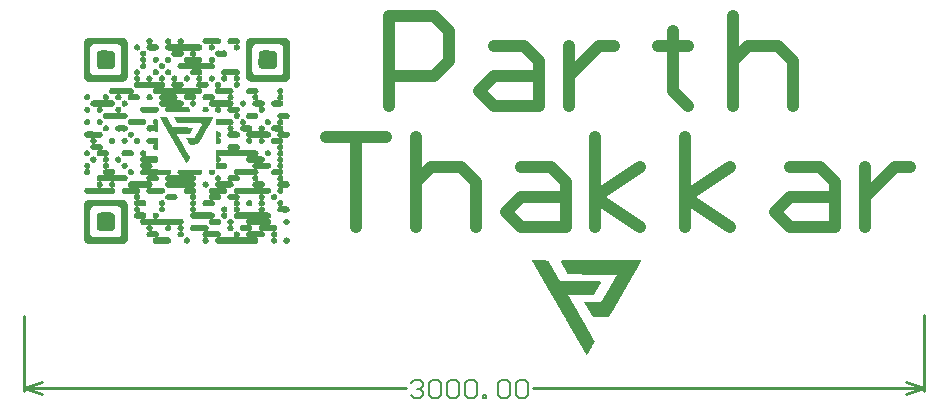
<source format=gto>
G04*
G04 #@! TF.GenerationSoftware,Altium Limited,Altium Designer,24.1.2 (44)*
G04*
G04 Layer_Color=65535*
%FSLAX25Y25*%
%MOIN*%
G70*
G04*
G04 #@! TF.SameCoordinates,BA2A6252-B6BC-40F5-9E12-03139480D726*
G04*
G04*
G04 #@! TF.FilePolarity,Positive*
G04*
G01*
G75*
%ADD10C,0.01000*%
%ADD11C,0.00600*%
%ADD12C,0.04000*%
G36*
X71059Y110497D02*
X71183Y110481D01*
X71307Y110404D01*
X71478Y110310D01*
X71540Y110248D01*
X71571Y110233D01*
X71657Y110163D01*
X71734Y110023D01*
X71812Y109946D01*
X71843Y109868D01*
X71889Y109697D01*
X71921Y109589D01*
X71936Y109418D01*
X71921Y109371D01*
X71905Y109263D01*
X71874Y109185D01*
X71851Y109100D01*
X71835Y109038D01*
X71781Y108952D01*
X71734Y108906D01*
X71719Y108875D01*
X71657Y108766D01*
X71618Y108727D01*
X71587Y108712D01*
X71556Y108681D01*
X71525Y108665D01*
X71447Y108588D01*
X71346Y108549D01*
X71261Y108494D01*
X71237Y108425D01*
X71284Y108347D01*
X71307Y108324D01*
X71509Y108215D01*
X71587Y108138D01*
X71618Y108122D01*
X71688Y108052D01*
X71719Y107975D01*
X71789Y107889D01*
X71812Y107866D01*
X71843Y107788D01*
X71858Y107726D01*
X71921Y107509D01*
X71936Y107354D01*
X71921Y107307D01*
X71905Y107183D01*
X71874Y107105D01*
X71851Y107020D01*
X71812Y106919D01*
X71742Y106834D01*
X71719Y106810D01*
X71641Y106671D01*
X71618Y106648D01*
X71587Y106632D01*
X71501Y106562D01*
X71463Y106523D01*
X71137Y106368D01*
X71075Y106353D01*
X70795Y106337D01*
X70749Y106353D01*
X70593Y106368D01*
X70485Y106446D01*
X70384Y106485D01*
X70298Y106539D01*
X70260Y106562D01*
X70252Y106586D01*
X70221Y106601D01*
X70190Y106632D01*
X70159Y106648D01*
X70089Y106702D01*
X69996Y106873D01*
X69934Y106935D01*
X69903Y107012D01*
X69887Y107121D01*
X69872Y107183D01*
X69841Y107400D01*
X69880Y107641D01*
X69895Y107719D01*
X69911Y107781D01*
X69965Y107866D01*
X69996Y107897D01*
X70011Y107928D01*
X70089Y108068D01*
X70143Y108122D01*
X70174Y108138D01*
X70236Y108200D01*
X70267Y108215D01*
X70469Y108324D01*
X70493Y108347D01*
X70477Y108378D01*
X70454Y108401D01*
X70330Y108432D01*
X69957Y108417D01*
X69911Y108432D01*
X69336Y108417D01*
X68560Y108432D01*
X68483Y108464D01*
X68452Y108479D01*
X68420Y108510D01*
X68188Y108634D01*
X68110Y108712D01*
X68079Y108727D01*
X68048Y108758D01*
X68017Y108774D01*
X67963Y108875D01*
X67893Y108991D01*
X67870Y108999D01*
X67854Y109030D01*
X67823Y109108D01*
X67807Y109170D01*
X67784Y109317D01*
X67776Y109604D01*
X67792Y109651D01*
X67815Y109798D01*
X67831Y109860D01*
X67893Y109953D01*
X67947Y110008D01*
X67986Y110109D01*
X68009Y110132D01*
X68025Y110163D01*
X68079Y110202D01*
X68164Y110272D01*
X68219Y110326D01*
X68452Y110450D01*
X68560Y110497D01*
X68661Y110504D01*
X68669Y110512D01*
X69903Y110504D01*
X71013Y110512D01*
X71059Y110497D01*
D02*
G37*
G36*
X64835D02*
X64959Y110481D01*
X65052Y110419D01*
X65083Y110404D01*
X65091Y110396D01*
X65099Y110388D01*
X65270Y110295D01*
X65332Y110233D01*
X65363Y110217D01*
X65417Y110178D01*
X65479Y110070D01*
X65541Y110008D01*
X65604Y109868D01*
X65642Y109767D01*
X65681Y109682D01*
X65697Y109620D01*
X65704Y109410D01*
X65689Y109271D01*
X65658Y109193D01*
X65619Y109108D01*
X65580Y109007D01*
X65503Y108882D01*
X65448Y108828D01*
X65402Y108751D01*
X65347Y108696D01*
X65316Y108681D01*
X65239Y108603D01*
X65037Y108494D01*
X64928Y108448D01*
X64820Y108432D01*
X64525Y108417D01*
X63493Y108425D01*
X63252Y108417D01*
X63205Y108432D01*
X63035Y108417D01*
X62981Y108363D01*
X63019Y108293D01*
X63120Y108254D01*
X63205Y108200D01*
X63337Y108099D01*
X63399Y107990D01*
X63477Y107913D01*
X63516Y107812D01*
X63601Y107633D01*
X63632Y107416D01*
X63609Y107175D01*
X63578Y107098D01*
X63446Y106826D01*
X63368Y106748D01*
X63322Y106671D01*
X63268Y106616D01*
X63237Y106601D01*
X63174Y106539D01*
X63143Y106523D01*
X62942Y106415D01*
X62833Y106368D01*
X62771Y106353D01*
X62492Y106337D01*
X62445Y106353D01*
X62274Y106368D01*
X62166Y106446D01*
X61964Y106554D01*
X61886Y106632D01*
X61855Y106648D01*
X61754Y106748D01*
X61739Y106780D01*
X61661Y106919D01*
X61630Y106950D01*
X61615Y106981D01*
X61584Y107012D01*
X61553Y107199D01*
X61537Y107447D01*
X61553Y107555D01*
X61576Y107734D01*
X61630Y107819D01*
X61677Y107866D01*
X61770Y108037D01*
X61933Y108200D01*
X61964Y108215D01*
X62041Y108262D01*
X62119Y108293D01*
X62150Y108308D01*
X62173Y108332D01*
X62158Y108394D01*
X62088Y108417D01*
X62026Y108432D01*
X61638Y108417D01*
X61436Y108432D01*
X61390Y108417D01*
X60257Y108432D01*
X60210Y108448D01*
X60101Y108510D01*
X59900Y108619D01*
X59807Y108712D01*
X59775Y108727D01*
X59706Y108797D01*
X59690Y108828D01*
X59644Y108875D01*
X59550Y109046D01*
X59519Y109077D01*
X59488Y109154D01*
X59473Y109263D01*
X59457Y109511D01*
X59473Y109666D01*
X59488Y109791D01*
X59566Y109899D01*
X59659Y110070D01*
X59721Y110132D01*
X59737Y110163D01*
X59791Y110217D01*
X59822Y110233D01*
X59915Y110326D01*
X59946Y110342D01*
X60117Y110435D01*
X60257Y110497D01*
X60552Y110512D01*
X63601Y110504D01*
X64789Y110512D01*
X64835Y110497D01*
D02*
G37*
G36*
X52450D02*
X52589Y110419D01*
X52760Y110326D01*
X52822Y110264D01*
X52853Y110248D01*
X53032Y110070D01*
X53047Y110039D01*
X53125Y109899D01*
X53171Y109853D01*
X53202Y109775D01*
X53218Y109573D01*
X53202Y109139D01*
X53078Y108952D01*
X53016Y108844D01*
X52923Y108751D01*
X52907Y108720D01*
X52853Y108681D01*
X52822Y108650D01*
X52791Y108634D01*
X52760Y108603D01*
X52659Y108564D01*
X52597Y108533D01*
X52582Y108487D01*
X52620Y108448D01*
X52745Y108417D01*
X52946Y108432D01*
X58689Y108417D01*
X58860Y108324D01*
X58999Y108246D01*
X59061Y108184D01*
X59092Y108169D01*
X59209Y108052D01*
X59224Y108021D01*
X59302Y107943D01*
X59333Y107866D01*
X59395Y107757D01*
X59442Y107649D01*
X59457Y107587D01*
X59473Y107307D01*
X59457Y107261D01*
X59442Y107105D01*
X59380Y106997D01*
X59271Y106795D01*
X59193Y106717D01*
X59178Y106686D01*
X59108Y106616D01*
X59077Y106601D01*
X58999Y106523D01*
X58968Y106508D01*
X58767Y106399D01*
X58689Y106368D01*
X58580Y106353D01*
X58285Y106337D01*
X56865Y106345D01*
X56803Y106329D01*
X56757Y106298D01*
X56772Y106236D01*
X56811Y106198D01*
X56873Y106182D01*
X56982Y106120D01*
X57013Y106089D01*
X57044Y106073D01*
X57098Y106019D01*
X57114Y105988D01*
X57176Y105926D01*
X57191Y105895D01*
X57222Y105864D01*
X57253Y105786D01*
X57269Y105755D01*
X57346Y105647D01*
X57377Y105522D01*
X57393Y105258D01*
X57377Y105212D01*
X57362Y105010D01*
X57253Y104839D01*
X57176Y104700D01*
X57114Y104638D01*
X57098Y104607D01*
X57028Y104537D01*
X56997Y104521D01*
X56951Y104475D01*
X56920Y104459D01*
X56889Y104428D01*
X56749Y104350D01*
X56741Y104312D01*
X56780Y104273D01*
X56889Y104257D01*
X57090Y104273D01*
X58689Y104257D01*
X58736Y104242D01*
X58844Y104180D01*
X58875Y104149D01*
X59046Y104056D01*
X59108Y103993D01*
X59139Y103978D01*
X59162Y103955D01*
X59178Y103924D01*
X59224Y103877D01*
X59240Y103846D01*
X59302Y103784D01*
X59349Y103675D01*
X59364Y103644D01*
X59426Y103551D01*
X59457Y103427D01*
X59473Y103179D01*
X59457Y103117D01*
X59442Y102946D01*
X59364Y102822D01*
X59271Y102651D01*
X59224Y102604D01*
X59209Y102573D01*
X59139Y102488D01*
X59108Y102457D01*
X59030Y102410D01*
X58953Y102333D01*
X58813Y102255D01*
X58805Y102232D01*
X58829Y102209D01*
X58937Y102178D01*
X59186Y102193D01*
X62111Y102185D01*
X62166Y102209D01*
X62189Y102232D01*
X62173Y102263D01*
X62135Y102302D01*
X62072Y102317D01*
X61987Y102387D01*
X61933Y102441D01*
X61902Y102457D01*
X61723Y102635D01*
X61685Y102736D01*
X61646Y102775D01*
X61630Y102806D01*
X61599Y102837D01*
X61568Y102915D01*
X61553Y103117D01*
X61537Y103179D01*
X61553Y103489D01*
X61568Y103536D01*
X61584Y103598D01*
X61653Y103683D01*
X61770Y103893D01*
X61824Y103947D01*
X61855Y103962D01*
X61894Y104001D01*
X61910Y104032D01*
X61933Y104056D01*
X61964Y104071D01*
X62135Y104164D01*
X62181Y104211D01*
X62259Y104242D01*
X62367Y104257D01*
X62662Y104273D01*
X62709Y104257D01*
X62911Y104242D01*
X63019Y104164D01*
X63112Y104102D01*
X63159Y104087D01*
X63244Y104017D01*
X63368Y103893D01*
X63384Y103862D01*
X63454Y103776D01*
X63477Y103753D01*
X63508Y103675D01*
X63601Y103473D01*
X63617Y103411D01*
X63632Y103210D01*
X63617Y103054D01*
X63601Y102992D01*
X63508Y102791D01*
X63446Y102682D01*
X63423Y102643D01*
X63399Y102635D01*
X63384Y102604D01*
X63306Y102496D01*
X63268Y102457D01*
X63190Y102410D01*
X63143Y102364D01*
X63112Y102348D01*
X63035Y102317D01*
X62934Y102278D01*
X62903Y102263D01*
X62895Y102224D01*
X62934Y102170D01*
X62988Y102115D01*
X63019Y102100D01*
X63066Y102053D01*
X63205Y101976D01*
X63268Y101914D01*
X63299Y101898D01*
X63322Y101875D01*
X63337Y101844D01*
X63368Y101813D01*
X63384Y101782D01*
X63462Y101704D01*
X63508Y101595D01*
X63601Y101394D01*
X63617Y101332D01*
X63632Y101130D01*
X63617Y100975D01*
X63570Y100850D01*
X63493Y100680D01*
X63477Y100649D01*
X63407Y100563D01*
X63384Y100540D01*
X63322Y100432D01*
X63268Y100377D01*
X63159Y100315D01*
X63112Y100268D01*
X63081Y100253D01*
X62973Y100206D01*
X62802Y100129D01*
X62740Y100113D01*
X62492Y100098D01*
X59007Y100106D01*
X58930Y100090D01*
X58883Y100059D01*
X58875Y100020D01*
X58906Y99958D01*
X58984Y99927D01*
X59092Y99865D01*
X59147Y99826D01*
X59162Y99795D01*
X59193Y99764D01*
X59209Y99733D01*
X59286Y99655D01*
X59302Y99624D01*
X59457Y99298D01*
X59473Y99003D01*
X59457Y98957D01*
X59442Y98802D01*
X59380Y98693D01*
X59271Y98491D01*
X59209Y98429D01*
X59193Y98398D01*
X59123Y98313D01*
X58976Y98212D01*
X58953Y98189D01*
X58922Y98173D01*
X58875Y98158D01*
X58813Y98142D01*
X58712Y98088D01*
X58720Y98033D01*
X58751Y98018D01*
X58899Y97917D01*
X58922Y97894D01*
X58953Y97878D01*
X59092Y97801D01*
X59147Y97746D01*
X59162Y97715D01*
X59193Y97684D01*
X59209Y97653D01*
X59286Y97576D01*
X59302Y97545D01*
X59457Y97219D01*
X59473Y96939D01*
X59457Y96893D01*
X59442Y96722D01*
X59364Y96598D01*
X59333Y96520D01*
X59318Y96489D01*
X59240Y96381D01*
X59209Y96350D01*
X59193Y96318D01*
X59123Y96233D01*
X58984Y96156D01*
X58945Y96101D01*
X58836Y95992D01*
X58844Y95969D01*
X58906Y95954D01*
X59108Y95969D01*
X60645Y95954D01*
X60691Y95938D01*
X60839Y95915D01*
X60940Y95876D01*
X61017Y95798D01*
X61188Y95705D01*
X61242Y95651D01*
X61258Y95620D01*
X61327Y95535D01*
X61351Y95511D01*
X61366Y95480D01*
X61397Y95449D01*
X61436Y95348D01*
X61506Y95217D01*
X61537Y95108D01*
X61553Y94906D01*
X61529Y94712D01*
X61514Y94650D01*
X61444Y94533D01*
X61405Y94433D01*
X61351Y94347D01*
X61289Y94285D01*
X61227Y94177D01*
X61188Y94138D01*
X61048Y94060D01*
X61002Y94014D01*
X60970Y93998D01*
X60893Y93967D01*
X60645Y93889D01*
X60443Y93874D01*
X58937Y93858D01*
X58914Y93835D01*
X58930Y93726D01*
X58953Y93703D01*
X59147Y93602D01*
X59162Y93571D01*
X59271Y93432D01*
X59302Y93401D01*
X59349Y93292D01*
X59411Y93183D01*
X59442Y93106D01*
X59457Y93044D01*
X59473Y92764D01*
X59457Y92718D01*
X59442Y92578D01*
X59380Y92469D01*
X59263Y92244D01*
X59240Y92237D01*
X59224Y92205D01*
X59193Y92174D01*
X59178Y92143D01*
X59108Y92058D01*
X58968Y91980D01*
X58883Y91910D01*
X58813Y91887D01*
X58751Y91872D01*
X58642Y91841D01*
X58580Y91825D01*
X58363Y91794D01*
X56842Y91779D01*
X56834Y91709D01*
X56904Y91623D01*
X56935Y91592D01*
X56997Y91577D01*
X57083Y91507D01*
X57191Y91367D01*
X57300Y91166D01*
X57346Y91088D01*
X57377Y90979D01*
X57393Y90700D01*
X57377Y90653D01*
X57362Y90483D01*
X57269Y90327D01*
X57176Y90157D01*
X57098Y90079D01*
X57083Y90048D01*
X57028Y89978D01*
X56858Y89885D01*
X56811Y89838D01*
X56664Y89784D01*
X56617Y89753D01*
X56632Y89691D01*
X56656Y89668D01*
X56741Y89644D01*
X56819Y89613D01*
X56873Y89575D01*
X56966Y89512D01*
X57044Y89466D01*
X57098Y89412D01*
X57114Y89381D01*
X57183Y89295D01*
X57222Y89257D01*
X57253Y89179D01*
X57331Y89039D01*
X57362Y88962D01*
X57377Y88899D01*
X57393Y88620D01*
X57377Y88573D01*
X57362Y88403D01*
X57253Y88232D01*
X57238Y88170D01*
X57129Y88030D01*
X57098Y87999D01*
X57083Y87968D01*
X57051Y87937D01*
X57036Y87906D01*
X56858Y87805D01*
X56827Y87774D01*
X56795Y87759D01*
X56764Y87728D01*
X56423Y87666D01*
X56128Y87681D01*
X56081Y87697D01*
X55965Y87720D01*
X55911Y87743D01*
X55825Y87813D01*
X55802Y87836D01*
X55631Y87929D01*
X55569Y88023D01*
X55484Y88108D01*
X55360Y88341D01*
X55313Y88449D01*
X55298Y88744D01*
X55321Y88954D01*
X55336Y89016D01*
X55398Y89109D01*
X55515Y89319D01*
X55577Y89381D01*
X55593Y89412D01*
X55662Y89482D01*
X55802Y89559D01*
X55872Y89675D01*
X55880Y89714D01*
X55818Y89730D01*
X55282Y89722D01*
X54196Y89738D01*
X54025Y89769D01*
X53963Y89784D01*
X53885Y89800D01*
X53808Y89831D01*
X53738Y89901D01*
X53707Y89916D01*
X53567Y89994D01*
X53528Y90033D01*
X53513Y90064D01*
X53443Y90149D01*
X53420Y90172D01*
X53404Y90203D01*
X53373Y90234D01*
X53334Y90335D01*
X53249Y90498D01*
X53233Y90560D01*
X53218Y90762D01*
X53233Y91026D01*
X53295Y91135D01*
X53420Y91367D01*
X53482Y91429D01*
X53497Y91460D01*
X53567Y91546D01*
X53738Y91639D01*
X53777Y91724D01*
X53769Y91779D01*
X53707Y91794D01*
X50618Y91779D01*
X50595Y91755D01*
X50610Y91709D01*
X50657Y91631D01*
X50680Y91608D01*
X50820Y91530D01*
X50890Y91460D01*
X50898Y91437D01*
X50921Y91429D01*
X50936Y91398D01*
X50967Y91367D01*
X51060Y91197D01*
X51091Y91166D01*
X51123Y91057D01*
X51138Y90902D01*
X51146Y90754D01*
X51130Y90537D01*
X51115Y90459D01*
X51084Y90382D01*
X50998Y90265D01*
X50921Y90126D01*
X50843Y90048D01*
X50828Y90017D01*
X50804Y89994D01*
X50773Y89978D01*
X50634Y89901D01*
X50610Y89831D01*
X50626Y89769D01*
X50711Y89745D01*
X50998Y89753D01*
X51099Y89745D01*
X51146Y89761D01*
X51627Y89745D01*
X52372Y89730D01*
X52481Y89683D01*
X52543Y89668D01*
X52667Y89621D01*
X52752Y89551D01*
X52776Y89528D01*
X52884Y89466D01*
X52938Y89412D01*
X52954Y89381D01*
X53047Y89288D01*
X53140Y89117D01*
X53202Y88977D01*
X53218Y88822D01*
X53202Y88387D01*
X53140Y88279D01*
X53109Y88248D01*
X53001Y88046D01*
X52907Y87953D01*
X52900Y87929D01*
X52869Y87914D01*
X52698Y87821D01*
X52675Y87751D01*
X52690Y87704D01*
X52760Y87681D01*
X52822Y87666D01*
X53163Y87681D01*
X54421Y87666D01*
X54576Y87603D01*
X54770Y87534D01*
X54840Y87464D01*
X54871Y87448D01*
X54987Y87378D01*
X55003Y87347D01*
X55073Y87262D01*
X55127Y87208D01*
X55236Y87006D01*
X55282Y86897D01*
X55298Y86789D01*
X55282Y86323D01*
X55220Y86214D01*
X55173Y86137D01*
X55096Y85997D01*
X55042Y85943D01*
X55010Y85927D01*
X54979Y85896D01*
X54840Y85834D01*
X54677Y85826D01*
X49151Y85842D01*
X49082Y85850D01*
X49035Y85834D01*
X48150D01*
X47506Y85826D01*
X47444Y85842D01*
X47266Y85943D01*
X47242Y85966D01*
X47227Y85997D01*
X47149Y86075D01*
X47134Y86106D01*
X47087Y86214D01*
X47010Y86385D01*
X46994Y86494D01*
X46979Y86556D01*
X46994Y86820D01*
X47087Y87021D01*
X47126Y87122D01*
X47149Y87146D01*
X47165Y87177D01*
X47227Y87239D01*
X47289Y87347D01*
X47328Y87386D01*
X47467Y87464D01*
X47506Y87503D01*
X47522Y87534D01*
X47607Y87619D01*
X47630Y87627D01*
X47623Y87650D01*
X47561Y87666D01*
X47312Y87650D01*
X45822Y87666D01*
X45776Y87681D01*
X45667Y87697D01*
X45605Y87712D01*
X45504Y87751D01*
X45419Y87836D01*
X45279Y87914D01*
X45178Y88015D01*
X45162Y88046D01*
X45085Y88155D01*
X45038Y88201D01*
X44984Y88349D01*
X44953Y88426D01*
X44914Y88558D01*
X44899Y88713D01*
X44922Y88876D01*
X44984Y89031D01*
X45046Y89202D01*
X45131Y89288D01*
X45147Y89319D01*
X45248Y89466D01*
X45388Y89544D01*
X45473Y89613D01*
X45543Y89637D01*
X45644Y89675D01*
X45690Y89722D01*
X45675Y89753D01*
X45652Y89776D01*
X45574Y89807D01*
X45465Y89869D01*
X45357Y89947D01*
X45248Y90009D01*
X45209Y90048D01*
X45194Y90079D01*
X45085Y90219D01*
X45023Y90312D01*
X44953Y90506D01*
X44930Y90576D01*
X44914Y90638D01*
X44899Y90746D01*
X44914Y90933D01*
X44930Y90979D01*
X44992Y91135D01*
X45038Y91259D01*
X45108Y91344D01*
X45147Y91383D01*
X45209Y91492D01*
X45263Y91546D01*
X45426Y91631D01*
X45442Y91662D01*
X45473Y91740D01*
X45458Y91786D01*
X43843Y91802D01*
X43750Y91817D01*
X43626Y91848D01*
X43455Y91895D01*
X43370Y91949D01*
X43308Y92011D01*
X43168Y92089D01*
X43114Y92143D01*
X43036Y92283D01*
X42959Y92361D01*
X42928Y92438D01*
X42858Y92632D01*
X42842Y92694D01*
X42827Y92834D01*
X42819Y92842D01*
X42834Y92888D01*
X42850Y93059D01*
X42897Y93168D01*
X42951Y93315D01*
X42990Y93370D01*
X43052Y93432D01*
X43129Y93571D01*
X43246Y93657D01*
X43354Y93719D01*
X43378Y93742D01*
X43393Y93804D01*
X43378Y93851D01*
X43308Y93874D01*
X37488Y93889D01*
X37410Y93920D01*
X37301Y93951D01*
X37154Y94006D01*
X37053Y94107D01*
X36944Y94169D01*
X36874Y94239D01*
X36859Y94270D01*
X36828Y94301D01*
X36766Y94409D01*
X36704Y94472D01*
X36673Y94580D01*
X36657Y94642D01*
X36634Y94743D01*
X36618Y94821D01*
X36611Y95030D01*
X36626Y95077D01*
X36649Y95178D01*
X36665Y95240D01*
X36680Y95317D01*
X36711Y95395D01*
X36797Y95480D01*
X36859Y95589D01*
X37022Y95752D01*
X37130Y95814D01*
X37162Y95845D01*
X37193Y95861D01*
X37363Y95954D01*
X37371Y96008D01*
X37348Y96031D01*
X37224Y96062D01*
X37115Y96124D01*
X37068Y96171D01*
X37037Y96187D01*
X36898Y96295D01*
X36859Y96334D01*
X36843Y96365D01*
X36742Y96513D01*
X36704Y96551D01*
X36673Y96629D01*
X36649Y96761D01*
X36634Y96823D01*
X36618Y96900D01*
X36611Y97110D01*
X36626Y97157D01*
X36649Y97257D01*
X36665Y97320D01*
X36680Y97397D01*
X36704Y97452D01*
X36773Y97537D01*
X36797Y97560D01*
X36859Y97669D01*
X37022Y97832D01*
X37130Y97894D01*
X37239Y97971D01*
X37348Y98033D01*
X37371Y98057D01*
X37356Y98088D01*
X37317Y98127D01*
X37216Y98150D01*
X37138Y98181D01*
X37099Y98220D01*
X37068Y98235D01*
X37022Y98282D01*
X36944Y98328D01*
X36913Y98359D01*
X36890Y98367D01*
X36874Y98398D01*
X36843Y98429D01*
X36766Y98569D01*
X36688Y98647D01*
X36665Y98747D01*
X36618Y98980D01*
X36611Y99190D01*
X36626Y99236D01*
X36649Y99337D01*
X36665Y99399D01*
X36680Y99477D01*
X36758Y99601D01*
X36797Y99640D01*
X36859Y99748D01*
X37022Y99911D01*
X37162Y99989D01*
X37193Y100020D01*
X37224Y100036D01*
X37301Y100067D01*
X37363Y100082D01*
X37519Y100098D01*
X37581Y100113D01*
X37876Y100098D01*
X37922Y100082D01*
X38031Y100067D01*
X38139Y99989D01*
X38170Y99958D01*
X38310Y99880D01*
X38458Y99733D01*
X38520Y99624D01*
X38582Y99562D01*
X38613Y99485D01*
X38636Y99384D01*
X38652Y99322D01*
X38690Y99190D01*
X38675Y98895D01*
X38659Y98848D01*
X38628Y98740D01*
X38605Y98654D01*
X38551Y98569D01*
X38489Y98507D01*
X38411Y98367D01*
X38357Y98313D01*
X38248Y98251D01*
X38201Y98204D01*
X38170Y98189D01*
X38062Y98142D01*
X37961Y98103D01*
X37930Y98072D01*
X37945Y98041D01*
X37969Y98018D01*
X38000Y98002D01*
X38108Y97940D01*
X38139Y97909D01*
X38170Y97894D01*
X38201Y97863D01*
X38310Y97801D01*
X38458Y97653D01*
X38520Y97545D01*
X38597Y97467D01*
X38620Y97382D01*
X38636Y97304D01*
X38652Y97242D01*
X38690Y97110D01*
X38675Y96815D01*
X38644Y96737D01*
X38605Y96574D01*
X38543Y96481D01*
X38489Y96427D01*
X38411Y96287D01*
X38357Y96249D01*
X38209Y96148D01*
X38178Y96117D01*
X38163Y96086D01*
X38093Y96016D01*
X38062Y96000D01*
X38054Y95977D01*
X38124Y95954D01*
X38326Y95969D01*
X40817Y95961D01*
X41259Y95969D01*
X41306Y95954D01*
X41383Y95969D01*
X41407Y95992D01*
X41383Y96016D01*
X41352Y96031D01*
X41298Y96070D01*
X41282Y96101D01*
X41251Y96132D01*
X41236Y96163D01*
X41143Y96225D01*
X41057Y96280D01*
X41019Y96318D01*
X40941Y96458D01*
X40879Y96520D01*
X40848Y96598D01*
X40832Y96660D01*
X40770Y96862D01*
X40755Y96970D01*
X40770Y97172D01*
X40801Y97250D01*
X40832Y97358D01*
X40848Y97420D01*
X40910Y97529D01*
X40972Y97591D01*
X41034Y97700D01*
X41073Y97739D01*
X41104Y97754D01*
X41119Y97785D01*
X41150Y97801D01*
X41181Y97832D01*
X41290Y97894D01*
X41375Y97964D01*
X41445Y97987D01*
X41507Y98002D01*
X41670Y98026D01*
X41942Y98033D01*
X41989Y98018D01*
X42136Y97995D01*
X42198Y97979D01*
X42283Y97925D01*
X42330Y97878D01*
X42470Y97801D01*
X42617Y97653D01*
X42695Y97514D01*
X42757Y97452D01*
X42788Y97343D01*
X42834Y97079D01*
X42819Y96800D01*
X42803Y96753D01*
X42780Y96621D01*
X42757Y96567D01*
X42687Y96481D01*
X42664Y96458D01*
X42586Y96318D01*
X42532Y96264D01*
X42501Y96249D01*
X42470Y96218D01*
X42392Y96171D01*
X42322Y96101D01*
X42307Y96070D01*
X42268Y96031D01*
X42237Y96016D01*
X42214Y95992D01*
X42229Y95961D01*
X42345Y95954D01*
X42392Y95969D01*
X45520Y95961D01*
X45551Y95977D01*
X45535Y96008D01*
X45512Y96031D01*
X45481Y96047D01*
X45442Y96086D01*
X45426Y96117D01*
X45357Y96187D01*
X45325Y96202D01*
X45217Y96264D01*
X45194Y96287D01*
X45116Y96427D01*
X45054Y96489D01*
X45038Y96520D01*
X45007Y96598D01*
X44969Y96699D01*
X44938Y96776D01*
X44914Y96862D01*
X44899Y97063D01*
X44938Y97226D01*
X45000Y97382D01*
X45015Y97444D01*
X45077Y97552D01*
X45108Y97568D01*
X45170Y97661D01*
X45209Y97715D01*
X45310Y97816D01*
X45341Y97832D01*
X45450Y97894D01*
X45512Y97956D01*
X45589Y97987D01*
X45698Y98002D01*
X45760Y98018D01*
X45915Y98033D01*
X46195Y98018D01*
X46241Y98002D01*
X46342Y97979D01*
X46396Y97956D01*
X46459Y97894D01*
X46490Y97878D01*
X46629Y97801D01*
X46668Y97762D01*
X46684Y97731D01*
X46707Y97708D01*
X46738Y97692D01*
X46777Y97653D01*
X46870Y97483D01*
X46916Y97436D01*
X46947Y97358D01*
X46963Y97250D01*
X46979Y97188D01*
X46994Y96986D01*
X46971Y96792D01*
X46940Y96621D01*
X46885Y96536D01*
X46823Y96474D01*
X46808Y96412D01*
X46777Y96381D01*
X46761Y96350D01*
X46629Y96218D01*
X46598Y96202D01*
X46513Y96132D01*
X46490Y96109D01*
X46459Y96093D01*
X46381Y96062D01*
X46280Y96039D01*
X46233Y96008D01*
X46241Y95954D01*
X46272Y95938D01*
X46412Y95861D01*
X46521Y95783D01*
X46552Y95767D01*
X46660Y95690D01*
X46684Y95667D01*
X46699Y95635D01*
X46753Y95597D01*
X46777Y95573D01*
X46792Y95542D01*
X46870Y95403D01*
X46916Y95356D01*
X46947Y95279D01*
X46963Y95170D01*
X46979Y95108D01*
X46994Y94906D01*
X46971Y94712D01*
X46940Y94541D01*
X46901Y94487D01*
X46870Y94456D01*
X46854Y94425D01*
X46823Y94394D01*
X46792Y94316D01*
X46722Y94231D01*
X46645Y94153D01*
X46614Y94138D01*
X46505Y94060D01*
X46482Y94037D01*
X46420Y93928D01*
X46404Y93913D01*
X46428Y93889D01*
X49656Y93905D01*
X49664Y93913D01*
X49602Y94006D01*
X49586Y94037D01*
X49516Y94107D01*
X49376Y94184D01*
X49353Y94208D01*
X49291Y94316D01*
X49229Y94378D01*
X49213Y94409D01*
X49167Y94518D01*
X49074Y94720D01*
X49058Y94968D01*
X49074Y95154D01*
X49252Y95504D01*
X49276Y95511D01*
X49291Y95542D01*
X49338Y95589D01*
X49353Y95620D01*
X49423Y95705D01*
X49454Y95736D01*
X49594Y95814D01*
X49702Y95892D01*
X49819Y95946D01*
X49834Y95992D01*
X49795Y96031D01*
X49602Y96101D01*
X49563Y96140D01*
X49532Y96156D01*
X49501Y96187D01*
X49392Y96249D01*
X49353Y96287D01*
X49291Y96396D01*
X49213Y96474D01*
X49151Y96629D01*
X49136Y96660D01*
X49074Y96800D01*
X49058Y97001D01*
X49074Y97219D01*
X49183Y97452D01*
X49244Y97560D01*
X49307Y97622D01*
X49322Y97653D01*
X49431Y97793D01*
X49625Y97909D01*
X49687Y97971D01*
X49811Y98002D01*
X49974Y98026D01*
X50246Y98033D01*
X50292Y98018D01*
X50440Y97995D01*
X50502Y97979D01*
X50595Y97917D01*
X50634Y97878D01*
X50804Y97785D01*
X50828Y97762D01*
X50843Y97731D01*
X50952Y97622D01*
X51045Y97452D01*
X51107Y97358D01*
X51138Y97172D01*
X51123Y96691D01*
X51045Y96551D01*
X51014Y96520D01*
X50936Y96381D01*
X50874Y96318D01*
X50859Y96287D01*
X50804Y96233D01*
X50773Y96218D01*
X50665Y96140D01*
X50626Y96086D01*
X50572Y96031D01*
X50541Y96016D01*
X50517Y95992D01*
X50556Y95954D01*
X50944Y95969D01*
X52341Y95954D01*
X52387Y95938D01*
X52519Y95915D01*
X52582Y95899D01*
X52667Y95845D01*
X52713Y95798D01*
X52884Y95705D01*
X52907Y95682D01*
X52923Y95651D01*
X53032Y95542D01*
X53140Y95341D01*
X53187Y95263D01*
X53202Y95201D01*
X53218Y95092D01*
X53202Y94611D01*
X53140Y94503D01*
X53109Y94472D01*
X53094Y94440D01*
X53016Y94301D01*
X52938Y94223D01*
X52923Y94192D01*
X52884Y94153D01*
X52853Y94138D01*
X52745Y94076D01*
X52682Y93983D01*
X52644Y93913D01*
X52667Y93889D01*
X53389Y93897D01*
X55212Y93889D01*
X55259Y93905D01*
X55880Y93889D01*
X57440Y93897D01*
X57944Y93889D01*
X57967Y93913D01*
X57952Y93944D01*
X57874Y94052D01*
X57866Y94076D01*
X57835Y94091D01*
X57727Y94153D01*
X57672Y94208D01*
X57657Y94239D01*
X57564Y94332D01*
X57455Y94533D01*
X57408Y94642D01*
X57393Y94704D01*
X57377Y94999D01*
X57393Y95154D01*
X57416Y95240D01*
X57494Y95364D01*
X57533Y95449D01*
X57548Y95480D01*
X57626Y95589D01*
X57703Y95667D01*
X57719Y95698D01*
X57758Y95736D01*
X57928Y95829D01*
X57960Y95861D01*
X57990Y95876D01*
X58130Y95954D01*
X58138Y96008D01*
X58115Y96031D01*
X58006Y96062D01*
X57905Y96101D01*
X57851Y96156D01*
X57820Y96171D01*
X57711Y96249D01*
X57672Y96287D01*
X57657Y96318D01*
X57564Y96412D01*
X57455Y96613D01*
X57408Y96722D01*
X57393Y96784D01*
X57377Y97079D01*
X57393Y97234D01*
X57416Y97320D01*
X57494Y97444D01*
X57595Y97622D01*
X57626Y97653D01*
X57641Y97684D01*
X57703Y97746D01*
X57719Y97777D01*
X57742Y97801D01*
X57820Y97832D01*
X57928Y97894D01*
X57952Y97917D01*
X57936Y97995D01*
X57866Y98018D01*
X57758Y98033D01*
X57556Y98018D01*
X56175Y98033D01*
X56128Y98049D01*
X55988Y98111D01*
X55888Y98150D01*
X55833Y98173D01*
X55748Y98243D01*
X55725Y98266D01*
X55693Y98282D01*
X55608Y98352D01*
X55577Y98383D01*
X55562Y98414D01*
X55484Y98491D01*
X55375Y98693D01*
X55329Y98802D01*
X55313Y98864D01*
X55298Y99066D01*
X55313Y99345D01*
X55391Y99485D01*
X55484Y99655D01*
X55554Y99741D01*
X55608Y99795D01*
X55624Y99826D01*
X55678Y99880D01*
X55818Y99943D01*
X55849Y99958D01*
X55888Y99997D01*
X55872Y100075D01*
X55802Y100098D01*
X55678Y100113D01*
X55631Y100098D01*
X51999Y100113D01*
X51922Y100144D01*
X51751Y100222D01*
X51612Y100300D01*
X51549Y100362D01*
X51449Y100416D01*
X51433Y100447D01*
X51324Y100587D01*
X51154Y100944D01*
X51138Y101145D01*
X51154Y101394D01*
X51324Y101720D01*
X51386Y101782D01*
X51402Y101813D01*
X51433Y101844D01*
X51449Y101875D01*
X51549Y101976D01*
X51580Y101991D01*
X51720Y102069D01*
X51782Y102131D01*
X51891Y102162D01*
X51999Y102178D01*
X52294Y102193D01*
X53792Y102185D01*
X53870Y102216D01*
X53854Y102278D01*
X53722Y102348D01*
X53645Y102426D01*
X53614Y102441D01*
X53528Y102511D01*
X53497Y102542D01*
X53482Y102573D01*
X53404Y102651D01*
X53389Y102682D01*
X53280Y102884D01*
X53249Y102961D01*
X53233Y103023D01*
X53218Y103179D01*
X53233Y103489D01*
X53311Y103629D01*
X53420Y103831D01*
X53513Y103924D01*
X53528Y103955D01*
X53614Y104040D01*
X53645Y104056D01*
X53676Y104087D01*
X53847Y104180D01*
X53893Y104226D01*
X53994Y104250D01*
X54165Y104265D01*
X55709Y104273D01*
X55756Y104257D01*
X55895Y104273D01*
X55949Y104312D01*
X55934Y104358D01*
X55911Y104382D01*
X55833Y104413D01*
X55802Y104428D01*
X55717Y104498D01*
X55678Y104537D01*
X55647Y104552D01*
X55562Y104638D01*
X55546Y104669D01*
X55468Y104746D01*
X55375Y104917D01*
X55329Y105026D01*
X55313Y105088D01*
X55298Y105289D01*
X55313Y105569D01*
X55329Y105615D01*
X55375Y105693D01*
X55437Y105786D01*
X55468Y105864D01*
X55538Y105949D01*
X55577Y105988D01*
X55593Y106019D01*
X55678Y106104D01*
X55709Y106120D01*
X55802Y106182D01*
X55888Y106205D01*
X55934Y106252D01*
X55919Y106298D01*
X55880Y106337D01*
X55725Y106353D01*
X55616Y106337D01*
X52721Y106345D01*
X52644Y106329D01*
X52597Y106283D01*
X52613Y106236D01*
X52651Y106198D01*
X52737Y106174D01*
X52822Y106120D01*
X52907Y106050D01*
X53001Y105957D01*
X53016Y105926D01*
X53047Y105895D01*
X53140Y105724D01*
X53171Y105693D01*
X53202Y105615D01*
X53218Y105460D01*
X53202Y104995D01*
X53140Y104886D01*
X53094Y104839D01*
X53001Y104669D01*
X52869Y104537D01*
X52838Y104521D01*
X52760Y104444D01*
X52729Y104428D01*
X52434Y104288D01*
X52372Y104273D01*
X52170Y104257D01*
X49904Y104273D01*
X49858Y104288D01*
X49532Y104459D01*
X49485Y104506D01*
X49454Y104521D01*
X49353Y104591D01*
X49291Y104700D01*
X49213Y104777D01*
X49151Y104932D01*
X49136Y104964D01*
X49074Y105103D01*
X49058Y105305D01*
X49074Y105538D01*
X49198Y105802D01*
X49213Y105833D01*
X49283Y105918D01*
X49322Y105957D01*
X49369Y106035D01*
X49423Y106089D01*
X49454Y106104D01*
X49485Y106135D01*
X49594Y106182D01*
X49671Y106228D01*
X49695Y106252D01*
X49679Y106298D01*
X49640Y106337D01*
X49485Y106353D01*
X49376Y106337D01*
X49043Y106345D01*
X47964Y106337D01*
X47918Y106353D01*
X47747Y106368D01*
X47638Y106430D01*
X47436Y106539D01*
X47359Y106616D01*
X47328Y106632D01*
X47273Y106671D01*
X47258Y106702D01*
X47180Y106810D01*
X47134Y106857D01*
X47103Y106935D01*
X47064Y107036D01*
X47025Y107121D01*
X46994Y107230D01*
X46979Y107385D01*
X46994Y107587D01*
X47072Y107757D01*
X47103Y107835D01*
X47165Y107943D01*
X47211Y107990D01*
X47227Y108021D01*
X47312Y108138D01*
X47343Y108153D01*
X47429Y108223D01*
X47467Y108262D01*
X47545Y108293D01*
X47576Y108308D01*
X47661Y108378D01*
X47669Y108448D01*
X47638Y108510D01*
X47607Y108526D01*
X47436Y108619D01*
X47359Y108696D01*
X47328Y108712D01*
X47273Y108751D01*
X47258Y108782D01*
X47180Y108890D01*
X47134Y108937D01*
X47072Y109092D01*
X47010Y109232D01*
X46979Y109418D01*
X46994Y109666D01*
X47072Y109837D01*
X47103Y109915D01*
X47165Y110023D01*
X47227Y110085D01*
X47289Y110194D01*
X47312Y110217D01*
X47343Y110233D01*
X47429Y110303D01*
X47467Y110342D01*
X47545Y110373D01*
X47576Y110388D01*
X47700Y110466D01*
X47824Y110497D01*
X48026Y110512D01*
X48290Y110497D01*
X48430Y110419D01*
X48632Y110310D01*
X48725Y110217D01*
X48756Y110202D01*
X48856Y110101D01*
X48872Y110070D01*
X48950Y109930D01*
X49012Y109868D01*
X49043Y109759D01*
X49058Y109558D01*
X49066Y109426D01*
X49051Y109239D01*
X49027Y109092D01*
X48996Y109061D01*
X48981Y109030D01*
X48919Y108968D01*
X48880Y108867D01*
X48856Y108844D01*
X48841Y108813D01*
X48709Y108681D01*
X48678Y108665D01*
X48647Y108634D01*
X48616Y108619D01*
X48445Y108526D01*
X48438Y108471D01*
X48461Y108448D01*
X48523Y108432D01*
X48632Y108417D01*
X48693Y108432D01*
X49151Y108425D01*
X51549Y108432D01*
X51596Y108417D01*
X51720Y108432D01*
X51774Y108471D01*
X51782Y108510D01*
X51767Y108541D01*
X51736Y108557D01*
X51658Y108588D01*
X51627Y108603D01*
X51449Y108735D01*
X51433Y108766D01*
X51402Y108797D01*
X51386Y108828D01*
X51309Y108906D01*
X51262Y109014D01*
X51247Y109046D01*
X51154Y109247D01*
X51138Y109449D01*
X51154Y109697D01*
X51340Y110054D01*
X51402Y110117D01*
X51417Y110148D01*
X51472Y110217D01*
X51503Y110233D01*
X51588Y110303D01*
X51627Y110342D01*
X51829Y110450D01*
X51906Y110481D01*
X51968Y110497D01*
X52170Y110512D01*
X52450Y110497D01*
D02*
G37*
G36*
X66868Y106337D02*
X67055Y106322D01*
X67202Y106221D01*
X67334Y106151D01*
X67412Y106073D01*
X67443Y106058D01*
X67528Y105972D01*
X67575Y105895D01*
X67637Y105833D01*
X67668Y105755D01*
X67722Y105608D01*
X67753Y105530D01*
X67776Y105445D01*
X67761Y105103D01*
X67699Y104964D01*
X67645Y104816D01*
X67621Y104793D01*
X67606Y104762D01*
X67544Y104700D01*
X67481Y104591D01*
X67443Y104552D01*
X67365Y104506D01*
X67303Y104444D01*
X67272Y104428D01*
X66977Y104288D01*
X66915Y104273D01*
X66667Y104257D01*
X65604Y104265D01*
X65177Y104257D01*
X65161D01*
X64432Y104273D01*
X64385Y104288D01*
X64245Y104366D01*
X64168Y104397D01*
X64137Y104413D01*
X64051Y104482D01*
X64028Y104506D01*
X63997Y104521D01*
X63966Y104552D01*
X63935Y104568D01*
X63834Y104669D01*
X63819Y104700D01*
X63741Y104839D01*
X63679Y104902D01*
X63648Y105010D01*
X63617Y105321D01*
X63640Y105561D01*
X63656Y105654D01*
X63733Y105778D01*
X63757Y105802D01*
X63850Y105972D01*
X63904Y106027D01*
X63935Y106042D01*
X64059Y106166D01*
X64261Y106275D01*
X64401Y106337D01*
X64789Y106353D01*
X65712Y106345D01*
X66822Y106353D01*
X66868Y106337D01*
D02*
G37*
G36*
X42066Y110497D02*
X42175Y110435D01*
X42377Y110326D01*
X42462Y110256D01*
X42501Y110217D01*
X42532Y110202D01*
X42602Y110148D01*
X42695Y109977D01*
X42741Y109930D01*
X42757Y109899D01*
X42788Y109822D01*
X42811Y109690D01*
X42827Y109612D01*
X42834Y109325D01*
X42819Y109278D01*
X42765Y109038D01*
X42741Y109014D01*
X42726Y108983D01*
X42664Y108921D01*
X42571Y108751D01*
X42377Y108603D01*
X42276Y108564D01*
X42198Y108518D01*
X42214Y108471D01*
X42237Y108448D01*
X42299Y108432D01*
X42439Y108417D01*
X42485Y108432D01*
X42943Y108425D01*
X44006Y108432D01*
X44053Y108417D01*
X44192Y108401D01*
X44301Y108324D01*
X44503Y108215D01*
X44596Y108122D01*
X44627Y108107D01*
X44697Y108037D01*
X44790Y107866D01*
X44837Y107819D01*
X44868Y107742D01*
X44883Y107633D01*
X44899Y107571D01*
X44914Y107369D01*
X44899Y107183D01*
X44883Y107136D01*
X44868Y107012D01*
X44790Y106904D01*
X44759Y106873D01*
X44666Y106702D01*
X44627Y106663D01*
X44596Y106648D01*
X44565Y106616D01*
X44534Y106601D01*
X44456Y106523D01*
X44425Y106508D01*
X44348Y106477D01*
X44340Y106469D01*
X44216Y106392D01*
X44084Y106353D01*
X43742Y106337D01*
X42757Y106345D01*
X41725Y106337D01*
X41678Y106353D01*
X41523Y106368D01*
X41414Y106430D01*
X41212Y106539D01*
X41135Y106616D01*
X41057Y106663D01*
X41003Y106717D01*
X40925Y106857D01*
X40879Y106904D01*
X40848Y106981D01*
X40832Y107043D01*
X40770Y107245D01*
X40755Y107307D01*
X40770Y107571D01*
X40817Y107680D01*
X40840Y107765D01*
X40879Y107866D01*
X40949Y107951D01*
X40972Y107975D01*
X41050Y108114D01*
X41135Y108169D01*
X41212Y108246D01*
X41414Y108355D01*
X41438Y108378D01*
X41453Y108440D01*
X41414Y108510D01*
X41383Y108526D01*
X41181Y108634D01*
X41104Y108712D01*
X41073Y108727D01*
X41003Y108797D01*
X40941Y108906D01*
X40863Y109014D01*
X40832Y109123D01*
X40778Y109271D01*
X40762Y109348D01*
X40755Y109573D01*
X40770Y109620D01*
X40793Y109705D01*
X40832Y109806D01*
X40856Y109891D01*
X40879Y109946D01*
X40925Y109992D01*
X40941Y110023D01*
X40972Y110054D01*
X41050Y110194D01*
X41135Y110248D01*
X41189Y110287D01*
X41197Y110310D01*
X41228Y110326D01*
X41430Y110435D01*
X41570Y110497D01*
X41818Y110512D01*
X42066Y110497D01*
D02*
G37*
G36*
X37914Y108409D02*
X38015Y108370D01*
X38108Y108308D01*
X38256Y108238D01*
X38263Y108231D01*
X38357Y108138D01*
X38388Y108122D01*
X38458Y108052D01*
X38489Y107975D01*
X38558Y107889D01*
X38582Y107866D01*
X38613Y107788D01*
X38644Y107664D01*
X38675Y107555D01*
X38690Y107493D01*
X38675Y107199D01*
X38659Y107152D01*
X38628Y107043D01*
X38613Y106981D01*
X38551Y106873D01*
X38489Y106810D01*
X38411Y106671D01*
X38388Y106648D01*
X38357Y106632D01*
X38271Y106562D01*
X38232Y106523D01*
X37907Y106368D01*
X37844Y106353D01*
X37565Y106337D01*
X37519Y106353D01*
X37363Y106368D01*
X37208Y106461D01*
X37037Y106554D01*
X36960Y106632D01*
X36929Y106648D01*
X36859Y106702D01*
X36766Y106873D01*
X36704Y106935D01*
X36673Y107012D01*
X36618Y107284D01*
X36611Y107493D01*
X36626Y107540D01*
X36649Y107641D01*
X36665Y107719D01*
X36680Y107781D01*
X36758Y107905D01*
X36797Y107943D01*
X36874Y108083D01*
X36913Y108122D01*
X36944Y108138D01*
X37037Y108231D01*
X37068Y108246D01*
X37270Y108355D01*
X37410Y108417D01*
X37705Y108432D01*
X37914Y108409D01*
D02*
G37*
G36*
X48274Y104257D02*
X48360Y104234D01*
X48414Y104211D01*
X48523Y104133D01*
X48693Y104040D01*
X48732Y103986D01*
X48771Y103947D01*
X48802Y103931D01*
X48856Y103877D01*
X48965Y103675D01*
X49012Y103629D01*
X49043Y103520D01*
X49058Y103365D01*
X49066Y103202D01*
X49051Y103016D01*
X49027Y102868D01*
X48981Y102806D01*
Y102791D01*
X48919Y102728D01*
X48841Y102589D01*
X48709Y102457D01*
X48678Y102441D01*
X48647Y102410D01*
X48624Y102403D01*
X48608Y102372D01*
X48492Y102302D01*
X48430Y102286D01*
X48228Y102193D01*
X47980Y102178D01*
X47918Y102193D01*
X47778Y102209D01*
X47452Y102379D01*
X47390Y102441D01*
X47281Y102504D01*
X47203Y102628D01*
X47165Y102682D01*
X47134Y102713D01*
X47087Y102822D01*
X47048Y102923D01*
X47010Y103008D01*
X46994Y103070D01*
X46979Y103272D01*
X47002Y103435D01*
X47048Y103559D01*
X47087Y103644D01*
X47118Y103722D01*
X47134Y103753D01*
X47157Y103792D01*
X47188Y103807D01*
X47304Y103970D01*
X47359Y104009D01*
X47436Y104087D01*
X47514Y104118D01*
X47545Y104133D01*
X47576Y104164D01*
X47607Y104180D01*
X47638Y104211D01*
X47716Y104242D01*
X47871Y104257D01*
X48073Y104273D01*
X48274Y104257D01*
D02*
G37*
G36*
X44084D02*
X44216Y104234D01*
X44340Y104156D01*
X44363Y104133D01*
X44534Y104040D01*
X44573Y104001D01*
X44581Y103993D01*
X44627Y103947D01*
X44658Y103931D01*
X44697Y103893D01*
X44728Y103815D01*
X44743Y103784D01*
X44813Y103699D01*
X44852Y103629D01*
X44883Y103505D01*
X44906Y103357D01*
X44914Y103132D01*
X44899Y103085D01*
X44860Y102845D01*
X44798Y102752D01*
X44774Y102744D01*
X44759Y102713D01*
X44681Y102573D01*
X44581Y102472D01*
X44550Y102457D01*
X44464Y102387D01*
X44425Y102348D01*
X44394Y102333D01*
X44317Y102302D01*
X44115Y102209D01*
X44053Y102193D01*
X43851Y102178D01*
X43696Y102193D01*
X43572Y102240D01*
X43401Y102317D01*
X43323Y102364D01*
X43261Y102426D01*
X43230Y102441D01*
X43122Y102519D01*
X43098Y102542D01*
X43021Y102682D01*
X42959Y102744D01*
X42928Y102822D01*
X42912Y102884D01*
X42850Y103039D01*
X42834Y103148D01*
X42850Y103443D01*
X42897Y103551D01*
X42951Y103699D01*
X43005Y103784D01*
X43067Y103846D01*
X43129Y103955D01*
X43222Y104032D01*
X43261Y104071D01*
X43432Y104164D01*
X43463Y104195D01*
X43494Y104211D01*
X43572Y104242D01*
X43727Y104257D01*
X43929Y104273D01*
X44084Y104257D01*
D02*
G37*
G36*
X46102Y102178D02*
X46288Y102162D01*
X46396Y102100D01*
X46428Y102069D01*
X46459Y102053D01*
X46598Y101976D01*
X46722Y101852D01*
X46753Y101836D01*
X46823Y101720D01*
X46885Y101611D01*
X46932Y101565D01*
X46963Y101440D01*
X46979Y101285D01*
X46994Y101223D01*
X46979Y101037D01*
Y101021D01*
X46955Y100827D01*
X46924Y100750D01*
X46885Y100695D01*
X46839Y100649D01*
X46761Y100509D01*
X46629Y100377D01*
X46598Y100362D01*
X46513Y100292D01*
X46474Y100253D01*
X46319Y100191D01*
X46288Y100175D01*
X46179Y100129D01*
X46117Y100113D01*
X45962Y100098D01*
X45752Y100121D01*
X45675Y100152D01*
X45481Y100238D01*
X45450Y100253D01*
X45364Y100323D01*
X45341Y100346D01*
X45310Y100362D01*
X45201Y100439D01*
X45178Y100462D01*
X45116Y100571D01*
X45085Y100602D01*
X45069Y100633D01*
X45038Y100664D01*
X45007Y100742D01*
X44992Y100804D01*
X44930Y100944D01*
X44899Y101161D01*
X44914Y101332D01*
X44945Y101409D01*
X44992Y101518D01*
X45046Y101665D01*
X45131Y101751D01*
X45147Y101782D01*
X45225Y101890D01*
X45279Y101929D01*
X45357Y102007D01*
X45458Y102046D01*
X45527Y102115D01*
X45636Y102162D01*
X45861Y102185D01*
X46055Y102193D01*
X46102Y102178D01*
D02*
G37*
G36*
X39878Y106337D02*
X40048Y106322D01*
X40219Y106213D01*
X40359Y106135D01*
X40452Y106042D01*
X40483Y106027D01*
X40537Y105972D01*
X40615Y105833D01*
X40661Y105786D01*
X40692Y105709D01*
X40708Y105647D01*
X40731Y105546D01*
X40747Y105483D01*
X40762Y105406D01*
X40770Y105243D01*
X40755Y105196D01*
X40731Y105064D01*
X40700Y104940D01*
X40669Y104863D01*
X40630Y104808D01*
X40584Y104762D01*
X40491Y104591D01*
X40359Y104506D01*
X40281Y104428D01*
X40204Y104397D01*
X40142Y104382D01*
X40110Y104366D01*
X40072Y104343D01*
X40056Y104296D01*
X40126Y104211D01*
X40173Y104164D01*
X40204Y104149D01*
X40343Y104071D01*
X40437Y103978D01*
X40468Y103962D01*
X40537Y103893D01*
X40615Y103753D01*
X40661Y103706D01*
X40692Y103629D01*
X40724Y103505D01*
X40747Y103404D01*
X40762Y103326D01*
X40770Y103179D01*
X40755Y103132D01*
X40739Y103008D01*
X40724Y102961D01*
X40700Y102860D01*
X40669Y102783D01*
X40630Y102728D01*
X40568Y102666D01*
X40491Y102527D01*
X40452Y102488D01*
X40421Y102472D01*
X40281Y102364D01*
X40250Y102333D01*
X40165Y102310D01*
X40064Y102271D01*
X40041Y102247D01*
X40056Y102201D01*
X40142Y102115D01*
X40173Y102100D01*
X40204Y102069D01*
X40235Y102053D01*
X40374Y101976D01*
X40537Y101813D01*
X40615Y101673D01*
X40677Y101611D01*
X40692Y101549D01*
X40708Y101502D01*
X40731Y101401D01*
X40747Y101339D01*
X40762Y101262D01*
X40770Y101083D01*
X40755Y101037D01*
X40700Y100781D01*
X40669Y100703D01*
X40599Y100633D01*
X40584Y100602D01*
X40506Y100462D01*
X40452Y100408D01*
X40421Y100393D01*
X40312Y100315D01*
X40266Y100268D01*
X40235Y100253D01*
X40126Y100206D01*
X39955Y100129D01*
X39893Y100113D01*
X39691Y100098D01*
X39490Y100129D01*
X39288Y100222D01*
X39179Y100284D01*
X39117Y100346D01*
X39086Y100362D01*
X38954Y100447D01*
X38939Y100478D01*
X38861Y100618D01*
X38783Y100695D01*
X38752Y100804D01*
X38737Y100866D01*
X38721Y100913D01*
Y100928D01*
X38690Y101052D01*
X38675Y101207D01*
X38690Y101270D01*
X38706Y101363D01*
X38737Y101440D01*
X38760Y101541D01*
X38791Y101619D01*
X38830Y101673D01*
X38877Y101720D01*
X38892Y101751D01*
X38954Y101859D01*
X39047Y101937D01*
X39102Y101991D01*
X39241Y102069D01*
X39381Y102178D01*
X39404Y102201D01*
X39412Y102240D01*
X39397Y102271D01*
X39319Y102302D01*
X39234Y102325D01*
X39140Y102387D01*
X39086Y102441D01*
X39055Y102457D01*
X38939Y102542D01*
X38846Y102713D01*
X38783Y102775D01*
X38752Y102884D01*
X38721Y103008D01*
X38690Y103117D01*
X38683Y103279D01*
X38714Y103450D01*
X38737Y103536D01*
X38752Y103598D01*
X38791Y103699D01*
X38830Y103753D01*
X38892Y103815D01*
X38962Y103947D01*
X38993Y103962D01*
X39024Y103993D01*
X39055Y104009D01*
X39086Y104056D01*
X39117Y104071D01*
X39257Y104149D01*
X39288Y104180D01*
X39319Y104195D01*
X39373Y104250D01*
X39389Y104312D01*
X39373Y104343D01*
X39350Y104366D01*
X39203Y104420D01*
X39148Y104459D01*
X39086Y104521D01*
X39055Y104537D01*
X38947Y104614D01*
X38877Y104746D01*
X38838Y104801D01*
X38814Y104808D01*
X38799Y104839D01*
X38752Y104948D01*
X38729Y105049D01*
X38706Y105134D01*
X38690Y105196D01*
X38683Y105328D01*
X38698Y105468D01*
X38714Y105530D01*
X38737Y105615D01*
X38752Y105677D01*
X38791Y105778D01*
X38830Y105817D01*
X38846Y105848D01*
X38892Y105895D01*
X38962Y106027D01*
X38993Y106042D01*
X39078Y106112D01*
X39133Y106166D01*
X39334Y106275D01*
X39443Y106322D01*
X39505Y106337D01*
X39831Y106353D01*
X39878Y106337D01*
D02*
G37*
G36*
X48375Y100075D02*
X48453Y100043D01*
X48507Y99989D01*
X48538Y99974D01*
X48678Y99896D01*
X48717Y99873D01*
X48732Y99842D01*
X48872Y99702D01*
X48965Y99531D01*
X48996Y99500D01*
X49027Y99423D01*
X49043Y99361D01*
X49074Y99050D01*
X49058Y99003D01*
X49043Y98771D01*
X49027Y98724D01*
X48981Y98647D01*
X48934Y98600D01*
X48841Y98429D01*
X48709Y98297D01*
X48678Y98282D01*
X48593Y98212D01*
X48554Y98173D01*
X48476Y98142D01*
X48461D01*
X48243Y98049D01*
X48135Y98033D01*
X48034Y98026D01*
X47863Y98041D01*
X47801Y98057D01*
X47716Y98096D01*
X47638Y98127D01*
X47537Y98165D01*
X47514Y98189D01*
X47483Y98204D01*
X47421Y98266D01*
X47312Y98328D01*
X47258Y98383D01*
X47196Y98491D01*
X47149Y98538D01*
X47134Y98569D01*
X47087Y98678D01*
X47010Y98848D01*
X46994Y98910D01*
X46979Y99159D01*
X47017Y99337D01*
X47103Y99531D01*
X47165Y99640D01*
X47227Y99702D01*
X47242Y99733D01*
X47312Y99818D01*
X47390Y99896D01*
X47421Y99911D01*
X47561Y99989D01*
X47623Y100051D01*
X47731Y100082D01*
X48073Y100113D01*
X48375Y100075D01*
D02*
G37*
G36*
X44115Y100098D02*
X44161Y100082D01*
X44255Y100067D01*
X44363Y99989D01*
X44456Y99927D01*
X44503Y99911D01*
X44573Y99857D01*
X44588Y99826D01*
X44627Y99787D01*
X44658Y99772D01*
X44697Y99733D01*
X44774Y99593D01*
X44806Y99562D01*
X44821Y99531D01*
X44868Y99423D01*
X44883Y99314D01*
X44899Y99252D01*
X44914Y99097D01*
X44899Y98879D01*
X44883Y98833D01*
X44868Y98709D01*
X44821Y98631D01*
X44759Y98569D01*
X44681Y98429D01*
X44635Y98383D01*
X44619Y98352D01*
X44596Y98328D01*
X44565Y98313D01*
X44534Y98282D01*
X44456Y98235D01*
X44379Y98158D01*
X44317Y98142D01*
X44239Y98111D01*
X44099Y98049D01*
X43991Y98033D01*
X43874Y98026D01*
X43704Y98041D01*
X43641Y98057D01*
X43479Y98127D01*
X43339Y98204D01*
X43292Y98251D01*
X43261Y98266D01*
X43153Y98328D01*
X43114Y98367D01*
X43098Y98398D01*
X43083Y98414D01*
Y98429D01*
X43067Y98460D01*
X42997Y98546D01*
X42974Y98569D01*
X42959Y98600D01*
X42928Y98678D01*
X42873Y98825D01*
X42834Y98957D01*
X42850Y99283D01*
X42897Y99392D01*
X42966Y99586D01*
X43052Y99671D01*
X43067Y99702D01*
X43145Y99811D01*
X43199Y99849D01*
X43261Y99911D01*
X43401Y99989D01*
X43463Y100051D01*
X43587Y100082D01*
X43742Y100098D01*
X43851Y100113D01*
X44115Y100098D01*
D02*
G37*
G36*
X87340Y110497D02*
X87496Y110435D01*
X87604Y110388D01*
X87752Y110334D01*
X87806Y110295D01*
X87853Y110248D01*
X87961Y110186D01*
X88047Y110117D01*
X88078Y110085D01*
X88093Y110054D01*
X88147Y110016D01*
X88186Y109977D01*
X88202Y109946D01*
X88264Y109853D01*
X88279Y109822D01*
X88341Y109759D01*
X88373Y109682D01*
X88442Y109488D01*
X88466Y109465D01*
X88489Y109379D01*
X88504Y109317D01*
X88520Y109193D01*
X88528Y98445D01*
Y98429D01*
X88512Y97157D01*
X88481Y97079D01*
X88404Y96908D01*
X88388Y96846D01*
X88349Y96745D01*
X88272Y96652D01*
X88194Y96528D01*
X88078Y96412D01*
X88062Y96381D01*
X87969Y96318D01*
X87868Y96218D01*
X87767Y96179D01*
X87713Y96140D01*
X87620Y96078D01*
X87302Y96008D01*
X87224Y95992D01*
X87015Y95969D01*
X75312Y95985D01*
X75265Y96000D01*
X75149Y96023D01*
X75063Y96047D01*
X74932Y96070D01*
X74854Y96101D01*
X74800Y96156D01*
X74769Y96171D01*
X74598Y96264D01*
X74520Y96342D01*
X74489Y96357D01*
X74404Y96427D01*
X74295Y96567D01*
X74249Y96613D01*
X74202Y96722D01*
X74186Y96753D01*
X74117Y96838D01*
X74078Y96939D01*
X74055Y97087D01*
X74031Y97172D01*
X74016Y97234D01*
X74000Y97343D01*
X73985Y97498D01*
X74000Y109201D01*
X74016Y109247D01*
X74039Y109348D01*
X74055Y109410D01*
X74086Y109565D01*
X74117Y109643D01*
X74140Y109666D01*
X74155Y109697D01*
X74186Y109728D01*
X74218Y109806D01*
X74264Y109884D01*
X74357Y109977D01*
X74373Y110008D01*
X74412Y110062D01*
X74443Y110078D01*
X74567Y110202D01*
X74675Y110264D01*
X74738Y110326D01*
X74815Y110357D01*
X74877Y110373D01*
X74978Y110411D01*
X75141Y110481D01*
X75203Y110497D01*
X75591Y110512D01*
X87340Y110497D01*
D02*
G37*
G36*
X33343D02*
X33390Y110481D01*
X33592Y110388D01*
X33654Y110373D01*
X33755Y110334D01*
X33809Y110295D01*
X33856Y110248D01*
X33887Y110233D01*
X33995Y110155D01*
X34088Y110062D01*
X34119Y110047D01*
X34182Y109953D01*
X34282Y109853D01*
X34321Y109752D01*
X34360Y109697D01*
X34422Y109604D01*
X34492Y109271D01*
X34508Y109209D01*
X34531Y108999D01*
X34515Y97296D01*
X34500Y97250D01*
X34484Y97157D01*
X34469Y97110D01*
X34453Y97048D01*
X34430Y96916D01*
X34399Y96838D01*
X34345Y96784D01*
X34329Y96753D01*
X34236Y96582D01*
X34158Y96505D01*
X34143Y96474D01*
X34073Y96388D01*
X33933Y96280D01*
X33887Y96233D01*
X33778Y96187D01*
X33747Y96171D01*
X33662Y96101D01*
X33561Y96062D01*
X33413Y96039D01*
X33351Y96023D01*
X33266Y96000D01*
X33002Y95969D01*
X21299Y95985D01*
X21253Y96000D01*
X21128Y96031D01*
X20888Y96086D01*
X20795Y96148D01*
X20772Y96171D01*
X20709Y96202D01*
X20694D01*
X20616Y96249D01*
X20523Y96342D01*
X20492Y96357D01*
X20438Y96396D01*
X20422Y96427D01*
X20298Y96551D01*
X20236Y96660D01*
X20174Y96722D01*
X20143Y96800D01*
X20127Y96862D01*
X20089Y96962D01*
X20019Y97126D01*
X20003Y97188D01*
X19988Y97576D01*
X20003Y109309D01*
X20019Y109356D01*
X20065Y109480D01*
X20112Y109589D01*
X20166Y109736D01*
X20205Y109791D01*
X20252Y109837D01*
X20314Y109946D01*
X20383Y110031D01*
X20453Y110085D01*
X20469Y110117D01*
X20523Y110171D01*
X20554Y110186D01*
X20647Y110248D01*
X20678Y110264D01*
X20741Y110326D01*
X20818Y110357D01*
X20880Y110373D01*
X20958Y110404D01*
X21098Y110466D01*
X21222Y110497D01*
X21517Y110512D01*
X33343Y110497D01*
D02*
G37*
G36*
X62740Y98018D02*
X62918Y97995D01*
X62996Y97964D01*
X63089Y97886D01*
X63112Y97863D01*
X63174Y97847D01*
X63205Y97816D01*
X63237Y97801D01*
X63337Y97700D01*
X63353Y97669D01*
X63423Y97583D01*
X63462Y97545D01*
X63477Y97514D01*
X63524Y97405D01*
X63601Y97234D01*
X63617Y97172D01*
X63632Y97017D01*
X63609Y96792D01*
X63578Y96714D01*
X63454Y96466D01*
X63415Y96412D01*
X63368Y96365D01*
X63306Y96256D01*
X63268Y96218D01*
X63128Y96140D01*
X63081Y96093D01*
X63050Y96078D01*
X62973Y96047D01*
X62825Y95992D01*
X62740Y95969D01*
X62678Y95954D01*
X62569D01*
X62367Y95969D01*
X62228Y96031D01*
X62080Y96086D01*
X62026Y96124D01*
X61964Y96187D01*
X61886Y96233D01*
X61739Y96381D01*
X61646Y96551D01*
X61599Y96598D01*
X61568Y96706D01*
X61537Y97017D01*
X61560Y97257D01*
X61576Y97335D01*
X61599Y97389D01*
X61692Y97529D01*
X61762Y97661D01*
X61793Y97676D01*
X61848Y97731D01*
X61863Y97762D01*
X61917Y97816D01*
X62088Y97909D01*
X62135Y97956D01*
X62212Y97987D01*
X62274Y98002D01*
X62422Y98026D01*
X62693Y98033D01*
X62740Y98018D01*
D02*
G37*
G36*
X54498D02*
X54545Y98002D01*
X54661Y97979D01*
X54716Y97940D01*
X54762Y97894D01*
X54793Y97878D01*
X54964Y97785D01*
X55003Y97731D01*
X55073Y97645D01*
X55127Y97591D01*
X55251Y97358D01*
X55282Y97281D01*
X55298Y97219D01*
X55305Y97009D01*
X55290Y96761D01*
X55274Y96699D01*
X55243Y96621D01*
X55204Y96582D01*
X55096Y96381D01*
X55018Y96303D01*
X55003Y96272D01*
X54948Y96218D01*
X54840Y96156D01*
X54778Y96093D01*
X54669Y96047D01*
X54522Y95992D01*
X54436Y95969D01*
X54374Y95954D01*
X54064Y95969D01*
X53924Y96031D01*
X53862Y96047D01*
X53722Y96124D01*
X53660Y96187D01*
X53552Y96249D01*
X53513Y96287D01*
X53497Y96318D01*
X53427Y96404D01*
X53389Y96443D01*
X53233Y96768D01*
X53218Y97017D01*
X53233Y97250D01*
X53404Y97576D01*
X53482Y97653D01*
X53497Y97684D01*
X53528Y97715D01*
X53544Y97746D01*
X53614Y97816D01*
X53784Y97909D01*
X53847Y97971D01*
X53971Y98002D01*
X54134Y98026D01*
X54141Y98033D01*
X54498Y98018D01*
D02*
G37*
G36*
X71106Y100098D02*
X71152Y100082D01*
X71261Y100067D01*
X71369Y99989D01*
X71400Y99958D01*
X71540Y99880D01*
X71688Y99733D01*
X71750Y99624D01*
X71812Y99562D01*
X71843Y99485D01*
X71866Y99384D01*
X71921Y99205D01*
X71936Y99097D01*
X71913Y98934D01*
X71897Y98872D01*
X71874Y98786D01*
X71858Y98724D01*
X71820Y98623D01*
X71781Y98569D01*
X71719Y98507D01*
X71641Y98367D01*
X71587Y98313D01*
X71478Y98251D01*
X71432Y98204D01*
X71400Y98189D01*
X71292Y98142D01*
X71191Y98103D01*
X71160Y98072D01*
X71199Y98018D01*
X71338Y97940D01*
X71369Y97909D01*
X71400Y97894D01*
X71432Y97863D01*
X71540Y97801D01*
X71688Y97653D01*
X71750Y97545D01*
X71827Y97467D01*
X71851Y97366D01*
X71866Y97304D01*
X71921Y97126D01*
X71936Y97017D01*
X71913Y96854D01*
X71897Y96792D01*
X71874Y96706D01*
X71843Y96598D01*
X71781Y96489D01*
X71719Y96427D01*
X71657Y96318D01*
X71602Y96249D01*
X71571Y96233D01*
X71424Y96132D01*
X71385Y96093D01*
X71307Y96062D01*
X71206Y96039D01*
X71183Y96016D01*
X71160Y96008D01*
X71175Y95946D01*
X71385Y95829D01*
X71432Y95783D01*
X71540Y95721D01*
X71688Y95573D01*
X71750Y95465D01*
X71796Y95434D01*
X71812Y95403D01*
X71843Y95325D01*
X71874Y95201D01*
X71921Y95046D01*
X71936Y94937D01*
X71921Y94782D01*
X71905Y94735D01*
X71858Y94580D01*
X71843Y94518D01*
X71781Y94409D01*
X71750Y94394D01*
X71734Y94363D01*
X71703Y94332D01*
X71641Y94223D01*
X71556Y94138D01*
X71447Y94076D01*
X71369Y93998D01*
X71292Y93967D01*
X71206Y93944D01*
X71144Y93928D01*
X71013Y93889D01*
X70904Y93874D01*
X70718Y93889D01*
X70640Y93920D01*
X70531Y93951D01*
X70407Y93998D01*
X70322Y94068D01*
X70283Y94107D01*
X70174Y94169D01*
X70136Y94208D01*
X70128Y94231D01*
X70104Y94239D01*
X70089Y94270D01*
X70058Y94301D01*
X69996Y94409D01*
X69934Y94472D01*
X69903Y94549D01*
X69880Y94696D01*
X69864Y94759D01*
X69848Y94852D01*
X69841Y95015D01*
X69856Y95061D01*
X69880Y95162D01*
X69895Y95255D01*
X69911Y95317D01*
X69942Y95395D01*
X70027Y95480D01*
X70089Y95589D01*
X70252Y95752D01*
X70361Y95814D01*
X70392Y95845D01*
X70423Y95861D01*
X70593Y95954D01*
X70617Y95992D01*
X70578Y96031D01*
X70469Y96062D01*
X70368Y96101D01*
X70298Y96171D01*
X70267Y96187D01*
X70128Y96295D01*
X70089Y96334D01*
X70073Y96365D01*
X70011Y96474D01*
X69934Y96551D01*
X69903Y96629D01*
X69880Y96761D01*
X69864Y96838D01*
X69848Y96931D01*
X69841Y97095D01*
X69856Y97141D01*
X69880Y97242D01*
X69911Y97397D01*
X69934Y97452D01*
X70004Y97537D01*
X70027Y97560D01*
X70104Y97700D01*
X70159Y97739D01*
X70236Y97816D01*
X70337Y97855D01*
X70392Y97894D01*
X70399Y97979D01*
X70361Y98018D01*
X70205Y98033D01*
X70050Y98018D01*
X69740Y98033D01*
X69693Y98018D01*
X67668Y98026D01*
X67443Y98018D01*
X67396Y98033D01*
X67241Y98018D01*
X67202Y97979D01*
X67218Y97902D01*
X67256Y97863D01*
X67427Y97770D01*
X67497Y97700D01*
X67513Y97669D01*
X67590Y97560D01*
X67652Y97498D01*
X67738Y97257D01*
X67761Y97188D01*
X67776Y97126D01*
X67761Y96800D01*
X67714Y96691D01*
X67683Y96613D01*
X67645Y96513D01*
X67621Y96489D01*
X67606Y96458D01*
X67544Y96396D01*
X67505Y96326D01*
X67497Y96318D01*
X67458Y96249D01*
X67427Y96233D01*
X67318Y96171D01*
X67280Y96148D01*
X67272Y96124D01*
X67241Y96109D01*
X67210Y96078D01*
X67132Y96047D01*
X67047Y96023D01*
X66915Y95969D01*
X66760Y95954D01*
X66527Y95969D01*
X66387Y96031D01*
X66325Y96047D01*
X66224Y96086D01*
X66123Y96187D01*
X66046Y96233D01*
X65991Y96272D01*
X65976Y96303D01*
X65898Y96381D01*
X65821Y96520D01*
X65759Y96582D01*
X65728Y96706D01*
X65704Y96885D01*
X65697Y97126D01*
X65712Y97172D01*
X65735Y97335D01*
X65751Y97397D01*
X65813Y97490D01*
X65852Y97529D01*
X65929Y97669D01*
X66092Y97832D01*
X66232Y97909D01*
X66263Y97940D01*
X66403Y98018D01*
X66442Y98057D01*
X66426Y98103D01*
X66325Y98142D01*
X66240Y98165D01*
X66185Y98204D01*
X66139Y98251D01*
X66108Y98266D01*
X65968Y98375D01*
X65929Y98414D01*
X65914Y98445D01*
X65852Y98553D01*
X65782Y98639D01*
X65759Y98662D01*
X65728Y98786D01*
X65704Y98965D01*
X65697Y99205D01*
X65712Y99252D01*
X65735Y99415D01*
X65774Y99516D01*
X65821Y99562D01*
X65836Y99593D01*
X65867Y99624D01*
X65883Y99686D01*
X65953Y99772D01*
X66092Y99911D01*
X66263Y100005D01*
X66294Y100036D01*
X66372Y100067D01*
X66434Y100082D01*
X66589Y100098D01*
X66651Y100113D01*
X71106Y100098D01*
D02*
G37*
G36*
X85571Y93874D02*
X85672Y93851D01*
X85750Y93835D01*
X85812Y93820D01*
X85866Y93796D01*
X85951Y93726D01*
X85975Y93703D01*
X86114Y93626D01*
X86153Y93587D01*
X86169Y93556D01*
X86262Y93463D01*
X86355Y93292D01*
X86417Y93199D01*
X86448Y93012D01*
X86456Y92834D01*
X86440Y92617D01*
X86425Y92524D01*
X86394Y92446D01*
X86363Y92415D01*
X86355Y92407D01*
X86293Y92314D01*
X86277Y92252D01*
X86153Y92128D01*
X86137Y92097D01*
X86083Y92042D01*
X85944Y91965D01*
X85913Y91934D01*
X85835Y91903D01*
X85734Y91864D01*
X85688Y91833D01*
X85703Y91771D01*
X85905Y91693D01*
X85944Y91654D01*
X85975Y91639D01*
X86006Y91608D01*
X86114Y91546D01*
X86169Y91492D01*
X86184Y91460D01*
X86277Y91367D01*
X86370Y91197D01*
X86417Y91119D01*
X86432Y91057D01*
X86448Y90902D01*
X86456Y90754D01*
X86440Y90537D01*
X86425Y90459D01*
X86394Y90382D01*
X86370Y90358D01*
X86355Y90327D01*
X86293Y90234D01*
X86231Y90126D01*
X86153Y90048D01*
X86137Y90017D01*
X86083Y89963D01*
X85944Y89885D01*
X85850Y89823D01*
X85726Y89776D01*
X85688Y89753D01*
X85703Y89691D01*
X85726Y89668D01*
X85812Y89644D01*
X85874Y89629D01*
X85959Y89575D01*
X86006Y89528D01*
X86114Y89466D01*
X86169Y89412D01*
X86184Y89381D01*
X86277Y89288D01*
X86370Y89117D01*
X86401Y89086D01*
X86432Y88977D01*
X86448Y88822D01*
X86456Y88674D01*
X86440Y88457D01*
X86425Y88380D01*
X86394Y88302D01*
X86355Y88263D01*
X86339Y88232D01*
X86246Y88061D01*
X86137Y87953D01*
X86122Y87922D01*
X86099Y87898D01*
X86068Y87883D01*
X85928Y87805D01*
X85866Y87743D01*
X85757Y87712D01*
X85695Y87697D01*
X85587Y87681D01*
X85524Y87666D01*
X85183Y87650D01*
X83212Y87666D01*
X83165Y87681D01*
X83057Y87697D01*
X82933Y87728D01*
X82847Y87797D01*
X82824Y87821D01*
X82793Y87836D01*
X82653Y87914D01*
X82599Y87968D01*
X82583Y87999D01*
X82475Y88139D01*
X82444Y88170D01*
X82381Y88325D01*
X82319Y88465D01*
X82304Y88527D01*
X82288Y88682D01*
X82304Y88899D01*
X82397Y89101D01*
X82436Y89202D01*
X82459Y89225D01*
X82475Y89257D01*
X82552Y89334D01*
X82614Y89443D01*
X82653Y89482D01*
X82793Y89559D01*
X82855Y89621D01*
X82933Y89652D01*
X82995Y89668D01*
X83196Y89730D01*
X83305Y89745D01*
X83514Y89753D01*
X84453Y89745D01*
X84500Y89761D01*
X84702Y89745D01*
X84904Y89761D01*
X84927Y89784D01*
X84911Y89893D01*
X84888Y89916D01*
X84857Y89932D01*
X84686Y90025D01*
X84601Y90157D01*
X84539Y90219D01*
X84523Y90250D01*
X84492Y90327D01*
X84384Y90560D01*
X84368Y90808D01*
X84384Y90995D01*
X84492Y91228D01*
X84554Y91336D01*
X84617Y91398D01*
X84632Y91429D01*
X84710Y91538D01*
X84733Y91561D01*
X84873Y91639D01*
X84904Y91670D01*
X84935Y91685D01*
X85043Y91732D01*
X85144Y91786D01*
X85129Y91848D01*
X85105Y91872D01*
X85020Y91895D01*
X84942Y91926D01*
X84904Y91965D01*
X84873Y91980D01*
X84842Y92011D01*
X84702Y92089D01*
X84663Y92128D01*
X84601Y92237D01*
X84539Y92299D01*
X84523Y92330D01*
X84477Y92438D01*
X84384Y92640D01*
X84368Y92842D01*
X84384Y93075D01*
X84508Y93338D01*
X84523Y93370D01*
X84593Y93455D01*
X84632Y93494D01*
X84648Y93525D01*
X84733Y93641D01*
X84904Y93734D01*
X84966Y93796D01*
X85043Y93827D01*
X85237Y93866D01*
X85330Y93882D01*
X85524Y93889D01*
X85571Y93874D01*
D02*
G37*
G36*
X64727Y95954D02*
X64882Y95938D01*
X64928Y95923D01*
X65045Y95899D01*
X65130Y95845D01*
X65177Y95798D01*
X65208Y95783D01*
X65316Y95721D01*
X65417Y95620D01*
X65433Y95589D01*
X65503Y95504D01*
X65541Y95465D01*
X65557Y95434D01*
X65604Y95325D01*
X65635Y95248D01*
X65650Y95217D01*
X65681Y95139D01*
X65697Y95077D01*
X65712Y94875D01*
X65697Y94813D01*
X65681Y94689D01*
X65588Y94487D01*
X65526Y94378D01*
X65464Y94316D01*
X65402Y94208D01*
X65347Y94153D01*
X65208Y94076D01*
X65169Y94037D01*
X65107Y93913D01*
X65130Y93889D01*
X68979Y93874D01*
X69026Y93858D01*
X69088Y93843D01*
X69228Y93812D01*
X69313Y93742D01*
X69352Y93703D01*
X69491Y93626D01*
X69577Y93540D01*
X69592Y93509D01*
X69670Y93401D01*
X69732Y93338D01*
X69841Y92997D01*
X69856Y92935D01*
X69841Y92671D01*
X69810Y92593D01*
X69724Y92353D01*
X69639Y92268D01*
X69623Y92237D01*
X69546Y92128D01*
X69476Y92058D01*
X69445Y92042D01*
X69297Y91942D01*
X69274Y91918D01*
X69127Y91864D01*
X69080Y91833D01*
X69088Y91779D01*
X69119Y91763D01*
X69197Y91732D01*
X69336Y91654D01*
X69383Y91608D01*
X69491Y91546D01*
X69592Y91445D01*
X69654Y91336D01*
X69732Y91259D01*
X69763Y91181D01*
X69786Y91096D01*
X69841Y90917D01*
X69856Y90855D01*
X69841Y90591D01*
X69794Y90483D01*
X69779Y90421D01*
X69732Y90296D01*
X69662Y90211D01*
X69623Y90172D01*
X69561Y90064D01*
X69476Y89978D01*
X69336Y89901D01*
X69274Y89838D01*
X69173Y89800D01*
X69096Y89769D01*
X69080Y89722D01*
X69096Y89691D01*
X69181Y89652D01*
X69282Y89613D01*
X69336Y89575D01*
X69383Y89528D01*
X69523Y89451D01*
X69561Y89412D01*
X69577Y89381D01*
X69639Y89288D01*
X69654Y89257D01*
X69732Y89179D01*
X69763Y89101D01*
X69786Y89016D01*
X69833Y88892D01*
X69848Y88814D01*
X69856Y88573D01*
X69841Y88527D01*
X69802Y88426D01*
X69763Y88294D01*
X69732Y88217D01*
X69662Y88131D01*
X69623Y88092D01*
X69561Y87984D01*
X69523Y87945D01*
X69491Y87929D01*
X69460Y87898D01*
X69321Y87821D01*
X69297Y87797D01*
X69290Y87728D01*
X69305Y87697D01*
X69429Y87666D01*
X69724Y87681D01*
X69786Y87666D01*
X70174Y87681D01*
X71028Y87666D01*
X71075Y87650D01*
X71152Y87619D01*
X71346Y87549D01*
X71400Y87510D01*
X71463Y87448D01*
X71602Y87371D01*
X71657Y87316D01*
X71672Y87285D01*
X71734Y87177D01*
X71812Y87099D01*
X71843Y87021D01*
X71874Y86897D01*
X71905Y86789D01*
X71921Y86727D01*
X71936Y86571D01*
X71897Y86408D01*
X71858Y86277D01*
X71843Y86214D01*
X71781Y86106D01*
X71719Y86044D01*
X71657Y85935D01*
X71525Y85803D01*
X71494Y85787D01*
X71385Y85725D01*
X71338Y85679D01*
X71307Y85663D01*
X71199Y85601D01*
X71160Y85562D01*
X71175Y85532D01*
X71199Y85508D01*
X71307Y85477D01*
X71385Y85446D01*
X71470Y85376D01*
X71494Y85353D01*
X71602Y85291D01*
X71672Y85221D01*
X71750Y85081D01*
X71812Y85019D01*
X71843Y84942D01*
X71858Y84880D01*
X71889Y84771D01*
X71921Y84647D01*
X71936Y84492D01*
X71913Y84391D01*
X71897Y84329D01*
X71858Y84197D01*
X71843Y84135D01*
X71781Y84026D01*
X71719Y83964D01*
X71657Y83855D01*
X71525Y83723D01*
X71385Y83646D01*
X71338Y83599D01*
X71307Y83584D01*
X71230Y83552D01*
X71168Y83537D01*
X70989Y83514D01*
X70780Y83506D01*
X70733Y83521D01*
X70570Y83545D01*
X70508Y83560D01*
X70423Y83615D01*
X70392Y83646D01*
X70361Y83661D01*
X70221Y83739D01*
X70182Y83778D01*
X70174Y83801D01*
X70143Y83816D01*
X70073Y83886D01*
X69996Y84026D01*
X69934Y84088D01*
X69903Y84197D01*
X69887Y84259D01*
X69864Y84360D01*
X69848Y84453D01*
X69841Y84600D01*
X69856Y84647D01*
X69872Y84771D01*
X69887Y84817D01*
X69911Y84934D01*
X69934Y84988D01*
X70011Y85066D01*
X70089Y85206D01*
X70112Y85244D01*
X70143Y85260D01*
X70190Y85306D01*
X70221Y85322D01*
X70322Y85392D01*
X70337Y85423D01*
X70423Y85508D01*
X70477Y85532D01*
X70461Y85578D01*
X70267Y85586D01*
X70221Y85570D01*
X69678Y85586D01*
X69631Y85570D01*
X69476Y85586D01*
X68591Y85601D01*
X68545Y85617D01*
X68382Y85656D01*
X68358Y85679D01*
X68327Y85694D01*
X68265Y85756D01*
X68126Y85834D01*
X67978Y85982D01*
X67901Y86121D01*
X67854Y86168D01*
X67823Y86245D01*
X67800Y86377D01*
X67784Y86471D01*
X67776Y86758D01*
X67792Y86804D01*
X67815Y86952D01*
X67831Y87014D01*
X67885Y87099D01*
X67947Y87161D01*
X67986Y87247D01*
X67994Y87254D01*
X68009Y87285D01*
X68110Y87386D01*
X68141Y87402D01*
X68250Y87479D01*
X68273Y87503D01*
X68289Y87534D01*
X68358Y87603D01*
X68389Y87619D01*
X68397Y87642D01*
X68374Y87666D01*
X67939Y87650D01*
X67683Y87658D01*
X65223Y87650D01*
X65177Y87666D01*
X65068Y87650D01*
X65060Y87627D01*
X65083Y87603D01*
X65115Y87588D01*
X65169Y87534D01*
X65184Y87503D01*
X65254Y87433D01*
X65394Y87355D01*
X65417Y87332D01*
X65495Y87192D01*
X65557Y87130D01*
X65619Y86975D01*
X65681Y86835D01*
X65697Y86773D01*
X65712Y86540D01*
X65697Y86494D01*
X65681Y86385D01*
X65588Y86183D01*
X65526Y86075D01*
X65464Y86013D01*
X65417Y85935D01*
X65347Y85850D01*
X65316Y85819D01*
X65285Y85803D01*
X65146Y85725D01*
X65068Y85648D01*
X64967Y85625D01*
X64649Y85586D01*
X64447Y85601D01*
X64401Y85617D01*
X64269Y85640D01*
X64183Y85694D01*
X64152Y85725D01*
X64121Y85741D01*
X63982Y85819D01*
X63943Y85857D01*
X63927Y85888D01*
X63873Y85943D01*
X63842Y85958D01*
X63726Y86152D01*
X63663Y86245D01*
X63648Y86354D01*
X63632Y86416D01*
X63617Y86711D01*
X63632Y86758D01*
X63648Y86944D01*
X63663Y86990D01*
X63679Y87021D01*
X63749Y87107D01*
X63772Y87130D01*
X63850Y87270D01*
X63927Y87347D01*
X63935Y87371D01*
X63966Y87386D01*
X63997Y87417D01*
X64075Y87464D01*
X64129Y87518D01*
X64144Y87549D01*
X64199Y87603D01*
X64230Y87619D01*
X64238Y87642D01*
X64214Y87666D01*
X63780Y87650D01*
X62429Y87666D01*
X62383Y87681D01*
X62204Y87720D01*
X62127Y87751D01*
X62103Y87774D01*
X62072Y87790D01*
X62026Y87836D01*
X61886Y87914D01*
X61848Y87953D01*
X61832Y87984D01*
X61723Y88092D01*
X61630Y88263D01*
X61599Y88294D01*
X61568Y88403D01*
X61553Y88512D01*
X61537Y88760D01*
X61576Y89031D01*
X61607Y89109D01*
X61661Y89163D01*
X61677Y89194D01*
X61754Y89334D01*
X61917Y89497D01*
X61964Y89512D01*
X62049Y89582D01*
X62111Y89707D01*
X62088Y89730D01*
X60334Y89745D01*
X60288Y89761D01*
X60202Y89784D01*
X60125Y89800D01*
X60047Y89831D01*
X59993Y89869D01*
X59946Y89916D01*
X59807Y89994D01*
X59768Y90033D01*
X59752Y90064D01*
X59644Y90172D01*
X59535Y90374D01*
X59488Y90483D01*
X59473Y90545D01*
X59457Y90871D01*
X59473Y90917D01*
X59488Y91088D01*
X59550Y91197D01*
X59581Y91228D01*
X59675Y91398D01*
X59737Y91460D01*
X59752Y91492D01*
X59799Y91538D01*
X59807Y91561D01*
X59946Y91639D01*
X59993Y91685D01*
X60024Y91701D01*
X60132Y91748D01*
X60233Y91771D01*
X60319Y91794D01*
X60381Y91810D01*
X60583Y91825D01*
X62709Y91810D01*
X62755Y91794D01*
X62942Y91748D01*
X63043Y91709D01*
X63128Y91623D01*
X63299Y91530D01*
X63384Y91398D01*
X63454Y91313D01*
X63477Y91290D01*
X63539Y91135D01*
X63601Y90995D01*
X63617Y90933D01*
X63632Y90777D01*
X63609Y90568D01*
X63570Y90467D01*
X63508Y90327D01*
X63446Y90219D01*
X63384Y90157D01*
X63368Y90126D01*
X63291Y90017D01*
X63268Y89994D01*
X63097Y89901D01*
X63074Y89877D01*
X63058Y89800D01*
X63097Y89761D01*
X63252Y89745D01*
X63493Y89753D01*
X65425Y89745D01*
X65472Y89761D01*
X65518Y89745D01*
X65883Y89753D01*
X67489Y89745D01*
X67536Y89761D01*
X67645Y89745D01*
X67978Y89753D01*
X68234Y89745D01*
X68304Y89784D01*
X68289Y89877D01*
X68265Y89916D01*
X68234Y89932D01*
X68126Y89994D01*
X67978Y90141D01*
X67901Y90281D01*
X67854Y90327D01*
X67823Y90405D01*
X67807Y90514D01*
X67792Y90576D01*
X67776Y90731D01*
X67792Y90995D01*
X67807Y91041D01*
X67831Y91158D01*
X67854Y91212D01*
X67924Y91298D01*
X67947Y91321D01*
X68025Y91460D01*
X68095Y91530D01*
X68126Y91546D01*
X68157Y91577D01*
X68265Y91639D01*
X68289Y91662D01*
X68304Y91771D01*
X68281Y91794D01*
X64525Y91810D01*
X64478Y91825D01*
X64370Y91856D01*
X64245Y91887D01*
X64137Y91949D01*
X64075Y92011D01*
X63966Y92074D01*
X63819Y92221D01*
X63726Y92392D01*
X63679Y92438D01*
X63648Y92547D01*
X63617Y92857D01*
X63640Y93098D01*
X63656Y93176D01*
X63671Y93238D01*
X63710Y93292D01*
X63741Y93323D01*
X63757Y93354D01*
X63834Y93494D01*
X64013Y93672D01*
X64121Y93734D01*
X64152Y93765D01*
X64292Y93827D01*
X64370Y93874D01*
X64393Y93897D01*
X64370Y93936D01*
X64292Y93967D01*
X64230Y93983D01*
X64121Y94045D01*
X64090Y94076D01*
X64059Y94091D01*
X63951Y94169D01*
X63819Y94301D01*
X63726Y94472D01*
X63679Y94518D01*
X63648Y94627D01*
X63617Y94937D01*
X63640Y95178D01*
X63656Y95255D01*
X63671Y95317D01*
X63694Y95341D01*
X63710Y95372D01*
X63741Y95403D01*
X63757Y95434D01*
X63834Y95573D01*
X64013Y95752D01*
X64075Y95767D01*
X64106Y95798D01*
X64137Y95814D01*
X64199Y95876D01*
X64307Y95907D01*
X64370Y95923D01*
X64556Y95954D01*
X64665Y95969D01*
X64727Y95954D01*
D02*
G37*
G36*
X27337Y91810D02*
X27461Y91794D01*
X27508Y91779D01*
X27632Y91748D01*
X27733Y91709D01*
X27818Y91623D01*
X27989Y91530D01*
X28051Y91437D01*
X28090Y91383D01*
X28152Y91321D01*
X28183Y91259D01*
Y91243D01*
X28291Y91010D01*
X28307Y90948D01*
X28322Y90746D01*
X28299Y90568D01*
X28284Y90506D01*
X28214Y90374D01*
X28175Y90273D01*
X28136Y90219D01*
X28090Y90172D01*
X28074Y90141D01*
X28043Y90110D01*
X27997Y90033D01*
X27958Y89994D01*
X27787Y89901D01*
X27748Y89800D01*
X27787Y89761D01*
X27942Y89745D01*
X28315Y89761D01*
X28361Y89745D01*
X29254Y89753D01*
X29440Y89738D01*
X29533Y89722D01*
X29758Y89652D01*
X29836Y89606D01*
X29882Y89559D01*
X29913Y89544D01*
X30022Y89482D01*
X30092Y89427D01*
X30154Y89319D01*
X30224Y89233D01*
X30247Y89210D01*
X30309Y89055D01*
X30325Y89024D01*
X30371Y88915D01*
X30387Y88853D01*
X30402Y88651D01*
X30379Y88504D01*
X30363Y88442D01*
X30278Y88263D01*
X30247Y88186D01*
X30177Y88100D01*
X30138Y88061D01*
X30123Y88030D01*
X30053Y87929D01*
X30022Y87914D01*
X29991Y87883D01*
X29851Y87805D01*
X29789Y87743D01*
X29680Y87712D01*
X29618Y87697D01*
X29487Y87673D01*
X29362Y87658D01*
X25769Y87650D01*
X25723Y87666D01*
X25614Y87650D01*
X25606Y87627D01*
X25645Y87588D01*
X25676Y87572D01*
X25715Y87518D01*
X25746Y87487D01*
X25762Y87456D01*
X25893Y87386D01*
X25948Y87332D01*
X25963Y87301D01*
X26033Y87216D01*
X26056Y87192D01*
X26072Y87161D01*
X26212Y86866D01*
X26227Y86804D01*
X26243Y86556D01*
X26204Y86331D01*
X26134Y86214D01*
X26103Y86137D01*
X26056Y86059D01*
X26010Y86013D01*
X25994Y85982D01*
X25948Y85935D01*
X25932Y85904D01*
X25901Y85873D01*
X25886Y85842D01*
X25862Y85819D01*
X25692Y85725D01*
X25630Y85663D01*
X25552Y85632D01*
X25405Y85609D01*
X25195Y85586D01*
X24978Y85601D01*
X24931Y85617D01*
X24815Y85640D01*
X24760Y85663D01*
X24729Y85694D01*
X24698Y85710D01*
X24652Y85756D01*
X24574Y85787D01*
X24543Y85803D01*
X24489Y85842D01*
X24473Y85873D01*
X24442Y85904D01*
X24427Y85935D01*
X24334Y86028D01*
X24225Y86230D01*
X24163Y86370D01*
X24147Y86711D01*
X24163Y86758D01*
X24178Y86944D01*
X24279Y87091D01*
X24380Y87270D01*
X24458Y87347D01*
X24473Y87378D01*
X24629Y87472D01*
X24698Y87557D01*
X24768Y87627D01*
X24753Y87658D01*
X24605Y87666D01*
X24559Y87650D01*
X22975Y87666D01*
X22929Y87681D01*
X22820Y87697D01*
X22758Y87712D01*
X22681Y87743D01*
X22595Y87813D01*
X22572Y87836D01*
X22494Y87867D01*
X22463Y87883D01*
X22393Y87937D01*
X22378Y87968D01*
X22347Y87999D01*
X22331Y88030D01*
X22254Y88108D01*
X22145Y88310D01*
X22083Y88449D01*
X22068Y88791D01*
X22083Y88899D01*
X22106Y89016D01*
X22184Y89140D01*
X22285Y89319D01*
X22363Y89396D01*
X22378Y89427D01*
X22417Y89482D01*
X22557Y89559D01*
X22603Y89606D01*
X22634Y89621D01*
X22712Y89652D01*
X22960Y89730D01*
X23022Y89745D01*
X24225Y89753D01*
X26033Y89745D01*
X26080Y89761D01*
X26685Y89745D01*
X26732Y89761D01*
X26763Y89776D01*
X26770Y89846D01*
X26700Y89932D01*
X26561Y90009D01*
X26507Y90064D01*
X26491Y90095D01*
X26460Y90110D01*
X26444Y90141D01*
X26413Y90172D01*
X26320Y90343D01*
X26274Y90421D01*
X26243Y90545D01*
X26227Y90871D01*
X26243Y90917D01*
X26258Y91103D01*
X26359Y91251D01*
X26429Y91383D01*
X26468Y91437D01*
X26499Y91453D01*
X26576Y91561D01*
X26716Y91639D01*
X26778Y91701D01*
X26856Y91732D01*
X26980Y91763D01*
X27088Y91794D01*
X27151Y91810D01*
X27290Y91825D01*
X27337Y91810D01*
D02*
G37*
G36*
X41911D02*
X42012Y91786D01*
X42097Y91763D01*
X42159Y91748D01*
X42245Y91724D01*
X42299Y91685D01*
X42307Y91678D01*
X42361Y91623D01*
X42392Y91608D01*
X42501Y91530D01*
X42617Y91414D01*
X42633Y91383D01*
X42710Y91274D01*
X42741Y91243D01*
X42772Y91166D01*
X42803Y91041D01*
X42827Y90909D01*
X42834Y90638D01*
X42819Y90591D01*
X42765Y90351D01*
X42726Y90296D01*
X42679Y90250D01*
X42664Y90219D01*
X42602Y90110D01*
X42454Y89963D01*
X42345Y89901D01*
X42283Y89838D01*
X42206Y89807D01*
X42144Y89792D01*
X42043Y89769D01*
X41981Y89753D01*
X41903Y89738D01*
X41725Y89730D01*
X41678Y89745D01*
X41577Y89769D01*
X41422Y89800D01*
X41344Y89831D01*
X41259Y89916D01*
X41119Y89994D01*
X41019Y90095D01*
X40956Y90203D01*
X40879Y90281D01*
X40848Y90358D01*
X40817Y90483D01*
X40786Y90560D01*
X40762Y90661D01*
X40755Y90886D01*
X40770Y90933D01*
X40832Y91135D01*
X40879Y91259D01*
X40972Y91352D01*
X41034Y91460D01*
X41150Y91577D01*
X41259Y91639D01*
X41321Y91701D01*
X41352Y91716D01*
X41430Y91748D01*
X41546Y91771D01*
X41632Y91794D01*
X41694Y91810D01*
X41849Y91825D01*
X41911Y91810D01*
D02*
G37*
G36*
X35749Y93874D02*
X35796Y93858D01*
X35858Y93843D01*
X35998Y93812D01*
X36083Y93742D01*
X36122Y93703D01*
X36230Y93641D01*
X36316Y93571D01*
X36347Y93540D01*
X36362Y93509D01*
X36440Y93401D01*
X36502Y93338D01*
X36549Y93183D01*
X36611Y92981D01*
X36626Y92919D01*
X36611Y92687D01*
X36579Y92609D01*
X36549Y92500D01*
X36494Y92353D01*
X36393Y92252D01*
X36331Y92143D01*
X36261Y92074D01*
X36122Y91996D01*
X36098Y91973D01*
X36067Y91895D01*
X36060Y91856D01*
X36091Y91825D01*
X37798Y91810D01*
X37876Y91779D01*
X37976Y91755D01*
X38039Y91740D01*
X38116Y91709D01*
X38170Y91670D01*
X38232Y91608D01*
X38341Y91546D01*
X38442Y91445D01*
X38504Y91336D01*
X38566Y91274D01*
X38582Y91243D01*
X38613Y91166D01*
X38644Y91041D01*
X38675Y90933D01*
X38690Y90871D01*
X38675Y90591D01*
X38659Y90545D01*
X38628Y90436D01*
X38605Y90351D01*
X38582Y90296D01*
X38504Y90219D01*
X38489Y90188D01*
X38403Y90056D01*
X38372Y90040D01*
X38357Y90009D01*
X38326Y89994D01*
X38295Y89963D01*
X38186Y89901D01*
X38108Y89823D01*
X37984Y89792D01*
X37883Y89769D01*
X37821Y89753D01*
X37744Y89738D01*
X35485Y89730D01*
X35439Y89745D01*
X35338Y89769D01*
X35276Y89784D01*
X35198Y89800D01*
X35121Y89831D01*
X35066Y89869D01*
X35020Y89916D01*
X34989Y89932D01*
X34880Y90009D01*
X34748Y90141D01*
X34686Y90250D01*
X34639Y90296D01*
X34624Y90327D01*
X34593Y90405D01*
X34577Y90514D01*
X34562Y90576D01*
X34531Y90793D01*
X34546Y90902D01*
X34570Y91003D01*
X34585Y91096D01*
X34601Y91158D01*
X34632Y91235D01*
X34717Y91321D01*
X34795Y91460D01*
X34849Y91515D01*
X34880Y91530D01*
X34927Y91577D01*
X35035Y91639D01*
X35059Y91662D01*
X35074Y91771D01*
X35051Y91794D01*
X34469Y91802D01*
X31923Y91786D01*
X31908Y91740D01*
X31947Y91639D01*
X31978Y91608D01*
X32148Y91515D01*
X32187Y91476D01*
X32249Y91367D01*
X32311Y91305D01*
X32327Y91274D01*
X32420Y91057D01*
X32451Y90979D01*
X32467Y90871D01*
X32482Y90731D01*
X32467Y90684D01*
X32451Y90545D01*
X32373Y90374D01*
X32335Y90273D01*
X32249Y90188D01*
X32234Y90157D01*
X32133Y90009D01*
X32102Y89994D01*
X32071Y89963D01*
X31931Y89885D01*
X31869Y89823D01*
X31760Y89792D01*
X31659Y89769D01*
X31582Y89753D01*
X31489Y89738D01*
X31326Y89730D01*
X31279Y89745D01*
X31178Y89769D01*
X31116Y89784D01*
X31039Y89800D01*
X30961Y89831D01*
X30938Y89854D01*
X30907Y89869D01*
X30845Y89932D01*
X30736Y89994D01*
X30588Y90141D01*
X30511Y90281D01*
X30433Y90390D01*
X30410Y90537D01*
X30395Y90661D01*
X30387Y90871D01*
X30402Y90917D01*
X30426Y91111D01*
X30457Y91189D01*
X30495Y91243D01*
X30542Y91290D01*
X30619Y91429D01*
X30767Y91577D01*
X30876Y91639D01*
X30899Y91662D01*
X30930Y91755D01*
X30891Y91794D01*
X29215Y91810D01*
X29168Y91825D01*
X29060Y91856D01*
X28936Y91887D01*
X28827Y91949D01*
X28765Y92011D01*
X28656Y92074D01*
X28509Y92221D01*
X28416Y92392D01*
X28369Y92438D01*
X28338Y92547D01*
X28322Y92702D01*
X28307Y92811D01*
X28322Y93090D01*
X28338Y93137D01*
X28361Y93222D01*
X28416Y93307D01*
X28447Y93338D01*
X28540Y93509D01*
X28703Y93672D01*
X28765Y93688D01*
X28827Y93750D01*
X28858Y93765D01*
X28889Y93796D01*
X28998Y93827D01*
X29184Y93874D01*
X29293Y93889D01*
X30907D01*
X35749Y93874D01*
D02*
G37*
G36*
X21198Y91802D02*
X21284Y91779D01*
X21392Y91748D01*
X21493Y91709D01*
X21548Y91670D01*
X21594Y91623D01*
X21734Y91546D01*
X21773Y91507D01*
X21788Y91476D01*
X21819Y91445D01*
X21835Y91414D01*
X21897Y91352D01*
X21912Y91321D01*
X22005Y91150D01*
X22052Y91041D01*
X22068Y90979D01*
X22075Y90708D01*
X22060Y90537D01*
X22044Y90475D01*
X22021Y90421D01*
X21959Y90327D01*
X21866Y90157D01*
X21804Y90095D01*
X21788Y90064D01*
X21718Y89978D01*
X21548Y89885D01*
X21486Y89823D01*
X21377Y89792D01*
X21276Y89769D01*
X21214Y89753D01*
X21121Y89738D01*
X20973Y89730D01*
X20927Y89745D01*
X20803Y89761D01*
X20756Y89776D01*
X20694Y89792D01*
X20609Y89815D01*
X20554Y89854D01*
X20531Y89877D01*
X20523Y89885D01*
X20430Y89947D01*
X20322Y90009D01*
X20298Y90033D01*
X20283Y90064D01*
X20213Y90149D01*
X20174Y90188D01*
X20158Y90219D01*
X20050Y90421D01*
X20003Y90529D01*
X19988Y90824D01*
X20011Y91034D01*
X20042Y91111D01*
X20065Y91135D01*
X20081Y91166D01*
X20189Y91367D01*
X20252Y91429D01*
X20267Y91460D01*
X20337Y91546D01*
X20368Y91577D01*
X20508Y91654D01*
X20554Y91701D01*
X20663Y91748D01*
X20756Y91763D01*
X20803Y91779D01*
X20911Y91810D01*
X21074Y91817D01*
X21198Y91802D01*
D02*
G37*
G36*
X73123Y89730D02*
X73170Y89714D01*
X73325Y89668D01*
X73426Y89629D01*
X73480Y89590D01*
X73542Y89528D01*
X73651Y89466D01*
X73752Y89365D01*
X73767Y89334D01*
X73853Y89202D01*
X73876Y89194D01*
X73892Y89163D01*
X73938Y89055D01*
X73962Y88938D01*
X73977Y88876D01*
X73993Y88799D01*
X74000Y88589D01*
X73985Y88542D01*
X73969Y88480D01*
X73962Y88457D01*
X73954Y88449D01*
X73930Y88317D01*
X73899Y88240D01*
X73822Y88147D01*
X73799Y88123D01*
X73736Y88015D01*
X73605Y87883D01*
X73496Y87821D01*
X73410Y87751D01*
X73310Y87712D01*
X73178Y87689D01*
X73100Y87673D01*
X72828Y87666D01*
X72782Y87681D01*
X72541Y87735D01*
X72456Y87790D01*
X72409Y87836D01*
X72378Y87852D01*
X72301Y87898D01*
X72153Y88046D01*
X72138Y88077D01*
X72060Y88186D01*
X72014Y88232D01*
X71983Y88341D01*
X71959Y88442D01*
X71928Y88566D01*
X71921Y88806D01*
X71936Y88853D01*
X71959Y88954D01*
X71975Y89016D01*
X71990Y89094D01*
X72014Y89148D01*
X72083Y89233D01*
X72122Y89272D01*
X72184Y89381D01*
X72285Y89482D01*
X72316Y89497D01*
X72425Y89575D01*
X72471Y89621D01*
X72549Y89652D01*
X72611Y89668D01*
X72813Y89730D01*
X72875Y89745D01*
X73123Y89730D01*
D02*
G37*
G36*
X44037Y87666D02*
X44192Y87603D01*
X44387Y87534D01*
X44487Y87433D01*
X44596Y87371D01*
X44619Y87347D01*
X44635Y87316D01*
X44712Y87239D01*
X44790Y87099D01*
X44852Y87037D01*
X44875Y86936D01*
X44914Y86618D01*
X44899Y86416D01*
X44883Y86370D01*
X44860Y86238D01*
X44782Y86114D01*
X44743Y86075D01*
X44674Y85943D01*
X44643Y85927D01*
X44557Y85842D01*
X44542Y85811D01*
X44410Y85741D01*
X44363Y85694D01*
X44332Y85679D01*
X44223Y85632D01*
X44115Y85617D01*
X44092Y85609D01*
X44084Y85601D01*
X43835Y85586D01*
X43021Y85578D01*
X42702Y85586D01*
X42656Y85570D01*
X42501Y85586D01*
X40941Y85578D01*
X40623Y85586D01*
X40576Y85570D01*
X40374Y85586D01*
X39839Y85578D01*
X39521Y85601D01*
X39474Y85617D01*
X39342Y85640D01*
X39257Y85694D01*
X39210Y85741D01*
X39071Y85819D01*
X38923Y85966D01*
X38861Y86075D01*
X38783Y86152D01*
X38737Y86339D01*
X38706Y86447D01*
X38690Y86509D01*
X38675Y86618D01*
X38698Y86765D01*
X38760Y87014D01*
X38791Y87091D01*
X38877Y87177D01*
X38892Y87208D01*
X38993Y87355D01*
X39024Y87386D01*
X39133Y87448D01*
X39218Y87518D01*
X39257Y87557D01*
X39342Y87580D01*
X39513Y87642D01*
X39575Y87658D01*
X39785Y87681D01*
X40863Y87673D01*
X42780Y87681D01*
X42827Y87666D01*
X43168Y87681D01*
X44037Y87666D01*
D02*
G37*
G36*
X33654Y89730D02*
X33669D01*
X33747Y89699D01*
X33856Y89668D01*
X33957Y89629D01*
X34011Y89590D01*
X34073Y89528D01*
X34213Y89451D01*
X34267Y89396D01*
X34329Y89288D01*
X34399Y89202D01*
X34422Y89179D01*
X34453Y89101D01*
X34477Y89016D01*
X34531Y88884D01*
X34546Y88729D01*
X34531Y88496D01*
X34484Y88387D01*
X34414Y88193D01*
X34313Y88092D01*
X34251Y87984D01*
X34182Y87914D01*
X34150Y87898D01*
X34119Y87867D01*
X34011Y87805D01*
X33964Y87759D01*
X33933Y87743D01*
X33856Y87712D01*
X33708Y87689D01*
X33631Y87673D01*
X33359Y87666D01*
X33312Y87681D01*
X33072Y87735D01*
X33018Y87774D01*
X32971Y87821D01*
X32940Y87836D01*
X32831Y87898D01*
X32668Y88061D01*
X32591Y88201D01*
X32544Y88248D01*
X32513Y88325D01*
X32498Y88434D01*
X32482Y88496D01*
X32467Y88651D01*
X32482Y88915D01*
X32498Y88962D01*
X32513Y89086D01*
X32583Y89171D01*
X32622Y89225D01*
X32684Y89334D01*
X32761Y89412D01*
X32777Y89443D01*
X32816Y89482D01*
X32847Y89497D01*
X32955Y89575D01*
X33002Y89621D01*
X33080Y89652D01*
X33180Y89675D01*
X33406Y89745D01*
X33654Y89730D01*
D02*
G37*
G36*
X60707Y87650D02*
X60815Y87603D01*
X60963Y87549D01*
X61017Y87510D01*
X61064Y87464D01*
X61095Y87448D01*
X61227Y87378D01*
X61242Y87347D01*
X61320Y87239D01*
X61351Y87208D01*
X61366Y87177D01*
X61397Y87146D01*
X61436Y87045D01*
X61467Y86967D01*
X61490Y86944D01*
X61522Y86866D01*
X61537Y86758D01*
X61553Y86602D01*
X61529Y86393D01*
X61498Y86315D01*
X61428Y86199D01*
X61405Y86114D01*
X61382Y86090D01*
X61366Y86059D01*
X61289Y85982D01*
X61273Y85950D01*
X61234Y85912D01*
X61188Y85896D01*
X61180Y85888D01*
X61048Y85834D01*
X60940Y85819D01*
X60877Y85834D01*
X60078Y85826D01*
X59907Y85842D01*
X59830Y85873D01*
X59807Y85896D01*
X59775Y85912D01*
X59659Y85997D01*
X59550Y86199D01*
X59488Y86292D01*
X59457Y86602D01*
X59481Y86874D01*
X59496Y86952D01*
X59574Y87076D01*
X59597Y87099D01*
X59690Y87270D01*
X59768Y87347D01*
X59783Y87378D01*
X59807Y87402D01*
X59915Y87464D01*
X59977Y87526D01*
X60086Y87572D01*
X60148Y87588D01*
X60303Y87650D01*
X60365Y87666D01*
X60707Y87650D01*
D02*
G37*
G36*
X77252Y85586D02*
X77353Y85562D01*
X77438Y85524D01*
X77516Y85493D01*
X77617Y85454D01*
X77702Y85369D01*
X77733Y85353D01*
X77842Y85275D01*
X77912Y85206D01*
X77927Y85175D01*
X77989Y85066D01*
X78067Y84988D01*
X78098Y84880D01*
X78113Y84817D01*
X78137Y84670D01*
X78144Y84414D01*
X78129Y84367D01*
X78113Y84259D01*
X78098Y84197D01*
X78059Y84096D01*
X78036Y84073D01*
X78020Y84042D01*
X77974Y83995D01*
X77896Y83855D01*
X77873Y83832D01*
X77842Y83816D01*
X77803Y83778D01*
X77787Y83747D01*
X77593Y83630D01*
X77547Y83584D01*
X77469Y83552D01*
X77407Y83537D01*
X77392D01*
X77236Y83521D01*
X77174Y83506D01*
X74831Y83521D01*
X74784Y83537D01*
X74660Y83552D01*
X74458Y83692D01*
X74380Y83739D01*
X74233Y83886D01*
X74171Y83995D01*
X74109Y84057D01*
X74078Y84135D01*
X74062Y84197D01*
X74016Y84352D01*
X73985Y84476D01*
X74000Y84693D01*
X74016Y84740D01*
X74031Y84802D01*
X74062Y84911D01*
X74101Y85012D01*
X74186Y85097D01*
X74264Y85237D01*
X74287Y85275D01*
X74318Y85291D01*
X74427Y85369D01*
X74458Y85384D01*
X74520Y85446D01*
X74551Y85462D01*
X74629Y85493D01*
X74730Y85532D01*
X74807Y85562D01*
X74893Y85586D01*
X75048Y85601D01*
X76111Y85593D01*
X77205Y85601D01*
X77252Y85586D01*
D02*
G37*
G36*
X77267Y93874D02*
X77368Y93851D01*
X77430Y93835D01*
X77508Y93820D01*
X77562Y93796D01*
X77648Y93726D01*
X77671Y93703D01*
X77780Y93641D01*
X77927Y93494D01*
X78005Y93354D01*
X78067Y93292D01*
X78098Y93183D01*
X78129Y92997D01*
X78144Y92935D01*
X78129Y92640D01*
X78113Y92593D01*
X78090Y92462D01*
X78036Y92376D01*
X77989Y92330D01*
X77974Y92299D01*
X77912Y92190D01*
X77764Y92042D01*
X77655Y91980D01*
X77609Y91934D01*
X77531Y91903D01*
X77430Y91864D01*
X77384Y91833D01*
X77399Y91771D01*
X77601Y91693D01*
X77655Y91639D01*
X77687Y91623D01*
X77826Y91515D01*
X77927Y91414D01*
X77943Y91383D01*
X78005Y91274D01*
X78067Y91212D01*
X78098Y91135D01*
X78121Y90987D01*
X78137Y90909D01*
X78144Y90653D01*
X78129Y90607D01*
X78113Y90498D01*
X78098Y90436D01*
X78075Y90351D01*
X78036Y90296D01*
X77989Y90250D01*
X77974Y90219D01*
X77912Y90110D01*
X77780Y89978D01*
X77640Y89901D01*
X77601Y89800D01*
X77640Y89761D01*
X77749Y89745D01*
X77989Y89753D01*
X78338Y89745D01*
X78385Y89761D01*
X78447Y89745D01*
X79363Y89730D01*
X79440Y89699D01*
X79549Y89668D01*
X79673Y89621D01*
X79751Y89544D01*
X79782Y89528D01*
X79890Y89451D01*
X80022Y89319D01*
X80100Y89179D01*
X80146Y89132D01*
X80177Y89055D01*
X80209Y88837D01*
X80224Y88775D01*
X80209Y88480D01*
X80193Y88434D01*
X80170Y88317D01*
X80115Y88232D01*
X80084Y88201D01*
X80069Y88170D01*
X79991Y88030D01*
X79953Y87991D01*
X79922Y87976D01*
X79844Y87883D01*
X79704Y87805D01*
X79673Y87774D01*
X79642Y87759D01*
X79471Y87666D01*
X79464Y87611D01*
X79549Y87572D01*
X79634Y87549D01*
X79712Y87518D01*
X79797Y87433D01*
X79906Y87371D01*
X79945Y87316D01*
X80022Y87239D01*
X80100Y87099D01*
X80146Y87053D01*
X80177Y86975D01*
X80224Y86649D01*
X80209Y86401D01*
X80193Y86354D01*
X80177Y86245D01*
X80170Y86238D01*
X80115Y86152D01*
X80084Y86121D01*
X80069Y86090D01*
X79991Y85950D01*
X79968Y85927D01*
X79937Y85912D01*
X79883Y85857D01*
X79867Y85826D01*
X79844Y85803D01*
X79673Y85710D01*
X79627Y85663D01*
X79549Y85632D01*
X79401Y85609D01*
X79308Y85593D01*
X79083Y85586D01*
X79037Y85601D01*
X78812Y85640D01*
X78757Y85663D01*
X78703Y85702D01*
X78695Y85725D01*
X78664Y85741D01*
X78556Y85803D01*
X78525Y85834D01*
X78493Y85850D01*
X78424Y85919D01*
X78408Y85950D01*
X78299Y86090D01*
X78268Y86121D01*
X78183Y86362D01*
X78144Y86494D01*
X78129Y86649D01*
X78144Y86711D01*
X78160Y86835D01*
X78222Y86975D01*
X78276Y87122D01*
X78362Y87208D01*
X78377Y87239D01*
X78439Y87347D01*
X78462Y87371D01*
X78493Y87386D01*
X78602Y87448D01*
X78672Y87518D01*
X78688Y87549D01*
X78742Y87603D01*
X78773Y87619D01*
X78781Y87642D01*
X78757Y87666D01*
X78369Y87650D01*
X78144Y87658D01*
X77097Y87650D01*
X77050Y87666D01*
X76903Y87689D01*
X76810Y87704D01*
X76732Y87720D01*
X76654Y87751D01*
X76569Y87836D01*
X76429Y87914D01*
X76344Y87999D01*
X76328Y88030D01*
X76220Y88170D01*
X76189Y88201D01*
X76158Y88279D01*
X76134Y88364D01*
X76064Y88589D01*
X76080Y88884D01*
X76127Y88993D01*
X76150Y89078D01*
X76189Y89179D01*
X76266Y89257D01*
X76282Y89288D01*
X76383Y89435D01*
X76414Y89466D01*
X76445Y89482D01*
X76592Y89582D01*
X76631Y89621D01*
X76716Y89644D01*
X76794Y89675D01*
X76841Y89707D01*
X76833Y89761D01*
X76802Y89776D01*
X76724Y89807D01*
X76616Y89869D01*
X76585Y89901D01*
X76553Y89916D01*
X76406Y90017D01*
X76328Y90095D01*
X76313Y90126D01*
X76235Y90234D01*
X76189Y90281D01*
X76158Y90358D01*
X76134Y90444D01*
X76064Y90669D01*
X76080Y90964D01*
X76127Y91072D01*
X76142Y91135D01*
X76181Y91235D01*
X76258Y91329D01*
X76282Y91352D01*
X76359Y91492D01*
X76383Y91515D01*
X76414Y91530D01*
X76445Y91561D01*
X76585Y91639D01*
X76623Y91724D01*
X76608Y91786D01*
X76034Y91802D01*
X75001Y91794D01*
X74955Y91810D01*
X74838Y91833D01*
X74753Y91856D01*
X74629Y91887D01*
X74520Y91949D01*
X74458Y92011D01*
X74349Y92074D01*
X74249Y92174D01*
X74233Y92205D01*
X74155Y92314D01*
X74109Y92361D01*
X74078Y92438D01*
X74047Y92562D01*
X74016Y92671D01*
X73985Y92795D01*
X74000Y93012D01*
X74031Y93090D01*
X74062Y93214D01*
X74101Y93315D01*
X74140Y93370D01*
X74202Y93432D01*
X74264Y93540D01*
X74365Y93641D01*
X74396Y93657D01*
X74543Y93757D01*
X74582Y93796D01*
X74660Y93827D01*
X74792Y93851D01*
X74854Y93866D01*
X74932Y93882D01*
X77221Y93889D01*
X77267Y93874D01*
D02*
G37*
G36*
X21237Y87650D02*
X21346Y87603D01*
X21517Y87541D01*
X21602Y87472D01*
X21625Y87448D01*
X21757Y87378D01*
X21773Y87347D01*
X21843Y87262D01*
X21897Y87208D01*
X22021Y86975D01*
X22052Y86897D01*
X22068Y86789D01*
X22083Y86556D01*
X22068Y86509D01*
X22052Y86323D01*
X21943Y86152D01*
X21928Y86090D01*
X21819Y85950D01*
X21773Y85904D01*
X21757Y85873D01*
X21687Y85803D01*
X21517Y85710D01*
X21470Y85663D01*
X21392Y85632D01*
X21175Y85601D01*
X21113Y85586D01*
X20834Y85601D01*
X20787Y85617D01*
X20663Y85632D01*
X20554Y85710D01*
X20523Y85741D01*
X20353Y85834D01*
X20298Y85888D01*
X20283Y85919D01*
X20252Y85950D01*
X20236Y85982D01*
X20158Y86059D01*
X20112Y86168D01*
X20096Y86199D01*
X20034Y86292D01*
X20003Y86370D01*
X19988Y86664D01*
X20011Y86874D01*
X20042Y86952D01*
X20174Y87192D01*
X20189Y87223D01*
X20267Y87301D01*
X20283Y87332D01*
X20337Y87402D01*
X20477Y87479D01*
X20523Y87526D01*
X20554Y87541D01*
X20632Y87572D01*
X20779Y87627D01*
X20911Y87666D01*
X21035D01*
X21237Y87650D01*
D02*
G37*
G36*
X61421Y84220D02*
X61809D01*
X62981Y84212D01*
X63112Y84220D01*
X63167Y84181D01*
X63151Y84104D01*
X63105Y84057D01*
X63089Y84026D01*
X62949Y83762D01*
X62872Y83638D01*
X62794Y83498D01*
X62732Y83390D01*
X62655Y83250D01*
X62608Y83172D01*
X62592Y83141D01*
X62499Y82970D01*
X62468Y82939D01*
X62329Y82676D01*
X62282Y82629D01*
X62243Y82528D01*
X62173Y82412D01*
X62158Y82381D01*
X62080Y82241D01*
X62049Y82210D01*
X62034Y82179D01*
X62003Y82148D01*
X61987Y82086D01*
X61910Y81946D01*
X61832Y81837D01*
X61708Y81605D01*
X61615Y81434D01*
X61553Y81341D01*
X61459Y81170D01*
X61397Y81077D01*
X61289Y80875D01*
X61258Y80844D01*
X61227Y80767D01*
X61211Y80735D01*
X61133Y80627D01*
X61025Y80425D01*
X60978Y80348D01*
X60963Y80317D01*
X60901Y80208D01*
X60792Y80037D01*
X60683Y79835D01*
X60590Y79665D01*
X60528Y79571D01*
X60513Y79540D01*
X60435Y79401D01*
X60357Y79277D01*
X60218Y79013D01*
X60140Y78873D01*
X60031Y78702D01*
X60016Y78640D01*
X59969Y78594D01*
X59830Y78330D01*
X59799Y78299D01*
X59690Y78097D01*
X59613Y77973D01*
X59597Y77926D01*
X59519Y77802D01*
X59504Y77771D01*
X59442Y77678D01*
X59411Y77600D01*
X59349Y77507D01*
X59240Y77305D01*
X59178Y77212D01*
X59054Y76980D01*
X58976Y76840D01*
X58914Y76731D01*
X58867Y76653D01*
X58790Y76514D01*
X58759Y76483D01*
X58635Y76250D01*
X58588Y76203D01*
X58495Y76033D01*
X58417Y75908D01*
X58262Y75629D01*
X58200Y75520D01*
X58122Y75412D01*
X57983Y75148D01*
X57897Y75063D01*
X57789Y75047D01*
X57727Y75063D01*
X57284Y75039D01*
X56834Y75024D01*
X56811Y75016D01*
X56764Y75032D01*
X56283Y75016D01*
X56081Y75001D01*
X55740Y75016D01*
X55437Y75039D01*
X55360Y75055D01*
X55282Y75086D01*
X55228Y75125D01*
X55127Y75226D01*
X55111Y75257D01*
X55034Y75381D01*
X54995Y75482D01*
X54972Y75505D01*
X54801Y75831D01*
X54723Y75955D01*
X54630Y76126D01*
X54568Y76235D01*
X54491Y76343D01*
X54475Y76374D01*
X54428Y76452D01*
X54413Y76483D01*
X54351Y76576D01*
X54211Y76840D01*
X54071Y77042D01*
X54056Y77104D01*
X54079Y77127D01*
X54141Y77142D01*
X54188Y77127D01*
X56547Y77142D01*
X56625Y77174D01*
X56656Y77189D01*
X56687Y77220D01*
X56718Y77236D01*
X56803Y77321D01*
X56881Y77461D01*
X56958Y77585D01*
X57051Y77755D01*
X57114Y77849D01*
X57160Y77926D01*
X57238Y78050D01*
X57331Y78221D01*
X57393Y78330D01*
X57424Y78361D01*
X57440Y78423D01*
X57471Y78454D01*
X57486Y78485D01*
X57548Y78578D01*
X57657Y78780D01*
X57719Y78873D01*
X57812Y79044D01*
X57874Y79137D01*
X57936Y79246D01*
X58029Y79416D01*
X58138Y79587D01*
X58247Y79789D01*
X58293Y79866D01*
X58355Y79975D01*
X58417Y80068D01*
X58526Y80270D01*
X58604Y80410D01*
X58666Y80503D01*
X58790Y80735D01*
X58852Y80844D01*
X58899Y80922D01*
X59023Y81139D01*
X59116Y81310D01*
X59240Y81543D01*
X59302Y81636D01*
X59333Y81744D01*
X59318Y81900D01*
X59286Y81931D01*
X59271Y81962D01*
X59201Y82000D01*
X59092Y82032D01*
X58984Y82047D01*
X58084Y82063D01*
X57533Y82070D01*
X57370Y82063D01*
X57323Y82078D01*
X55934Y82086D01*
X55864Y82078D01*
X55818Y82094D01*
X51720Y82109D01*
X51674Y82125D01*
X51262Y82117D01*
X51185Y82132D01*
X51099Y82187D01*
X51045Y82241D01*
X51014Y82319D01*
X50859Y82567D01*
X50843Y82613D01*
X50766Y82722D01*
X50750Y82769D01*
X50657Y82939D01*
X50626Y82970D01*
X50610Y83002D01*
X50486Y83234D01*
X50440Y83312D01*
X50378Y83421D01*
X50269Y83591D01*
X50253Y83653D01*
X50176Y83762D01*
X50114Y83902D01*
X50098Y83933D01*
X50021Y84073D01*
X49990Y84104D01*
X49982Y84173D01*
X49997Y84204D01*
X50106Y84220D01*
X50215Y84204D01*
X51697Y84228D01*
X61374Y84236D01*
X61421Y84220D01*
D02*
G37*
G36*
X68948Y83506D02*
X69065Y83483D01*
X69259Y83397D01*
X69336Y83351D01*
X69367Y83320D01*
X69398Y83304D01*
X69445Y83258D01*
X69554Y83196D01*
X69577Y83172D01*
X69592Y83141D01*
X69654Y83033D01*
X69717Y82970D01*
X69732Y82939D01*
X69763Y82862D01*
X69841Y82613D01*
X69856Y82505D01*
X69841Y82272D01*
X69817Y82233D01*
X69810Y82226D01*
X69786Y82140D01*
X69724Y81969D01*
X69639Y81884D01*
X69577Y81775D01*
X69445Y81643D01*
X69414Y81628D01*
X69305Y81566D01*
X69220Y81496D01*
X69127Y81418D01*
X69111Y81387D01*
X69165Y81333D01*
X69266Y81310D01*
X69391Y81232D01*
X69429Y81193D01*
X69460Y81178D01*
X69569Y81100D01*
X69592Y81077D01*
X69670Y80937D01*
X69732Y80875D01*
X69763Y80798D01*
X69786Y80712D01*
X69833Y80588D01*
X69848Y80510D01*
X69856Y80270D01*
X69841Y80223D01*
X69786Y80076D01*
X69771Y80014D01*
X69724Y79890D01*
X69639Y79804D01*
X69623Y79773D01*
X69546Y79665D01*
X69491Y79610D01*
X69460Y79595D01*
X69429Y79564D01*
X69321Y79517D01*
X69290Y79502D01*
X69251Y79463D01*
X69266Y79401D01*
X69290Y79377D01*
X69352Y79362D01*
X69887Y79354D01*
X71013Y79362D01*
X71059Y79346D01*
X71152Y79331D01*
X71447Y79176D01*
X71509Y79114D01*
X71540Y79098D01*
X71672Y78997D01*
X71750Y78857D01*
X71796Y78811D01*
X71812Y78780D01*
X71843Y78702D01*
X71858Y78640D01*
X71905Y78485D01*
X71921Y78423D01*
X71936Y78252D01*
X71921Y78206D01*
X71905Y78113D01*
X71889Y78066D01*
X71858Y77957D01*
X71820Y77856D01*
X71688Y77678D01*
X71641Y77600D01*
X71618Y77577D01*
X71587Y77561D01*
X71494Y77468D01*
X71463Y77453D01*
X71323Y77375D01*
X71292Y77344D01*
X71214Y77313D01*
X71152Y77298D01*
X71043Y77282D01*
X70656Y77267D01*
X69717Y77274D01*
X68778Y77267D01*
X68731Y77282D01*
X68498Y77298D01*
X68389Y77360D01*
X68358Y77391D01*
X68157Y77499D01*
X68063Y77593D01*
X68032Y77608D01*
X67994Y77647D01*
X67901Y77818D01*
X67854Y77864D01*
X67823Y77942D01*
X67792Y78128D01*
X67776Y78190D01*
X67792Y78547D01*
X67807Y78594D01*
X67831Y78710D01*
X67870Y78764D01*
X67916Y78811D01*
X67932Y78842D01*
X68009Y78982D01*
X68079Y79052D01*
X68110Y79067D01*
X68141Y79098D01*
X68172Y79114D01*
X68250Y79191D01*
X68327Y79222D01*
X68428Y79261D01*
X68459Y79277D01*
X68475Y79323D01*
X68405Y79409D01*
X68343Y79471D01*
X68172Y79564D01*
X68063Y79672D01*
X68032Y79688D01*
X67994Y79727D01*
X67901Y79897D01*
X67854Y79944D01*
X67823Y80022D01*
X67792Y80208D01*
X67776Y80270D01*
X67792Y80627D01*
X67807Y80673D01*
X67831Y80790D01*
X67870Y80844D01*
X67932Y80906D01*
X68025Y81077D01*
X68063Y81116D01*
X68095Y81131D01*
X68126Y81162D01*
X68157Y81178D01*
X68188Y81209D01*
X68219Y81224D01*
X68234Y81256D01*
X68265Y81271D01*
X68296Y81302D01*
X68428Y81372D01*
X68413Y81403D01*
X68389Y81426D01*
X68281Y81442D01*
X68032Y81426D01*
X67668Y81434D01*
X65704Y81426D01*
X65658Y81442D01*
X65549Y81426D01*
X63935Y81442D01*
X63850Y81512D01*
X63834Y81574D01*
X63850Y81822D01*
X63865Y83452D01*
X63920Y83506D01*
X64028Y83521D01*
X67776Y83514D01*
X68902Y83521D01*
X68948Y83506D01*
D02*
G37*
G36*
X87666Y85586D02*
X87822Y85524D01*
X87923Y85485D01*
X88000Y85454D01*
X88054Y85415D01*
X88117Y85353D01*
X88194Y85306D01*
X88264Y85237D01*
X88279Y85206D01*
X88357Y85128D01*
X88450Y84957D01*
X88481Y84926D01*
X88512Y84817D01*
X88528Y84709D01*
X88512Y84228D01*
X88404Y84073D01*
X88373Y83995D01*
X88295Y83886D01*
X88202Y83793D01*
X88186Y83762D01*
X88147Y83723D01*
X87977Y83630D01*
X87946Y83599D01*
X87915Y83584D01*
X87837Y83552D01*
X87775Y83537D01*
X87620Y83521D01*
X87558Y83506D01*
X85874Y83514D01*
X85819Y83491D01*
X85812Y83452D01*
X85835Y83428D01*
X85944Y83366D01*
X86037Y83273D01*
X86068Y83258D01*
X86153Y83188D01*
X86262Y83079D01*
X86355Y82908D01*
X86401Y82862D01*
X86432Y82753D01*
X86448Y82598D01*
X86432Y82148D01*
X86332Y82000D01*
X86231Y81822D01*
X86091Y81682D01*
X86083Y81659D01*
X86052Y81643D01*
X85913Y81566D01*
X85827Y81496D01*
X85734Y81403D01*
X85757Y81349D01*
X85951Y81279D01*
X85975Y81256D01*
X85998Y81248D01*
X86006Y81224D01*
X86037Y81209D01*
X86068Y81178D01*
X86099Y81162D01*
X86130Y81131D01*
X86153Y81124D01*
X86169Y81093D01*
X86262Y80999D01*
X86277Y80968D01*
X86355Y80829D01*
X86401Y80782D01*
X86432Y80673D01*
X86448Y80518D01*
X86432Y80068D01*
X86355Y79959D01*
X86262Y79789D01*
X86192Y79703D01*
X86068Y79579D01*
X85866Y79471D01*
X85843Y79447D01*
X85882Y79377D01*
X85990Y79362D01*
X87728Y79346D01*
X87775Y79331D01*
X87915Y79253D01*
X88085Y79160D01*
X88147Y79098D01*
X88178Y79083D01*
X88279Y78982D01*
X88295Y78951D01*
X88373Y78873D01*
X88411Y78772D01*
X88466Y78718D01*
X88481Y78687D01*
X88512Y78609D01*
X88528Y78454D01*
X88512Y77988D01*
X88388Y77802D01*
X88326Y77693D01*
X88085Y77453D01*
X88008Y77422D01*
X87977Y77406D01*
X87891Y77337D01*
X87806Y77298D01*
X87651Y77282D01*
X87263Y77267D01*
X85889Y77274D01*
X85835Y77251D01*
X85812Y77228D01*
X85827Y77181D01*
X85850Y77158D01*
X85928Y77127D01*
X86006Y77080D01*
X86052Y77034D01*
X86083Y77018D01*
X86130Y76972D01*
X86153Y76964D01*
X86169Y76933D01*
X86277Y76824D01*
X86316Y76723D01*
X86339Y76700D01*
X86355Y76669D01*
X86401Y76622D01*
X86432Y76545D01*
X86448Y76343D01*
X86432Y75908D01*
X86355Y75800D01*
X86308Y75722D01*
X86246Y75614D01*
X86215Y75583D01*
X86207Y75559D01*
X86184Y75552D01*
X86169Y75520D01*
X86114Y75482D01*
X86006Y75373D01*
X85897Y75327D01*
X85866Y75311D01*
X85796Y75257D01*
X85781Y75164D01*
X85835Y75094D01*
X85913Y75063D01*
X86021Y75001D01*
X86130Y74892D01*
X86161Y74876D01*
X86184Y74853D01*
X86200Y74822D01*
X86277Y74744D01*
X86308Y74667D01*
X86324Y74636D01*
X86394Y74550D01*
X86432Y74465D01*
X86448Y74263D01*
X86432Y73829D01*
X86355Y73720D01*
X86324Y73689D01*
X86285Y73588D01*
X86246Y73534D01*
X86238Y73526D01*
X86083Y73371D01*
X86052Y73355D01*
X85975Y73278D01*
X85897Y73247D01*
X85796Y73192D01*
X85781Y73130D01*
X85796Y73068D01*
X85819Y73029D01*
X85850Y73014D01*
X86021Y72921D01*
X86114Y72828D01*
X86145Y72812D01*
X86246Y72711D01*
X86262Y72680D01*
X86355Y72509D01*
X86401Y72463D01*
X86432Y72385D01*
X86448Y72230D01*
X86432Y71764D01*
X86370Y71656D01*
X86324Y71609D01*
X86293Y71532D01*
X86277Y71501D01*
X86207Y71415D01*
X86083Y71291D01*
X86052Y71276D01*
X85975Y71198D01*
X85819Y71136D01*
X85781Y71113D01*
X85773Y71058D01*
X85796Y71004D01*
X85850Y70934D01*
X85882Y70919D01*
X86052Y70825D01*
X86262Y70616D01*
X86370Y70414D01*
X86417Y70368D01*
X86448Y70181D01*
X86432Y69685D01*
X86370Y69576D01*
X86324Y69529D01*
X86231Y69359D01*
X86099Y69227D01*
X86068Y69211D01*
X86037Y69180D01*
X86006Y69165D01*
X85944Y69103D01*
X85858Y69079D01*
X85750Y69017D01*
X85765Y68955D01*
X85882Y68839D01*
X86052Y68746D01*
X86262Y68536D01*
X86355Y68365D01*
X86417Y68272D01*
X86432Y68210D01*
X86448Y68102D01*
X86432Y67605D01*
X86370Y67496D01*
X86324Y67450D01*
X86246Y67310D01*
X86200Y67263D01*
X86184Y67232D01*
X86099Y67147D01*
X86068Y67132D01*
X85982Y67062D01*
X85959Y67038D01*
X85882Y67007D01*
X85757Y66961D01*
X85734Y66938D01*
X85750Y66891D01*
X85850Y66790D01*
X85882Y66774D01*
X85913Y66743D01*
X86083Y66650D01*
X86137Y66596D01*
X86153Y66565D01*
X86207Y66511D01*
X86231Y66503D01*
X86246Y66472D01*
X86277Y66441D01*
X86370Y66270D01*
X86417Y66193D01*
X86432Y66130D01*
X86448Y66022D01*
X86432Y65525D01*
X86370Y65417D01*
X86324Y65370D01*
X86246Y65230D01*
X86184Y65168D01*
X86169Y65137D01*
X86099Y65067D01*
X86021Y65021D01*
X85959Y64959D01*
X85882Y64928D01*
X85819Y64912D01*
X85742Y64881D01*
X85719Y64858D01*
X85734Y64811D01*
X85773Y64772D01*
X85804Y64757D01*
X85889Y64687D01*
X86006Y64617D01*
X86106Y64563D01*
X86122Y64532D01*
X86246Y64408D01*
X86262Y64377D01*
X86355Y64206D01*
X86386Y64175D01*
X86401Y64144D01*
X86432Y64066D01*
X86448Y63911D01*
X86432Y63461D01*
X86355Y63321D01*
X86324Y63290D01*
X86246Y63150D01*
X86184Y63088D01*
X86169Y63057D01*
X86099Y62988D01*
X85990Y62925D01*
X85951Y62871D01*
X85897Y62817D01*
X85827Y62778D01*
X85843Y62731D01*
X86021Y62724D01*
X86068Y62739D01*
X87635Y62724D01*
X87682Y62708D01*
X87829Y62685D01*
X87891Y62669D01*
X87977Y62615D01*
X88023Y62568D01*
X88194Y62475D01*
X88233Y62421D01*
X88303Y62336D01*
X88357Y62281D01*
X88466Y62080D01*
X88512Y61971D01*
X88528Y61909D01*
X88535Y61684D01*
X88512Y61381D01*
X88388Y61179D01*
X88326Y61071D01*
X88248Y60993D01*
X88233Y60962D01*
X88178Y60908D01*
X88070Y60846D01*
X88008Y60783D01*
X87899Y60737D01*
X87814Y60714D01*
X87736Y60683D01*
X87651Y60659D01*
X87589Y60644D01*
X86432Y60636D01*
X86316Y60644D01*
X86269Y60628D01*
X86161Y60644D01*
X85944Y60628D01*
X85905Y60589D01*
X85920Y60512D01*
X85975Y60458D01*
X86076Y60419D01*
X86130Y60380D01*
X86153Y60357D01*
X86169Y60326D01*
X86262Y60233D01*
X86355Y60062D01*
X86417Y59969D01*
X86448Y59782D01*
X86456Y59588D01*
X86440Y59387D01*
X86425Y59294D01*
X86394Y59216D01*
X86339Y59162D01*
X86324Y59131D01*
X86246Y58991D01*
X86153Y58898D01*
X86137Y58867D01*
X86083Y58812D01*
X86037Y58797D01*
X85835Y58657D01*
X85734Y58634D01*
X85602Y58595D01*
X85540Y58579D01*
X85431Y58564D01*
X85206Y58603D01*
X85074Y58642D01*
X85012Y58657D01*
X84904Y58719D01*
X84842Y58781D01*
X84702Y58859D01*
X84663Y58898D01*
X84601Y59006D01*
X84539Y59068D01*
X84523Y59100D01*
X84477Y59208D01*
X84461Y59239D01*
X84384Y59410D01*
X84368Y59612D01*
X84384Y59844D01*
X84508Y60108D01*
X84523Y60139D01*
X84593Y60225D01*
X84632Y60264D01*
X84648Y60295D01*
X84717Y60395D01*
X84748Y60411D01*
X84857Y60473D01*
X84942Y60543D01*
X85129Y60636D01*
X85144Y60683D01*
X85105Y60721D01*
X84911Y60791D01*
X84857Y60846D01*
X84826Y60861D01*
X84717Y60923D01*
X84663Y60978D01*
X84648Y61009D01*
X84539Y61148D01*
X84399Y61443D01*
X84384Y61505D01*
X84368Y61660D01*
X84384Y61924D01*
X84570Y62281D01*
X84632Y62343D01*
X84648Y62374D01*
X84679Y62405D01*
X84694Y62436D01*
X84764Y62506D01*
X84935Y62599D01*
X84981Y62646D01*
X85121Y62724D01*
X85144Y62747D01*
X85129Y62778D01*
X85105Y62801D01*
X85028Y62832D01*
X84942Y62855D01*
X84857Y62910D01*
X84811Y62956D01*
X84679Y63026D01*
X84663Y63057D01*
X84585Y63166D01*
X84554Y63197D01*
X84539Y63228D01*
X84399Y63523D01*
X84384Y63585D01*
X84368Y63740D01*
X84384Y64004D01*
X84554Y64330D01*
X84601Y64377D01*
X84617Y64408D01*
X84648Y64439D01*
X84663Y64470D01*
X84733Y64555D01*
X84935Y64664D01*
X84958Y64687D01*
X84942Y64765D01*
X84873Y64788D01*
X84764Y64803D01*
X84702Y64788D01*
X83165Y64803D01*
X83088Y64834D01*
X82948Y64897D01*
X82847Y64935D01*
X82793Y64974D01*
X82731Y65036D01*
X82599Y65106D01*
X82583Y65137D01*
X82482Y65285D01*
X82444Y65323D01*
X82381Y65478D01*
X82319Y65618D01*
X82304Y65680D01*
X82288Y65835D01*
X82304Y66053D01*
X82335Y66130D01*
X82350Y66162D01*
X82412Y66301D01*
X82475Y66410D01*
X82537Y66472D01*
X82552Y66503D01*
X82622Y66588D01*
X82700Y66666D01*
X82731Y66681D01*
X82870Y66759D01*
X82933Y66821D01*
X83041Y66852D01*
X83352Y66883D01*
X84942Y66875D01*
X85005Y66891D01*
X85036Y66922D01*
X85020Y66953D01*
X84997Y66976D01*
X84857Y67054D01*
X84780Y67132D01*
X84702Y67178D01*
X84648Y67232D01*
X84632Y67263D01*
X84562Y67349D01*
X84539Y67372D01*
X84523Y67403D01*
X84477Y67512D01*
X84461Y67543D01*
X84384Y67713D01*
X84368Y67915D01*
X84384Y68164D01*
X84554Y68490D01*
X84617Y68552D01*
X84632Y68583D01*
X84663Y68614D01*
X84679Y68645D01*
X84764Y68730D01*
X84795Y68746D01*
X84826Y68777D01*
X84966Y68854D01*
X85082Y68971D01*
X85090Y69010D01*
X85074Y69041D01*
X84997Y69072D01*
X84896Y69110D01*
X84842Y69149D01*
X84795Y69196D01*
X84764Y69211D01*
X84663Y69281D01*
X84601Y69390D01*
X84523Y69467D01*
X84485Y69568D01*
X84399Y69747D01*
X84384Y69809D01*
X84368Y69964D01*
X84384Y70228D01*
X84508Y70492D01*
X84523Y70523D01*
X84593Y70608D01*
X84617Y70631D01*
X84632Y70662D01*
X84663Y70693D01*
X84679Y70725D01*
X84717Y70763D01*
X84748Y70779D01*
X84826Y70856D01*
X84997Y70950D01*
X85036Y70988D01*
X85051Y71020D01*
X85067Y71066D01*
X85051Y71113D01*
X85028Y71136D01*
X84873Y71198D01*
X84787Y71268D01*
X84748Y71307D01*
X84717Y71322D01*
X84663Y71361D01*
X84648Y71392D01*
X84578Y71477D01*
X84539Y71532D01*
X84399Y71827D01*
X84384Y71889D01*
X84368Y72044D01*
X84384Y72308D01*
X84508Y72572D01*
X84523Y72603D01*
X84593Y72688D01*
X84632Y72727D01*
X84648Y72758D01*
X84702Y72828D01*
X84733Y72843D01*
X84826Y72936D01*
X85020Y73037D01*
X85036Y73068D01*
X85051Y73115D01*
X85036Y73192D01*
X85012Y73216D01*
X84904Y73262D01*
X84826Y73309D01*
X84764Y73371D01*
X84733Y73386D01*
X84702Y73417D01*
X84679Y73425D01*
X84663Y73456D01*
X84632Y73487D01*
X84617Y73518D01*
X84554Y73580D01*
X84539Y73611D01*
X84399Y73906D01*
X84384Y73968D01*
X84368Y74077D01*
X84384Y74388D01*
X84570Y74744D01*
X84632Y74807D01*
X84648Y74838D01*
X84717Y74923D01*
X84748Y74938D01*
X84834Y75008D01*
X84919Y75047D01*
X84997Y75094D01*
X85020Y75117D01*
X85005Y75148D01*
X84966Y75187D01*
X84857Y75202D01*
X84516Y75187D01*
X84469Y75202D01*
X84081Y75187D01*
X83103Y75202D01*
X83057Y75218D01*
X82956Y75257D01*
X82917Y75296D01*
X82886Y75311D01*
X82746Y75389D01*
X82684Y75451D01*
X82653Y75466D01*
X82622Y75497D01*
X82591Y75513D01*
X82529Y75606D01*
X82490Y75660D01*
X82444Y75707D01*
X82412Y75784D01*
X82335Y75955D01*
X82304Y76064D01*
X82288Y76219D01*
X82304Y76436D01*
X82381Y76607D01*
X82412Y76685D01*
X82475Y76793D01*
X82537Y76855D01*
X82599Y76964D01*
X82622Y76987D01*
X82700Y77034D01*
X82777Y77111D01*
X83072Y77251D01*
X83134Y77267D01*
X83289Y77282D01*
X84966Y77298D01*
X84989Y77321D01*
X85005Y77368D01*
X84950Y77422D01*
X84849Y77461D01*
X84756Y77523D01*
X84733Y77546D01*
X84702Y77561D01*
X84663Y77600D01*
X84648Y77631D01*
X84578Y77717D01*
X84539Y77755D01*
X84477Y77895D01*
X84461Y77926D01*
X84384Y78097D01*
X84368Y78299D01*
X84384Y78532D01*
X84492Y78764D01*
X84570Y78904D01*
X84632Y78966D01*
X84648Y78997D01*
X84702Y79067D01*
X84733Y79083D01*
X84818Y79152D01*
X84842Y79176D01*
X84873Y79191D01*
X85012Y79269D01*
X85036Y79292D01*
X85020Y79323D01*
X84935Y79362D01*
X84453Y79346D01*
X84422Y79362D01*
X84376Y79346D01*
X83119Y79362D01*
X83072Y79377D01*
X82979Y79393D01*
X82894Y79463D01*
X82700Y79579D01*
X82638Y79641D01*
X82607Y79657D01*
X82583Y79680D01*
X82568Y79711D01*
X82459Y79851D01*
X82428Y79882D01*
X82412Y79944D01*
X82319Y80146D01*
X82304Y80208D01*
X82288Y80363D01*
X82304Y80596D01*
X82397Y80798D01*
X82428Y80875D01*
X82444Y80906D01*
X82513Y80992D01*
X82537Y81015D01*
X82599Y81124D01*
X82622Y81147D01*
X82731Y81209D01*
X82793Y81271D01*
X82824Y81287D01*
X82933Y81333D01*
X83103Y81411D01*
X83165Y81426D01*
X83274Y81442D01*
X84935Y81457D01*
X84974Y81496D01*
X84958Y81558D01*
X84919Y81597D01*
X84818Y81636D01*
X84725Y81698D01*
X84663Y81760D01*
X84648Y81791D01*
X84617Y81822D01*
X84601Y81853D01*
X84539Y81915D01*
X84523Y81946D01*
X84399Y82210D01*
X84384Y82272D01*
X84368Y82427D01*
X84384Y82691D01*
X84508Y82955D01*
X84523Y82986D01*
X84593Y83071D01*
X84617Y83095D01*
X84632Y83126D01*
X84702Y83227D01*
X84733Y83242D01*
X84842Y83320D01*
X84873Y83351D01*
X84950Y83382D01*
X85012Y83397D01*
X85090Y83428D01*
X85129Y83467D01*
X85113Y83498D01*
X85074Y83537D01*
X85043Y83552D01*
X84958Y83622D01*
X84842Y83692D01*
X84811Y83708D01*
X84725Y83778D01*
X84663Y83840D01*
X84648Y83871D01*
X84617Y83902D01*
X84601Y83933D01*
X84523Y84010D01*
X84492Y84088D01*
X84384Y84321D01*
X84368Y84569D01*
X84384Y84771D01*
X84570Y85128D01*
X84617Y85175D01*
X84632Y85206D01*
X84710Y85314D01*
X84842Y85384D01*
X84904Y85446D01*
X84935Y85462D01*
X85012Y85493D01*
X85113Y85532D01*
X85191Y85562D01*
X85276Y85586D01*
X85524Y85601D01*
X87666Y85586D01*
D02*
G37*
G36*
X39924Y83506D02*
X40095Y83428D01*
X40173Y83397D01*
X40281Y83335D01*
X40343Y83273D01*
X40374Y83258D01*
X40483Y83180D01*
X40522Y83141D01*
X40599Y83002D01*
X40661Y82939D01*
X40692Y82862D01*
X40724Y82738D01*
X40770Y82474D01*
X40755Y82303D01*
X40739Y82257D01*
X40708Y82132D01*
X40685Y82047D01*
X40630Y81962D01*
X40584Y81915D01*
X40506Y81775D01*
X40468Y81737D01*
X40437Y81721D01*
X40343Y81628D01*
X40204Y81550D01*
X40173Y81519D01*
X40142Y81504D01*
X40064Y81473D01*
X40002Y81457D01*
X39691Y81426D01*
X38613Y81434D01*
X38124Y81426D01*
X38108D01*
X36518Y81434D01*
X35516Y81426D01*
X35470Y81442D01*
X35268Y81457D01*
X35221Y81473D01*
X35113Y81535D01*
X35066Y81581D01*
X34903Y81667D01*
X34888Y81698D01*
X34833Y81752D01*
X34802Y81768D01*
X34764Y81806D01*
X34686Y81946D01*
X34639Y81993D01*
X34624Y82024D01*
X34593Y82101D01*
X34546Y82365D01*
X34531Y82474D01*
X34546Y82536D01*
X34562Y82691D01*
X34577Y82738D01*
X34593Y82862D01*
X34663Y82947D01*
X34701Y82986D01*
X34779Y83126D01*
X34833Y83196D01*
X34865Y83211D01*
X34896Y83242D01*
X34927Y83258D01*
X35012Y83328D01*
X35051Y83366D01*
X35206Y83428D01*
X35346Y83491D01*
X35408Y83506D01*
X35563Y83521D01*
X36657Y83514D01*
X38620Y83521D01*
X38667Y83506D01*
X38869Y83521D01*
X39924Y83506D01*
D02*
G37*
G36*
X31621Y87650D02*
X31729Y87603D01*
X31900Y87541D01*
X31985Y87472D01*
X32009Y87448D01*
X32040Y87433D01*
X32148Y87371D01*
X32187Y87332D01*
X32265Y87192D01*
X32327Y87130D01*
X32373Y87021D01*
X32412Y86921D01*
X32451Y86835D01*
X32467Y86727D01*
X32474Y86579D01*
X32459Y86439D01*
X32443Y86377D01*
X32373Y86214D01*
X32342Y86137D01*
X32327Y86106D01*
X32234Y86013D01*
X32172Y85904D01*
X32117Y85850D01*
X32086Y85834D01*
X31916Y85741D01*
X31892Y85671D01*
X31908Y85625D01*
X31978Y85601D01*
X33669Y85586D01*
X33677Y85578D01*
X33685Y85570D01*
X33747Y85555D01*
X33856Y85508D01*
X33980Y85462D01*
X34065Y85392D01*
X34088Y85369D01*
X34119Y85353D01*
X34228Y85291D01*
X34267Y85252D01*
X34345Y85112D01*
X34407Y85050D01*
X34422Y85019D01*
X34453Y84942D01*
X34508Y84794D01*
X34531Y84709D01*
X34546Y84600D01*
X34531Y84336D01*
X34469Y84197D01*
X34414Y84049D01*
X34337Y83956D01*
X34313Y83933D01*
X34298Y83902D01*
X34228Y83816D01*
X34135Y83723D01*
X34104Y83708D01*
X33995Y83646D01*
X33933Y83584D01*
X33856Y83552D01*
X33638Y83521D01*
X33483Y83506D01*
X27042Y83521D01*
X26995Y83537D01*
X26902Y83552D01*
X26794Y83630D01*
X26700Y83692D01*
X26638Y83708D01*
X26444Y83902D01*
X26429Y83933D01*
X26336Y84104D01*
X26289Y84150D01*
X26258Y84228D01*
X26243Y84336D01*
X26227Y84631D01*
X26243Y84678D01*
X26258Y84880D01*
X26336Y84988D01*
X26398Y85081D01*
X26413Y85128D01*
X26483Y85213D01*
X26537Y85268D01*
X26553Y85299D01*
X26576Y85322D01*
X26685Y85384D01*
X26763Y85462D01*
X26825Y85477D01*
X27057Y85570D01*
X27120Y85586D01*
X27275Y85601D01*
X30907Y85617D01*
X30946Y85656D01*
X30930Y85718D01*
X30876Y85772D01*
X30814Y85787D01*
X30705Y85865D01*
X30604Y85966D01*
X30588Y85997D01*
X30511Y86137D01*
X30464Y86183D01*
X30433Y86261D01*
X30418Y86323D01*
X30402Y86478D01*
X30387Y86540D01*
X30402Y86851D01*
X30418Y86897D01*
X30441Y87014D01*
X30480Y87068D01*
X30526Y87115D01*
X30542Y87146D01*
X30604Y87254D01*
X30682Y87332D01*
X30697Y87363D01*
X30736Y87402D01*
X30845Y87464D01*
X30922Y87541D01*
X31163Y87627D01*
X31295Y87666D01*
X31621Y87650D01*
D02*
G37*
G36*
X44076Y83498D02*
X44138Y83483D01*
X44332Y83397D01*
X44441Y83335D01*
X44518Y83258D01*
X44550Y83242D01*
X44588Y83203D01*
X44666Y83033D01*
X44681Y82924D01*
X44666Y82862D01*
X44650Y81837D01*
X44588Y81744D01*
X44542Y81667D01*
X44518Y81643D01*
X44418Y81605D01*
X44340Y81558D01*
X44324Y81512D01*
X44348Y81473D01*
X44425Y81442D01*
X44604Y81418D01*
X44650Y81387D01*
X44666Y81325D01*
Y80208D01*
Y80192D01*
X44674Y79455D01*
X44635Y79401D01*
X44612Y79377D01*
X44487Y79346D01*
X42757Y79354D01*
X41771Y79346D01*
X41725Y79362D01*
X41492Y79377D01*
X41352Y79455D01*
X41321Y79486D01*
X41181Y79564D01*
X41143Y79587D01*
X41127Y79618D01*
X41073Y79657D01*
X41003Y79727D01*
X40941Y79835D01*
X40879Y79897D01*
X40848Y79975D01*
X40824Y80060D01*
X40770Y80239D01*
X40755Y80301D01*
X40770Y80565D01*
X40801Y80642D01*
X40832Y80751D01*
X40871Y80852D01*
X40949Y80945D01*
X40972Y80968D01*
X41050Y81108D01*
X41088Y81147D01*
X41197Y81209D01*
X41275Y81287D01*
X41430Y81349D01*
X41461Y81364D01*
X41600Y81426D01*
X41802Y81442D01*
X42881Y81434D01*
X43378Y81450D01*
X43424Y81480D01*
X43409Y81574D01*
X43253Y81651D01*
X43199Y81690D01*
X43168Y81721D01*
X43137Y81737D01*
X43098Y81775D01*
X43036Y81884D01*
X42974Y81946D01*
X42928Y82055D01*
X42912Y82117D01*
X42850Y82272D01*
X42834Y82381D01*
X42850Y82676D01*
X42912Y82815D01*
X42935Y82901D01*
X42990Y82986D01*
X43036Y83033D01*
X43052Y83064D01*
X43129Y83203D01*
X43284Y83297D01*
X43339Y83351D01*
X43370Y83366D01*
X43479Y83413D01*
X43649Y83491D01*
X43711Y83506D01*
X43913Y83521D01*
X44076Y83498D01*
D02*
G37*
G36*
X81466D02*
X81528Y83483D01*
X81722Y83397D01*
X81800Y83351D01*
X81862Y83289D01*
X81893Y83273D01*
X82025Y83172D01*
X82040Y83141D01*
X82102Y83079D01*
X82180Y82939D01*
X82226Y82893D01*
X82257Y82815D01*
X82273Y82753D01*
X82288Y82551D01*
X82304Y82489D01*
X82281Y82233D01*
X82265Y82140D01*
X82234Y82063D01*
X82195Y82008D01*
X82164Y81977D01*
X82149Y81946D01*
X82071Y81806D01*
X81908Y81643D01*
X81877Y81628D01*
X81737Y81550D01*
X81706Y81519D01*
X81675Y81504D01*
X81567Y81457D01*
X81365Y81442D01*
X81256Y81426D01*
X81148Y81442D01*
X80938Y81465D01*
X80861Y81496D01*
X80837Y81519D01*
X80806Y81535D01*
X80760Y81581D01*
X80620Y81659D01*
X80542Y81737D01*
X80519Y81744D01*
X80503Y81775D01*
X80472Y81806D01*
X80457Y81837D01*
X80387Y81923D01*
X80348Y81962D01*
X80333Y82024D01*
X80302Y82101D01*
X80240Y82241D01*
X80224Y82350D01*
X80209Y82412D01*
X80224Y82645D01*
X80255Y82722D01*
X80302Y82831D01*
X80340Y82932D01*
X80387Y83009D01*
X80395Y83017D01*
X80441Y83064D01*
X80457Y83095D01*
X80519Y83203D01*
X80542Y83227D01*
X80682Y83304D01*
X80744Y83366D01*
X80853Y83413D01*
X80954Y83452D01*
X81039Y83491D01*
X81101Y83506D01*
X81303Y83521D01*
X81466Y83498D01*
D02*
G37*
G36*
X25389D02*
X25467Y83467D01*
X25598Y83413D01*
X25676Y83382D01*
X25707Y83366D01*
X25793Y83297D01*
X25816Y83273D01*
X25925Y83211D01*
X25987Y83118D01*
X26025Y83064D01*
X26072Y83017D01*
X26212Y82722D01*
X26227Y82613D01*
X26243Y82458D01*
X26227Y82241D01*
X26196Y82163D01*
X26181Y82132D01*
X26118Y82039D01*
X26103Y81977D01*
X26025Y81868D01*
X25963Y81806D01*
X25948Y81775D01*
X25878Y81690D01*
X25769Y81612D01*
X25661Y81550D01*
X25630Y81519D01*
X25598Y81504D01*
X25490Y81457D01*
X25148Y81426D01*
X25102Y81442D01*
X24869Y81457D01*
X24760Y81519D01*
X24714Y81566D01*
X24512Y81674D01*
X24489Y81698D01*
X24473Y81729D01*
X24349Y81853D01*
X24334Y81884D01*
X24240Y82055D01*
X24209Y82086D01*
X24178Y82163D01*
X24163Y82226D01*
X24147Y82567D01*
X24163Y82613D01*
X24178Y82784D01*
X24240Y82893D01*
X24272Y82924D01*
X24287Y82955D01*
X24365Y83095D01*
X24442Y83172D01*
X24458Y83203D01*
X24497Y83242D01*
X24605Y83304D01*
X24667Y83366D01*
X24776Y83413D01*
X24854Y83444D01*
X24962Y83491D01*
X24993Y83506D01*
X25009D01*
X25210Y83521D01*
X25389Y83498D01*
D02*
G37*
G36*
X21222Y83506D02*
X21268Y83491D01*
X21408Y83428D01*
X21486Y83397D01*
X21594Y83335D01*
X21656Y83273D01*
X21765Y83211D01*
X21827Y83118D01*
X21897Y83048D01*
X22005Y82846D01*
X22052Y82738D01*
X22068Y82629D01*
X22083Y82396D01*
X22068Y82350D01*
X22052Y82163D01*
X21943Y81993D01*
X21866Y81853D01*
X21788Y81775D01*
X21773Y81744D01*
X21672Y81643D01*
X21641Y81628D01*
X21501Y81550D01*
X21470Y81519D01*
X21462Y81512D01*
X21392Y81473D01*
X21330Y81457D01*
X21128Y81442D01*
X21020Y81426D01*
X20973Y81442D01*
X20709Y81457D01*
X20601Y81519D01*
X20554Y81566D01*
X20383Y81659D01*
X20283Y81760D01*
X20267Y81791D01*
X20174Y81884D01*
X20158Y81915D01*
X20065Y82086D01*
X20003Y82226D01*
X19988Y82520D01*
X20011Y82714D01*
X20027Y82776D01*
X20120Y82932D01*
X20151Y83009D01*
X20189Y83064D01*
X20252Y83126D01*
X20267Y83157D01*
X20322Y83227D01*
X20353Y83242D01*
X20461Y83320D01*
X20508Y83366D01*
X20663Y83428D01*
X20803Y83491D01*
X20865Y83506D01*
X21067Y83521D01*
X21222Y83506D01*
D02*
G37*
G36*
X27477Y81426D02*
X27554Y81395D01*
X27585Y81380D01*
X27756Y81302D01*
X27787Y81287D01*
X27872Y81217D01*
X27896Y81193D01*
X27927Y81178D01*
X28012Y81124D01*
X28028Y81093D01*
X28105Y80984D01*
X28152Y80937D01*
X28222Y80774D01*
X28229Y80767D01*
X28291Y80627D01*
X28307Y80565D01*
X28322Y80317D01*
X28307Y80208D01*
X28284Y80123D01*
X28144Y79843D01*
X28074Y79773D01*
X28059Y79742D01*
X27989Y79657D01*
X27896Y79564D01*
X27865Y79548D01*
X27725Y79471D01*
X27663Y79409D01*
X27554Y79377D01*
X27399Y79362D01*
X26949Y79377D01*
X26840Y79440D01*
X26809Y79471D01*
X26778Y79486D01*
X26638Y79564D01*
X26429Y79773D01*
X26413Y79804D01*
X26336Y79944D01*
X26305Y79975D01*
X26289Y80006D01*
X26258Y80084D01*
X26243Y80146D01*
X26227Y80472D01*
X26243Y80518D01*
X26258Y80720D01*
X26359Y80867D01*
X26429Y80999D01*
X26507Y81077D01*
X26522Y81108D01*
X26561Y81147D01*
X26592Y81162D01*
X26677Y81232D01*
X26732Y81287D01*
X26833Y81325D01*
X26887Y81349D01*
X27057Y81426D01*
X27259Y81442D01*
X27477Y81426D01*
D02*
G37*
G36*
X33716D02*
X33949Y81318D01*
X34057Y81256D01*
X34119Y81193D01*
X34150Y81178D01*
X34259Y81100D01*
X34282Y81077D01*
X34352Y80945D01*
X34376Y80937D01*
X34391Y80906D01*
X34422Y80875D01*
X34453Y80798D01*
X34477Y80712D01*
X34515Y80611D01*
X34546Y80487D01*
X34531Y80192D01*
X34484Y80084D01*
X34414Y79890D01*
X34329Y79804D01*
X34267Y79696D01*
X34213Y79641D01*
X34182Y79626D01*
X34088Y79533D01*
X33949Y79455D01*
X33918Y79424D01*
X33840Y79393D01*
X33778Y79377D01*
X33623Y79362D01*
X33545D01*
X33499Y79346D01*
X32327Y79354D01*
X31388Y79346D01*
X31341Y79362D01*
X31108Y79377D01*
X31000Y79440D01*
X30907Y79502D01*
X30767Y79579D01*
X30588Y79758D01*
X30495Y79928D01*
X30449Y79975D01*
X30418Y80084D01*
X30402Y80239D01*
X30387Y80348D01*
X30410Y80619D01*
X30433Y80767D01*
X30503Y80852D01*
X30619Y81046D01*
X30736Y81162D01*
X30767Y81178D01*
X30852Y81248D01*
X30891Y81287D01*
X30969Y81318D01*
X31170Y81411D01*
X31233Y81426D01*
X31388Y81442D01*
X33716Y81426D01*
D02*
G37*
G36*
X47530Y84204D02*
X47615Y84135D01*
X47677Y84073D01*
X47692Y84042D01*
X47770Y83902D01*
X47848Y83793D01*
X47863Y83731D01*
X47910Y83653D01*
X47925Y83622D01*
X47987Y83529D01*
X48003Y83498D01*
X48081Y83359D01*
X48142Y83250D01*
X48236Y83079D01*
X48375Y82815D01*
X48406Y82784D01*
X48422Y82753D01*
X48531Y82551D01*
X48593Y82458D01*
X48670Y82319D01*
X48779Y82117D01*
X48856Y81993D01*
X48950Y81822D01*
X49012Y81729D01*
X49136Y81496D01*
X49198Y81403D01*
X49276Y81263D01*
X49415Y80999D01*
X49516Y80852D01*
X49625Y80774D01*
X49710Y80751D01*
X49788Y80735D01*
X51806Y80720D01*
X54428Y80689D01*
X54483Y80681D01*
X54529Y80697D01*
X54824Y80681D01*
X56337Y80673D01*
X56345Y80681D01*
X56423Y80635D01*
X56431Y80580D01*
X56384Y80534D01*
X56369Y80503D01*
X56322Y80456D01*
X56291Y80379D01*
X56275Y80348D01*
X56182Y80192D01*
X56089Y80022D01*
X56012Y79913D01*
X55996Y79851D01*
X55965Y79820D01*
X55949Y79789D01*
X55872Y79665D01*
X55856Y79633D01*
X55794Y79525D01*
X55748Y79447D01*
X55732Y79416D01*
X55624Y79246D01*
X55608Y79215D01*
X55531Y79075D01*
X55468Y78982D01*
X55344Y78749D01*
X55274Y78663D01*
X55197Y78632D01*
X54972Y78640D01*
X54374Y78632D01*
X54328Y78648D01*
X53583Y78632D01*
X53536Y78648D01*
X53288Y78632D01*
X52248Y78648D01*
X51146Y78632D01*
X51037Y78570D01*
X51014Y78547D01*
X50983Y78438D01*
X50998Y78299D01*
X51060Y78190D01*
X51091Y78159D01*
X51216Y77926D01*
X51278Y77833D01*
X51340Y77724D01*
X51402Y77631D01*
X51511Y77430D01*
X51588Y77290D01*
X51650Y77181D01*
X51712Y77088D01*
X51790Y76948D01*
X51852Y76840D01*
X51930Y76700D01*
X51961Y76669D01*
X51976Y76638D01*
X52100Y76405D01*
X52131Y76374D01*
X52224Y76203D01*
X52302Y76079D01*
X52318Y76048D01*
X52473Y75769D01*
X52535Y75660D01*
X52566Y75629D01*
X52605Y75528D01*
X52628Y75505D01*
X52644Y75474D01*
X52706Y75365D01*
X52768Y75272D01*
X52861Y75102D01*
X52923Y75008D01*
X53001Y74869D01*
X53032Y74791D01*
X53039Y74783D01*
X53063Y74760D01*
X53140Y74620D01*
X53233Y74450D01*
X53295Y74341D01*
X53358Y74248D01*
X53435Y74108D01*
X53513Y73984D01*
X53606Y73813D01*
X53715Y73611D01*
X53777Y73518D01*
X53901Y73286D01*
X53963Y73192D01*
X54071Y72991D01*
X54134Y72897D01*
X54335Y72509D01*
X54413Y72370D01*
X54475Y72277D01*
X54491Y72246D01*
X54599Y72044D01*
X54677Y71904D01*
X54739Y71795D01*
X54817Y71671D01*
X55003Y71330D01*
X55065Y71221D01*
X55127Y71128D01*
X55142Y71066D01*
X55204Y70973D01*
X55282Y70802D01*
X55298Y70740D01*
X55282Y70538D01*
X55173Y70337D01*
X55049Y70104D01*
X54917Y69848D01*
X54894Y69840D01*
X54754Y69576D01*
X54692Y69483D01*
X54460Y69064D01*
X54428Y69033D01*
X54351Y68893D01*
X54258Y68722D01*
X54234Y68699D01*
X54165Y68707D01*
X54056Y68909D01*
X53994Y69002D01*
X53932Y69110D01*
X53823Y69281D01*
X53761Y69390D01*
X53715Y69467D01*
X53637Y69607D01*
X53575Y69700D01*
X53482Y69871D01*
X53404Y69995D01*
X53389Y70026D01*
X53326Y70135D01*
X53264Y70228D01*
X53187Y70368D01*
X53125Y70461D01*
X53032Y70631D01*
X52954Y70756D01*
X52876Y70895D01*
X52814Y71004D01*
X52737Y71144D01*
X52706Y71175D01*
X52597Y71377D01*
X52488Y71547D01*
X52364Y71764D01*
X52178Y72106D01*
X52077Y72253D01*
X52007Y72385D01*
X51945Y72494D01*
X51852Y72665D01*
X51790Y72758D01*
X51681Y72960D01*
X51604Y73099D01*
X51542Y73208D01*
X51480Y73301D01*
X51449Y73379D01*
X51417Y73410D01*
X51340Y73549D01*
X51247Y73720D01*
X51185Y73829D01*
X51091Y74000D01*
X51060Y74031D01*
X50936Y74263D01*
X50874Y74357D01*
X50859Y74418D01*
X50828Y74450D01*
X50812Y74481D01*
X50719Y74636D01*
X50641Y74775D01*
X50610Y74807D01*
X50455Y75102D01*
X50378Y75241D01*
X50269Y75412D01*
X50253Y75458D01*
X50191Y75552D01*
X50067Y75784D01*
X50036Y75815D01*
X49943Y75986D01*
X49834Y76157D01*
X49757Y76297D01*
X49679Y76405D01*
X49640Y76506D01*
X49617Y76529D01*
X49602Y76560D01*
X49524Y76685D01*
X49446Y76824D01*
X49353Y76995D01*
X49291Y77088D01*
X49276Y77119D01*
X49167Y77321D01*
X49136Y77352D01*
X49027Y77554D01*
X48965Y77647D01*
X48856Y77849D01*
X48825Y77880D01*
X48810Y77911D01*
X48717Y78082D01*
X48639Y78206D01*
X48562Y78345D01*
X48484Y78470D01*
X48391Y78640D01*
X48267Y78873D01*
X48205Y78966D01*
X48127Y79106D01*
X48049Y79230D01*
X48011Y79331D01*
X47972Y79370D01*
X47956Y79401D01*
X47848Y79602D01*
X47770Y79711D01*
X47661Y79913D01*
X47599Y80006D01*
X47584Y80068D01*
X47553Y80099D01*
X47537Y80130D01*
X47475Y80223D01*
X47460Y80254D01*
X47366Y80425D01*
X47320Y80503D01*
X47227Y80673D01*
X47196Y80704D01*
X47180Y80735D01*
X47087Y80906D01*
X47010Y81030D01*
X46916Y81201D01*
X46854Y81294D01*
X46730Y81527D01*
X46637Y81698D01*
X46575Y81791D01*
X46497Y81931D01*
X46466Y81962D01*
X46389Y82132D01*
X46373Y82163D01*
X46342Y82195D01*
X46327Y82226D01*
X46296Y82257D01*
X46171Y82489D01*
X46140Y82520D01*
X46109Y82598D01*
X46094Y82629D01*
X46032Y82722D01*
X46016Y82753D01*
X45970Y82831D01*
X45892Y82970D01*
X45814Y83095D01*
X45799Y83157D01*
X45644Y83405D01*
X45566Y83545D01*
X45473Y83715D01*
X45411Y83824D01*
X45302Y84026D01*
X45256Y84073D01*
X45240Y84104D01*
X45209Y84181D01*
X45232Y84204D01*
X45294Y84220D01*
X47530Y84204D01*
D02*
G37*
G36*
X35811Y79346D02*
X36137Y79176D01*
X36199Y79114D01*
X36230Y79098D01*
X36339Y79021D01*
X36362Y78997D01*
X36440Y78857D01*
X36502Y78795D01*
X36533Y78718D01*
X36556Y78632D01*
X36611Y78454D01*
X36626Y78299D01*
X36611Y78144D01*
X36579Y78066D01*
X36549Y77957D01*
X36510Y77856D01*
X36455Y77771D01*
X36393Y77709D01*
X36331Y77600D01*
X36292Y77561D01*
X36277D01*
X36269Y77554D01*
X36184Y77468D01*
X36153Y77453D01*
X36013Y77375D01*
X35982Y77344D01*
X35873Y77298D01*
X35672Y77282D01*
X35268Y77298D01*
X35159Y77360D01*
X35066Y77422D01*
X34927Y77499D01*
X34833Y77593D01*
X34802Y77608D01*
X34764Y77647D01*
X34670Y77818D01*
X34624Y77864D01*
X34593Y77942D01*
X34546Y78206D01*
X34538Y78338D01*
X34554Y78477D01*
X34570Y78555D01*
X34585Y78648D01*
X34601Y78710D01*
X34663Y78803D01*
X34717Y78857D01*
X34795Y78997D01*
X34849Y79052D01*
X34880Y79067D01*
X34911Y79098D01*
X34942Y79114D01*
X35020Y79191D01*
X35128Y79238D01*
X35268Y79315D01*
X35346Y79346D01*
X35594Y79362D01*
X35811Y79346D01*
D02*
G37*
G36*
X44612Y77267D02*
X44681Y77197D01*
X44666Y76855D01*
X44674Y73200D01*
X44627Y73138D01*
X44503Y73107D01*
X43649Y73123D01*
X43603Y73138D01*
X43277Y73309D01*
X43184Y73402D01*
X43153Y73417D01*
X43114Y73441D01*
X43098Y73472D01*
X43036Y73580D01*
X42974Y73642D01*
X42959Y73673D01*
X42928Y73751D01*
X42873Y73899D01*
X42834Y74031D01*
X42850Y74357D01*
X42897Y74465D01*
X42966Y74659D01*
X43052Y74744D01*
X43129Y74884D01*
X43184Y74923D01*
X43269Y74993D01*
X43455Y75086D01*
X43486Y75117D01*
X43471Y75148D01*
X43448Y75171D01*
X43339Y75202D01*
X42982Y75187D01*
X42935Y75202D01*
X42361Y75187D01*
X41570Y75202D01*
X41523Y75218D01*
X41445Y75249D01*
X41352Y75311D01*
X41181Y75404D01*
X41104Y75482D01*
X41073Y75497D01*
X41003Y75567D01*
X40941Y75676D01*
X40894Y75722D01*
X40879Y75753D01*
X40848Y75831D01*
X40832Y75893D01*
X40793Y75994D01*
X40770Y76079D01*
X40755Y76188D01*
X40770Y76421D01*
X40817Y76529D01*
X40832Y76591D01*
X40871Y76692D01*
X40910Y76747D01*
X40956Y76793D01*
X41050Y76964D01*
X41174Y77042D01*
X41243Y77111D01*
X41383Y77174D01*
X41414Y77189D01*
X41507Y77251D01*
X41725Y77282D01*
X42928Y77274D01*
X43820Y77282D01*
X43835D01*
X44612Y77267D01*
D02*
G37*
G36*
X73154Y83506D02*
X73325Y83428D01*
X73403Y83397D01*
X73511Y83335D01*
X73558Y83289D01*
X73589Y83273D01*
X73729Y83165D01*
X73752Y83141D01*
X73830Y83002D01*
X73892Y82939D01*
X73907Y82908D01*
X73923Y82862D01*
X73985Y82613D01*
X74000Y82458D01*
X73985Y82288D01*
X73969Y82241D01*
X73938Y82132D01*
X73915Y82047D01*
X73861Y81962D01*
X73830Y81931D01*
X73814Y81900D01*
X73752Y81791D01*
X73667Y81706D01*
X73636Y81690D01*
X73589Y81643D01*
X73511Y81612D01*
X73434Y81566D01*
X73410Y81543D01*
X73426Y81480D01*
X73449Y81457D01*
X73511Y81442D01*
X74047Y81434D01*
X75157Y81442D01*
X75203Y81426D01*
X75296Y81411D01*
X75614Y81248D01*
X75630Y81217D01*
X75793Y81100D01*
X75847Y81046D01*
X75886Y80945D01*
X75971Y80860D01*
X75987Y80829D01*
X76018Y80751D01*
X76041Y80619D01*
X76057Y80541D01*
X76064Y80223D01*
X76049Y80177D01*
X76018Y80053D01*
X75995Y79967D01*
X75956Y79913D01*
X75886Y79827D01*
X75855Y79750D01*
X75777Y79657D01*
X75692Y79587D01*
X75669Y79564D01*
X75591Y79533D01*
X75482Y79471D01*
X75475Y79416D01*
X75513Y79377D01*
X75576Y79362D01*
X76142Y79354D01*
X78137Y79362D01*
X78183Y79346D01*
X78245Y79362D01*
X78711Y79377D01*
X78750Y79416D01*
X78734Y79478D01*
X78711Y79502D01*
X78633Y79533D01*
X78556Y79579D01*
X78424Y79680D01*
X78408Y79711D01*
X78331Y79820D01*
X78284Y79866D01*
X78237Y79975D01*
X78222Y80037D01*
X78160Y80192D01*
X78144Y80254D01*
X78129Y80410D01*
X78144Y80472D01*
X78160Y80596D01*
X78206Y80704D01*
X78261Y80852D01*
X78315Y80937D01*
X78362Y80984D01*
X78377Y81015D01*
X78439Y81124D01*
X78462Y81147D01*
X78571Y81209D01*
X78618Y81256D01*
X78649Y81271D01*
X78944Y81411D01*
X79006Y81426D01*
X79161Y81442D01*
X79409Y81426D01*
X79642Y81318D01*
X79751Y81256D01*
X79813Y81193D01*
X79844Y81178D01*
X79875Y81147D01*
X79906Y81131D01*
X80007Y81030D01*
X80084Y80891D01*
X80108Y80852D01*
X80131Y80844D01*
X80146Y80813D01*
X80177Y80735D01*
X80193Y80673D01*
X80216Y80495D01*
X80224Y80285D01*
X80209Y80239D01*
X80185Y80076D01*
X80170Y80014D01*
X80115Y79928D01*
X80084Y79897D01*
X80069Y79866D01*
X79991Y79727D01*
X79844Y79579D01*
X79704Y79517D01*
X79673Y79502D01*
X79634Y79478D01*
X79619Y79416D01*
X79642Y79393D01*
X79720Y79362D01*
X80271Y79354D01*
X81411Y79362D01*
X81458Y79346D01*
X81551Y79331D01*
X81675Y79253D01*
X81753Y79222D01*
X81831Y79176D01*
X81893Y79114D01*
X81924Y79098D01*
X81955Y79067D01*
X81986Y79052D01*
X82087Y78951D01*
X82180Y78780D01*
X82242Y78718D01*
X82273Y78594D01*
X82288Y78392D01*
X82304Y78330D01*
X82281Y78089D01*
X82257Y77942D01*
X82187Y77856D01*
X82164Y77833D01*
X82056Y77631D01*
X82001Y77593D01*
X81877Y77468D01*
X81846Y77453D01*
X81675Y77360D01*
X81644Y77329D01*
X81567Y77298D01*
X81411Y77282D01*
X81070Y77267D01*
X80146Y77274D01*
X79875Y77267D01*
X79828Y77282D01*
X79627Y77267D01*
X79572Y77228D01*
X79588Y77181D01*
X79797Y77065D01*
X79859Y77003D01*
X79890Y76987D01*
X79922Y76956D01*
X79953Y76941D01*
X79991Y76902D01*
X80007Y76871D01*
X80084Y76731D01*
X80146Y76669D01*
X80177Y76591D01*
X80224Y76266D01*
X80209Y76017D01*
X80193Y75971D01*
X80170Y75854D01*
X80115Y75769D01*
X80069Y75722D01*
X79976Y75552D01*
X79937Y75513D01*
X79906Y75497D01*
X79797Y75389D01*
X79766Y75373D01*
X79596Y75280D01*
X79518Y75233D01*
X79409Y75202D01*
X78882Y75218D01*
X78773Y75280D01*
X78742Y75311D01*
X78571Y75404D01*
X78509Y75466D01*
X78478Y75482D01*
X78447Y75513D01*
X78424Y75520D01*
X78408Y75552D01*
X78307Y75699D01*
X78268Y75738D01*
X78183Y75978D01*
X78144Y76079D01*
X78137Y76273D01*
X78152Y76398D01*
X78168Y76459D01*
X78206Y76545D01*
X78268Y76716D01*
X78338Y76801D01*
X78362Y76824D01*
X78439Y76964D01*
X78532Y77026D01*
X78571Y77065D01*
X78602Y77080D01*
X78633Y77111D01*
X78734Y77150D01*
X78788Y77189D01*
X78796Y77228D01*
X78773Y77251D01*
X78664Y77282D01*
X78292Y77267D01*
X78245Y77282D01*
X77718Y77267D01*
X75956Y77274D01*
X75731Y77267D01*
X75684Y77282D01*
X75467Y77267D01*
X75413Y77212D01*
X75467Y77158D01*
X75568Y77119D01*
X75591Y77096D01*
X75622Y77080D01*
X75677Y77042D01*
X75684Y77034D01*
X75731Y76987D01*
X75762Y76972D01*
X75832Y76917D01*
X75925Y76747D01*
X75971Y76700D01*
X75987Y76669D01*
X76018Y76591D01*
X76057Y76398D01*
X76064Y76079D01*
X76049Y76033D01*
X76026Y75932D01*
X76010Y75854D01*
X75979Y75777D01*
X75909Y75707D01*
X75894Y75676D01*
X75816Y75536D01*
X75793Y75513D01*
X75762Y75497D01*
X75677Y75427D01*
X75622Y75373D01*
X75420Y75264D01*
X75312Y75218D01*
X75250Y75202D01*
X74994Y75195D01*
X74792Y75210D01*
X74730Y75226D01*
X74489Y75358D01*
X74458Y75373D01*
X74373Y75443D01*
X74334Y75482D01*
X74303Y75497D01*
X74233Y75567D01*
X74171Y75676D01*
X74140Y75707D01*
X74124Y75738D01*
X74093Y75769D01*
X74062Y75877D01*
X74047Y75940D01*
X74000Y76095D01*
X73985Y76250D01*
X74008Y76413D01*
X74047Y76545D01*
X74101Y76692D01*
X74140Y76747D01*
X74186Y76793D01*
X74272Y76956D01*
X74303Y76972D01*
X74412Y77049D01*
X74474Y77111D01*
X74551Y77142D01*
X74652Y77181D01*
X74683Y77212D01*
X74668Y77305D01*
X74582Y77391D01*
X74412Y77484D01*
X74334Y77561D01*
X74303Y77577D01*
X74233Y77647D01*
X74171Y77755D01*
X74124Y77802D01*
X74109Y77833D01*
X74062Y77942D01*
X74039Y78043D01*
X74000Y78175D01*
X73985Y78283D01*
X74000Y78470D01*
X74016Y78516D01*
X74062Y78671D01*
X74101Y78772D01*
X74140Y78826D01*
X74186Y78873D01*
X74202Y78904D01*
X74264Y79013D01*
X74318Y79067D01*
X74396Y79114D01*
X74443Y79160D01*
X74474Y79176D01*
X74505Y79207D01*
X74582Y79238D01*
X74613Y79253D01*
X74652Y79277D01*
X74644Y79331D01*
X74536Y79362D01*
X74117Y79346D01*
X74070Y79362D01*
X73542Y79346D01*
X72735Y79362D01*
X72689Y79377D01*
X72596Y79393D01*
X72409Y79517D01*
X72332Y79564D01*
X72239Y79657D01*
X72208Y79672D01*
X72153Y79727D01*
X72076Y79866D01*
X72014Y79928D01*
X71983Y80037D01*
X71921Y80285D01*
X71936Y80580D01*
X71952Y80627D01*
X71983Y80751D01*
X72021Y80852D01*
X72091Y80922D01*
X72107Y80953D01*
X72184Y81093D01*
X72223Y81131D01*
X72332Y81193D01*
X72409Y81271D01*
X72487Y81302D01*
X72634Y81356D01*
X72650Y81403D01*
X72549Y81504D01*
X72518Y81519D01*
X72471Y81566D01*
X72301Y81659D01*
X72262Y81713D01*
X72208Y81752D01*
X72153Y81806D01*
X72091Y81915D01*
X72021Y82000D01*
X71983Y82101D01*
X71959Y82202D01*
X71928Y82326D01*
X71921Y82582D01*
X71936Y82629D01*
X71952Y82691D01*
X71975Y82792D01*
X71990Y82854D01*
X72021Y82932D01*
X72107Y83017D01*
X72200Y83188D01*
X72386Y83312D01*
X72440Y83366D01*
X72549Y83413D01*
X72650Y83452D01*
X72720Y83491D01*
X72828Y83506D01*
X72891Y83521D01*
X73154Y83506D01*
D02*
G37*
G36*
X25428Y79346D02*
X25754Y79176D01*
X25785Y79145D01*
X25816Y79129D01*
X25862Y79083D01*
X25893Y79067D01*
X25932Y79044D01*
X25948Y79013D01*
X26018Y78912D01*
X26049Y78896D01*
X26087Y78826D01*
X26212Y78563D01*
X26227Y78500D01*
X26243Y78252D01*
X26204Y78027D01*
X26103Y77833D01*
X26041Y77724D01*
X25963Y77647D01*
X25948Y77616D01*
X25816Y77484D01*
X25785Y77468D01*
X25645Y77391D01*
X25598Y77344D01*
X25567Y77329D01*
X25490Y77298D01*
X25335Y77282D01*
X24947Y77267D01*
X23589Y77274D01*
X23534Y77251D01*
X23511Y77228D01*
X23527Y77181D01*
X23550Y77158D01*
X23627Y77127D01*
X23658Y77111D01*
X23744Y77042D01*
X23767Y77018D01*
X23798Y77003D01*
X23829Y76972D01*
X23852Y76964D01*
X23868Y76933D01*
X23899Y76902D01*
X23914Y76871D01*
X23992Y76793D01*
X24031Y76692D01*
X24093Y76599D01*
X24132Y76514D01*
X24147Y76405D01*
X24163Y76157D01*
X24147Y76110D01*
X24132Y75940D01*
X24023Y75769D01*
X24008Y75707D01*
X23938Y75621D01*
X23899Y75583D01*
X23884Y75552D01*
X23852Y75520D01*
X23837Y75489D01*
X23674Y75373D01*
X23573Y75334D01*
X23527Y75303D01*
X23519Y75264D01*
X23550Y75218D01*
X23612Y75202D01*
X23720Y75187D01*
X23767Y75202D01*
X24419D01*
X25443Y75187D01*
X25490Y75171D01*
X25598Y75109D01*
X25676Y75063D01*
X25785Y75001D01*
X25847Y74938D01*
X25878Y74923D01*
X25909Y74892D01*
X25932Y74884D01*
X25948Y74853D01*
X26018Y74768D01*
X26056Y74729D01*
X26072Y74698D01*
X26212Y74403D01*
X26227Y74341D01*
X26243Y74139D01*
X26219Y73930D01*
X26204Y73868D01*
X26087Y73642D01*
X26072Y73611D01*
X26002Y73526D01*
X25963Y73487D01*
X25948Y73456D01*
X25862Y73371D01*
X25831Y73355D01*
X25785Y73309D01*
X25754Y73293D01*
X25591Y73208D01*
X25606Y73146D01*
X25676Y73123D01*
X25738Y73107D01*
X25987Y73123D01*
X27523Y73107D01*
X27570Y73092D01*
X27678Y73029D01*
X27771Y72967D01*
X27834Y72952D01*
X27927Y72859D01*
X27958Y72843D01*
X28043Y72758D01*
X28059Y72727D01*
X28090Y72696D01*
X28105Y72665D01*
X28167Y72603D01*
X28206Y72502D01*
X28291Y72323D01*
X28307Y72215D01*
X28322Y72153D01*
X28307Y71889D01*
X28291Y71842D01*
X28198Y71640D01*
X28121Y71501D01*
X28059Y71438D01*
X28012Y71361D01*
X27958Y71307D01*
X27927Y71291D01*
X27841Y71221D01*
X27818Y71198D01*
X27740Y71167D01*
X27632Y71105D01*
X27624Y71035D01*
X27694Y70950D01*
X27725Y70919D01*
X27896Y70825D01*
X28059Y70662D01*
X28074Y70631D01*
X28136Y70569D01*
X28152Y70538D01*
X28291Y70243D01*
X28307Y70181D01*
X28322Y69980D01*
X28307Y69824D01*
X28284Y69739D01*
X28198Y69560D01*
X28121Y69421D01*
X28059Y69359D01*
X28012Y69281D01*
X27958Y69227D01*
X27880Y69180D01*
X27818Y69118D01*
X27740Y69087D01*
X27616Y69041D01*
X27593Y69017D01*
X27608Y68971D01*
X27678Y68885D01*
X27709Y68854D01*
X27740Y68839D01*
X27880Y68761D01*
X27973Y68668D01*
X28004Y68652D01*
X28043Y68598D01*
X28113Y68513D01*
X28152Y68474D01*
X28198Y68365D01*
X28291Y68164D01*
X28307Y68102D01*
X28322Y67900D01*
X28307Y67745D01*
X28291Y67682D01*
X28198Y67481D01*
X28121Y67341D01*
X28059Y67279D01*
X28012Y67201D01*
X27973Y67163D01*
X27942Y67147D01*
X27803Y67038D01*
X27771Y67007D01*
X27655Y66953D01*
X27647Y66914D01*
X27725Y66883D01*
X27787Y66868D01*
X27989Y66883D01*
X29572Y66868D01*
X29618Y66852D01*
X29727Y66837D01*
X29758Y66806D01*
X29789Y66790D01*
X29836Y66743D01*
X29867Y66728D01*
X29975Y66666D01*
X30038Y66604D01*
X30068Y66588D01*
X30092Y66565D01*
X30107Y66534D01*
X30138Y66503D01*
X30154Y66472D01*
X30224Y66386D01*
X30247Y66363D01*
X30278Y66286D01*
X30371Y66084D01*
X30387Y65975D01*
X30402Y65913D01*
X30387Y65649D01*
X30294Y65447D01*
X30263Y65370D01*
X30247Y65339D01*
X30177Y65254D01*
X30154Y65230D01*
X30092Y65122D01*
X30053Y65083D01*
X29944Y65021D01*
X29851Y64928D01*
X29820Y64912D01*
X29719Y64858D01*
X29727Y64819D01*
X29789Y64803D01*
X30123Y64811D01*
X33615Y64796D01*
X33894Y64749D01*
X33949Y64710D01*
X34011Y64648D01*
X34150Y64571D01*
X34213Y64508D01*
X34244Y64493D01*
X34360Y64330D01*
X34422Y64268D01*
X34453Y64159D01*
X34492Y64058D01*
X34523Y63981D01*
X34538Y63919D01*
X34546Y63647D01*
X34531Y63600D01*
X34515Y63538D01*
X34469Y63430D01*
X34453Y63368D01*
X34391Y63259D01*
X34368Y63220D01*
X34345Y63213D01*
X34329Y63182D01*
X34267Y63073D01*
X34228Y63019D01*
X34088Y62941D01*
X34026Y62879D01*
X33995Y62863D01*
X33887Y62817D01*
X33731Y62755D01*
X33607Y62724D01*
X33359Y62708D01*
X32342Y62716D01*
X30410Y62708D01*
X30363Y62724D01*
X30208Y62708D01*
X29929Y62724D01*
X29882Y62708D01*
X29828Y62685D01*
X29812Y62623D01*
X29867Y62553D01*
X30068Y62444D01*
X30185Y62281D01*
X30231Y62235D01*
X30247Y62204D01*
X30294Y62095D01*
X30371Y61924D01*
X30387Y61862D01*
X30402Y61660D01*
X30371Y61459D01*
X30278Y61257D01*
X30216Y61148D01*
X30169Y61102D01*
X30154Y61071D01*
X30053Y60923D01*
X29913Y60846D01*
X29882Y60814D01*
X29851Y60799D01*
X29743Y60752D01*
X29642Y60714D01*
X29618Y60659D01*
X29665Y60613D01*
X29743Y60582D01*
X29820Y60535D01*
X29851Y60504D01*
X29882Y60489D01*
X30007Y60411D01*
X30038Y60395D01*
X30076Y60357D01*
X30092Y60326D01*
X30200Y60186D01*
X30231Y60155D01*
X30247Y60124D01*
X30294Y60015D01*
X30371Y59844D01*
X30387Y59782D01*
X30402Y59581D01*
X30371Y59379D01*
X30278Y59177D01*
X30216Y59068D01*
X30154Y59006D01*
X30138Y58975D01*
X30053Y58843D01*
X29882Y58750D01*
X29820Y58688D01*
X29743Y58657D01*
X29680Y58642D01*
X29572Y58611D01*
X29448Y58579D01*
X29339Y58564D01*
X20880Y58579D01*
X20803Y58611D01*
X20632Y58657D01*
X20523Y58719D01*
X20477Y58766D01*
X20446Y58781D01*
X20337Y58843D01*
X20283Y58898D01*
X20267Y58929D01*
X20197Y59014D01*
X20158Y59053D01*
X20003Y59379D01*
X19988Y59674D01*
X20011Y59883D01*
X20042Y59961D01*
X20065Y59984D01*
X20081Y60015D01*
X20189Y60217D01*
X20283Y60310D01*
X20298Y60341D01*
X20353Y60411D01*
X20383Y60426D01*
X20523Y60504D01*
X20585Y60566D01*
X20663Y60597D01*
X20927Y60644D01*
X21035Y60659D01*
X24116Y60667D01*
X24745Y60659D01*
X24768Y60683D01*
X24659Y60791D01*
X24644Y60822D01*
X24590Y60877D01*
X24481Y60939D01*
X24427Y60993D01*
X24411Y61024D01*
X24334Y61102D01*
X24240Y61272D01*
X24194Y61350D01*
X24163Y61474D01*
X24147Y61800D01*
X24163Y61847D01*
X24178Y62017D01*
X24287Y62173D01*
X24318Y62250D01*
X24334Y62281D01*
X24403Y62367D01*
X24458Y62421D01*
X24473Y62452D01*
X24528Y62506D01*
X24698Y62599D01*
X24729Y62630D01*
X24760Y62646D01*
X24869Y62708D01*
X24908Y62747D01*
X24892Y62793D01*
X24791Y62832D01*
X24706Y62855D01*
X24621Y62910D01*
X24574Y62956D01*
X24497Y63003D01*
X24427Y63073D01*
X24411Y63104D01*
X24334Y63182D01*
X24240Y63352D01*
X24209Y63383D01*
X24178Y63461D01*
X24163Y63616D01*
X24147Y63725D01*
X24163Y64035D01*
X24194Y64113D01*
X24209Y64144D01*
X24240Y64175D01*
X24256Y64206D01*
X24349Y64377D01*
X24403Y64446D01*
X24434Y64462D01*
X24512Y64571D01*
X24543Y64586D01*
X24683Y64664D01*
X24768Y64733D01*
X24869Y64772D01*
X25063Y64796D01*
X26537Y64811D01*
X26576Y64819D01*
X26623Y64803D01*
X26801Y64796D01*
X26879Y64827D01*
X26864Y64873D01*
X26739Y64951D01*
X26638Y65052D01*
X26561Y65098D01*
X26429Y65230D01*
X26413Y65261D01*
X26336Y65401D01*
X26305Y65432D01*
X26289Y65463D01*
X26258Y65541D01*
X26243Y65649D01*
X26227Y65944D01*
X26243Y65991D01*
X26258Y66177D01*
X26359Y66324D01*
X26460Y66503D01*
X26638Y66681D01*
X26809Y66774D01*
X26840Y66806D01*
X26871Y66821D01*
X26941Y66891D01*
X26949Y66930D01*
X26933Y66961D01*
X26856Y66992D01*
X26794Y67007D01*
X26716Y67054D01*
X26669Y67101D01*
X26638Y67116D01*
X26553Y67186D01*
X26429Y67310D01*
X26413Y67341D01*
X26336Y67481D01*
X26289Y67527D01*
X26258Y67605D01*
X26243Y67760D01*
X26227Y67962D01*
X26243Y68164D01*
X26266Y68265D01*
X26320Y68350D01*
X26351Y68381D01*
X26460Y68583D01*
X26483Y68606D01*
X26514Y68621D01*
X26553Y68660D01*
X26569Y68691D01*
X26623Y68746D01*
X26654Y68761D01*
X26794Y68839D01*
X26879Y68909D01*
X26910Y68940D01*
X26926Y69002D01*
X26918Y69041D01*
X26840Y69072D01*
X26739Y69110D01*
X26646Y69188D01*
X26623Y69211D01*
X26592Y69227D01*
X26545Y69273D01*
X26522Y69281D01*
X26507Y69312D01*
X26413Y69405D01*
X26382Y69483D01*
X26367Y69514D01*
X26297Y69599D01*
X26258Y69685D01*
X26243Y69840D01*
X26227Y70042D01*
X26243Y70243D01*
X26266Y70344D01*
X26328Y70438D01*
X26367Y70476D01*
X26406Y70577D01*
X26483Y70670D01*
X26507Y70693D01*
X26522Y70725D01*
X26553Y70740D01*
X26569Y70771D01*
X26592Y70794D01*
X26623Y70810D01*
X26848Y70926D01*
X26833Y71004D01*
X26763Y71027D01*
X26654Y71043D01*
X26499Y71027D01*
X24962Y71043D01*
X24916Y71058D01*
X24776Y71136D01*
X24605Y71229D01*
X24543Y71291D01*
X24512Y71307D01*
X24349Y71470D01*
X24334Y71501D01*
X24256Y71640D01*
X24225Y71671D01*
X24209Y71702D01*
X24178Y71780D01*
X24163Y71842D01*
X24147Y72184D01*
X24163Y72246D01*
X24178Y72401D01*
X24256Y72509D01*
X24349Y72680D01*
X24396Y72727D01*
X24411Y72758D01*
X24543Y72890D01*
X24574Y72905D01*
X24776Y73014D01*
X24784Y73068D01*
X24760Y73092D01*
X24636Y73123D01*
X24295Y73107D01*
X22867Y73123D01*
X22820Y73138D01*
X22712Y73200D01*
X22681Y73231D01*
X22580Y73270D01*
X22525Y73309D01*
X22479Y73355D01*
X22448Y73371D01*
X22269Y73549D01*
X22254Y73580D01*
X22176Y73720D01*
X22099Y73829D01*
X22083Y73984D01*
X22068Y74093D01*
X22083Y74418D01*
X22099Y74465D01*
X22161Y74574D01*
X22192Y74605D01*
X22285Y74775D01*
X22363Y74853D01*
X22378Y74884D01*
X22401Y74907D01*
X22432Y74923D01*
X22510Y75001D01*
X22541Y75016D01*
X22572Y75047D01*
X22634Y75063D01*
X22735Y75133D01*
X22750Y75195D01*
X22696Y75296D01*
X22665Y75311D01*
X22494Y75404D01*
X22401Y75497D01*
X22370Y75513D01*
X22331Y75567D01*
X22254Y75645D01*
X22145Y75846D01*
X22114Y75877D01*
X22083Y76002D01*
X22068Y76297D01*
X22099Y76560D01*
X22207Y76716D01*
X22285Y76855D01*
X22363Y76933D01*
X22378Y76964D01*
X22401Y76987D01*
X22432Y77003D01*
X22463Y77034D01*
X22494Y77049D01*
X22557Y77111D01*
X22634Y77142D01*
X22712Y77189D01*
X22719Y77228D01*
X22681Y77267D01*
X22572Y77282D01*
X22230Y77267D01*
X20803Y77282D01*
X20756Y77298D01*
X20678Y77313D01*
X20593Y77383D01*
X20523Y77422D01*
X20415Y77484D01*
X20236Y77662D01*
X20221Y77693D01*
X20158Y77755D01*
X20065Y77926D01*
X20003Y78066D01*
X19988Y78361D01*
X20011Y78570D01*
X20027Y78632D01*
X20089Y78726D01*
X20189Y78904D01*
X20252Y78966D01*
X20267Y78997D01*
X20322Y79067D01*
X20353Y79083D01*
X20438Y79152D01*
X20477Y79191D01*
X20585Y79238D01*
X20616Y79253D01*
X20818Y79346D01*
X21020Y79362D01*
X25428Y79346D01*
D02*
G37*
G36*
X64882D02*
X65239Y79160D01*
X65301Y79098D01*
X65409Y79036D01*
X65503Y78881D01*
X65557Y78826D01*
X65588Y78749D01*
X65627Y78648D01*
X65681Y78516D01*
X65697Y78454D01*
X65712Y78252D01*
X65697Y78206D01*
X65681Y78082D01*
X65604Y77911D01*
X65573Y77833D01*
X65557Y77802D01*
X65487Y77717D01*
X65448Y77678D01*
X65402Y77600D01*
X65347Y77546D01*
X65316Y77530D01*
X65239Y77453D01*
X65068Y77360D01*
X65045Y77337D01*
X64998Y77243D01*
X65052Y77174D01*
X65153Y77135D01*
X65246Y77088D01*
X65262Y77057D01*
X65316Y77018D01*
X65417Y76948D01*
X65495Y76809D01*
X65557Y76747D01*
X65619Y76591D01*
X65681Y76452D01*
X65697Y76390D01*
X65704Y76165D01*
X65689Y76041D01*
X65650Y75940D01*
X65604Y75831D01*
X65573Y75753D01*
X65557Y75722D01*
X65487Y75637D01*
X65448Y75598D01*
X65402Y75520D01*
X65347Y75466D01*
X65316Y75451D01*
X65239Y75373D01*
X65068Y75280D01*
X64928Y75218D01*
X64820Y75202D01*
X64338Y75218D01*
X64183Y75327D01*
X64121Y75342D01*
X63982Y75451D01*
X63943Y75505D01*
X63881Y75598D01*
X63865Y75660D01*
X63850Y75707D01*
X63834Y75815D01*
X63850Y75862D01*
X63842Y76739D01*
X63857Y76801D01*
X63912Y76917D01*
X63982Y77003D01*
X64075Y77096D01*
X64253Y77181D01*
X64261Y77220D01*
X64230Y77267D01*
X64121Y77282D01*
X63904Y77298D01*
X63850Y77337D01*
X63834Y77445D01*
X63850Y77554D01*
X63842Y79253D01*
X63865Y79308D01*
X63904Y79346D01*
X64013Y79362D01*
X64261D01*
X64882Y79346D01*
D02*
G37*
G36*
X29587Y77267D02*
X29944Y77080D01*
X30022Y77003D01*
X30053Y76987D01*
X30107Y76948D01*
X30169Y76840D01*
X30231Y76778D01*
X30278Y76669D01*
X30371Y76467D01*
X30402Y76250D01*
X30387Y76048D01*
X30371Y76002D01*
X30294Y75831D01*
X30263Y75753D01*
X30247Y75722D01*
X30177Y75637D01*
X30154Y75614D01*
X30138Y75583D01*
X30068Y75497D01*
X30038Y75466D01*
X30007Y75451D01*
X29929Y75373D01*
X29758Y75280D01*
X29665Y75233D01*
X29657Y75226D01*
X29580Y75210D01*
X29091Y75202D01*
X29044Y75218D01*
X28936Y75280D01*
X28905Y75311D01*
X28827Y75342D01*
X28749Y75389D01*
X28664Y75458D01*
X28563Y75559D01*
X28540Y75567D01*
X28524Y75598D01*
X28447Y75738D01*
X28377Y75823D01*
X28338Y75924D01*
X28307Y76235D01*
X28330Y76491D01*
X28346Y76568D01*
X28377Y76646D01*
X28447Y76716D01*
X28540Y76886D01*
X28656Y77003D01*
X28687Y77018D01*
X28765Y77096D01*
X28796Y77111D01*
X28967Y77205D01*
X29106Y77267D01*
X29355Y77282D01*
X29587Y77267D01*
D02*
G37*
G36*
X71059Y75187D02*
X71183Y75171D01*
X71307Y75094D01*
X71509Y74985D01*
X71540Y74938D01*
X71571Y74923D01*
X71657Y74853D01*
X71688Y74822D01*
X71703Y74760D01*
X71734Y74729D01*
X71750Y74698D01*
X71812Y74636D01*
X71843Y74558D01*
X71889Y74388D01*
X71921Y74279D01*
X71928Y74116D01*
X71913Y73992D01*
X71874Y73860D01*
X71843Y73751D01*
X71781Y73642D01*
X71719Y73580D01*
X71641Y73441D01*
X71602Y73402D01*
X71571Y73386D01*
X71486Y73317D01*
X71276Y73200D01*
X71269Y73192D01*
X71307Y73138D01*
X71408Y73115D01*
X71525Y73107D01*
X71571Y73123D01*
X71998Y73115D01*
X73899Y73123D01*
X73946Y73107D01*
X74380Y73123D01*
X74893D01*
X76173Y73115D01*
X77236Y73123D01*
X77283Y73107D01*
X77423Y73092D01*
X77593Y72983D01*
X77733Y72905D01*
X77811Y72828D01*
X77842Y72812D01*
X77912Y72758D01*
X78005Y72587D01*
X78051Y72540D01*
X78067Y72509D01*
X78098Y72432D01*
X78113Y72323D01*
X78129Y72261D01*
X78144Y72106D01*
X78129Y71873D01*
X78113Y71827D01*
X78090Y71695D01*
X78036Y71609D01*
X77989Y71563D01*
X77974Y71532D01*
X77896Y71392D01*
X77842Y71338D01*
X77811Y71322D01*
X77725Y71252D01*
X77702Y71229D01*
X77671Y71214D01*
X77500Y71120D01*
X77492Y71097D01*
X77516Y71058D01*
X77578Y71043D01*
X77687Y71027D01*
X77795Y71043D01*
X78237Y71035D01*
X79301Y71043D01*
X79347Y71027D01*
X79518Y71012D01*
X79673Y70903D01*
X79844Y70810D01*
X79953Y70701D01*
X79976Y70693D01*
X79991Y70662D01*
X80022Y70631D01*
X80038Y70569D01*
X80177Y70368D01*
X80224Y70042D01*
X80209Y69793D01*
X80193Y69747D01*
X80177Y69623D01*
X80108Y69537D01*
X80084Y69514D01*
X80069Y69483D01*
X79991Y69343D01*
X79906Y69258D01*
X79875Y69242D01*
X79844Y69211D01*
X79813Y69196D01*
X79735Y69118D01*
X79704Y69103D01*
X79572Y69033D01*
X79588Y68986D01*
X79611Y68963D01*
X79766Y68947D01*
X79813Y68963D01*
X81520Y68947D01*
X81567Y68932D01*
X81629Y68916D01*
X81784Y68808D01*
X81924Y68730D01*
X82087Y68567D01*
X82102Y68536D01*
X82180Y68397D01*
X82226Y68350D01*
X82257Y68272D01*
X82273Y68210D01*
X82304Y67900D01*
X82288Y67791D01*
X82265Y67597D01*
X82234Y67519D01*
X82195Y67465D01*
X82149Y67419D01*
X82071Y67279D01*
X81939Y67147D01*
X81908Y67132D01*
X81823Y67062D01*
X81784Y67023D01*
X81706Y66992D01*
X81505Y66899D01*
X81442Y66883D01*
X81241Y66868D01*
X80209Y66875D01*
X78245Y66868D01*
X78199Y66883D01*
X77950Y66868D01*
X77694Y66875D01*
X77632Y66860D01*
X77578Y66821D01*
X77570Y66767D01*
X77624Y66712D01*
X77687Y66697D01*
X77834Y66596D01*
X77927Y66503D01*
X78005Y66363D01*
X78036Y66332D01*
X78051Y66301D01*
X78098Y66193D01*
X78113Y66084D01*
X78129Y66022D01*
X78144Y65913D01*
X78129Y65649D01*
X78113Y65603D01*
X78098Y65478D01*
X78036Y65370D01*
X77974Y65308D01*
X77896Y65168D01*
X77811Y65083D01*
X77780Y65067D01*
X77671Y64990D01*
X77624Y64943D01*
X77516Y64912D01*
X77415Y64873D01*
X77399Y64842D01*
X77438Y64788D01*
X77469Y64772D01*
X77578Y64695D01*
X77609Y64679D01*
X77640Y64648D01*
X77780Y64571D01*
X77927Y64423D01*
X78005Y64283D01*
X78051Y64237D01*
X78067Y64206D01*
X78098Y64128D01*
X78121Y63981D01*
X78137Y63903D01*
X78144Y63663D01*
X78129Y63616D01*
X78105Y63469D01*
X78090Y63391D01*
X78067Y63337D01*
X78028Y63282D01*
X78005Y63275D01*
X77989Y63244D01*
X77927Y63135D01*
X77857Y63050D01*
X77749Y62972D01*
X77718Y62956D01*
X77648Y62887D01*
X77632Y62855D01*
X77593Y62817D01*
X77516Y62770D01*
X77508Y62747D01*
X77578Y62724D01*
X77966Y62739D01*
X78245Y62724D01*
X78292Y62739D01*
X79332Y62724D01*
X79378Y62708D01*
X79510Y62685D01*
X79588Y62669D01*
X79681Y62607D01*
X79720Y62568D01*
X79751Y62553D01*
X79859Y62491D01*
X80007Y62343D01*
X80084Y62204D01*
X80162Y62095D01*
X80193Y61971D01*
X80216Y61823D01*
X80224Y61598D01*
X80209Y61552D01*
X80185Y61373D01*
X80170Y61311D01*
X80115Y61226D01*
X80069Y61179D01*
X80053Y61148D01*
X79991Y61040D01*
X79859Y60908D01*
X79751Y60846D01*
X79727Y60822D01*
X79681Y60745D01*
X79619Y60683D01*
X79627Y60659D01*
X81442Y60644D01*
X81489Y60628D01*
X81551Y60613D01*
X81652Y60589D01*
X81730Y60558D01*
X81800Y60489D01*
X81831Y60473D01*
X81939Y60411D01*
X81994Y60357D01*
X82009Y60326D01*
X82032Y60302D01*
X82063Y60287D01*
X82087Y60264D01*
X82180Y60093D01*
X82226Y60046D01*
X82257Y59969D01*
X82273Y59860D01*
X82288Y59798D01*
X82304Y59550D01*
X82288Y59487D01*
X82265Y59294D01*
X82226Y59193D01*
X82164Y59131D01*
X82149Y59100D01*
X82071Y58960D01*
X82048Y58937D01*
X82017Y58921D01*
X81939Y58828D01*
X81831Y58766D01*
X81753Y58688D01*
X81442Y58595D01*
X81318Y58564D01*
X79704Y58548D01*
X79681Y58525D01*
X79704Y58440D01*
X79735Y58393D01*
X79766Y58378D01*
X79875Y58316D01*
X80007Y58184D01*
X80022Y58153D01*
X80084Y58044D01*
X80146Y57982D01*
X80177Y57873D01*
X80193Y57811D01*
X80224Y57547D01*
X80209Y57330D01*
X80193Y57284D01*
X80170Y57167D01*
X80146Y57113D01*
X80077Y57027D01*
X80053Y57004D01*
X79976Y56865D01*
X79844Y56733D01*
X79735Y56670D01*
X79689Y56624D01*
X79611Y56593D01*
X79510Y56554D01*
X79456Y56515D01*
X79448Y56492D01*
X79487Y56453D01*
X79564Y56422D01*
X79627Y56407D01*
X79704Y56360D01*
X79735Y56329D01*
X79766Y56314D01*
X79797Y56282D01*
X79875Y56236D01*
X80022Y56088D01*
X80100Y55949D01*
X80146Y55902D01*
X80177Y55825D01*
X80209Y55607D01*
X80224Y55545D01*
X80209Y55250D01*
X80193Y55204D01*
X80170Y55087D01*
X80146Y55033D01*
X80123Y54994D01*
X80100Y54987D01*
X80084Y54955D01*
X80053Y54924D01*
X79976Y54785D01*
X79844Y54653D01*
X79704Y54575D01*
X79658Y54529D01*
X79580Y54498D01*
X79464Y54443D01*
X79456Y54404D01*
X79471Y54373D01*
X79549Y54342D01*
X79634Y54319D01*
X79689Y54296D01*
X79774Y54226D01*
X79797Y54203D01*
X79875Y54156D01*
X80022Y54009D01*
X80100Y53869D01*
X80146Y53822D01*
X80177Y53745D01*
X80224Y53419D01*
X80209Y53171D01*
X80193Y53124D01*
X80170Y53008D01*
X80115Y52922D01*
X80084Y52891D01*
X80069Y52860D01*
X79991Y52720D01*
X79875Y52604D01*
X79844Y52588D01*
X79704Y52511D01*
X79681Y52488D01*
X79673Y52433D01*
X79704Y52387D01*
X79766Y52371D01*
X79859Y52356D01*
X79906Y52371D01*
X81427Y52356D01*
X81582Y52294D01*
X81753Y52232D01*
X81838Y52162D01*
X81877Y52123D01*
X81955Y52076D01*
X82102Y51929D01*
X82180Y51789D01*
X82226Y51743D01*
X82257Y51665D01*
X82288Y51448D01*
X82304Y51246D01*
X82288Y51184D01*
X82273Y50998D01*
X82242Y50920D01*
X82226Y50889D01*
X82180Y50842D01*
X82164Y50811D01*
X82087Y50672D01*
X81947Y50532D01*
X81939Y50509D01*
X81908Y50493D01*
X81800Y50431D01*
X81644Y50322D01*
X81613Y50307D01*
X81559Y50268D01*
X81574Y50206D01*
X81675Y50167D01*
X81761Y50144D01*
X81815Y50105D01*
X81862Y50059D01*
X81893Y50043D01*
X82009Y49958D01*
X82025Y49927D01*
X82102Y49849D01*
X82180Y49709D01*
X82226Y49663D01*
X82257Y49585D01*
X82273Y49523D01*
X82296Y49298D01*
X82304Y49151D01*
X82288Y49104D01*
X82273Y48918D01*
X82195Y48778D01*
X82164Y48747D01*
X82071Y48576D01*
X81924Y48429D01*
X81730Y48328D01*
X81714Y48281D01*
X81753Y48227D01*
X81862Y48212D01*
X83553Y48196D01*
X83755Y48103D01*
X83833Y48072D01*
X83864Y48056D01*
X83941Y47979D01*
X83972Y47963D01*
X84089Y47878D01*
X84104Y47847D01*
X84182Y47769D01*
X84259Y47630D01*
X84306Y47583D01*
X84337Y47505D01*
X84353Y47443D01*
X84368Y47242D01*
X84384Y47117D01*
X84368Y47071D01*
X84353Y46838D01*
X84291Y46729D01*
X84259Y46698D01*
X84244Y46667D01*
X84166Y46528D01*
X84143Y46489D01*
X84112Y46473D01*
X84011Y46372D01*
X84003Y46349D01*
X83972Y46334D01*
X83879Y46271D01*
X83771Y46209D01*
X83685Y46124D01*
X83670Y46062D01*
X83693Y46039D01*
X83771Y46008D01*
X83872Y45969D01*
X83926Y45930D01*
X83988Y45868D01*
X84019Y45852D01*
X84104Y45783D01*
X84120Y45752D01*
X84182Y45689D01*
X84197Y45658D01*
X84259Y45550D01*
X84306Y45503D01*
X84322Y45472D01*
X84353Y45395D01*
X84376Y45107D01*
X84384Y45053D01*
X84368Y45007D01*
X84353Y44758D01*
X84291Y44650D01*
X84244Y44603D01*
X84151Y44432D01*
X83957Y44238D01*
X83926Y44223D01*
X83755Y44130D01*
X83732Y44106D01*
X83716Y44075D01*
X83685Y43998D01*
X83740Y43943D01*
X83864Y43897D01*
X83949Y43827D01*
X83972Y43804D01*
X84003Y43788D01*
X84050Y43742D01*
X84081Y43726D01*
X84151Y43656D01*
X84166Y43625D01*
X84197Y43594D01*
X84275Y43455D01*
X84322Y43408D01*
X84353Y43299D01*
X84376Y42997D01*
X84353Y42678D01*
X84291Y42570D01*
X84244Y42523D01*
X84151Y42353D01*
X84035Y42236D01*
X84003Y42221D01*
X83926Y42143D01*
X83755Y42050D01*
X83662Y41988D01*
X83507Y41972D01*
X83026Y41988D01*
X82878Y42089D01*
X82746Y42158D01*
X82684Y42221D01*
X82653Y42236D01*
X82622Y42267D01*
X82591Y42283D01*
X82506Y42415D01*
X82444Y42477D01*
X82412Y42554D01*
X82319Y42756D01*
X82288Y42942D01*
X82304Y43206D01*
X82381Y43377D01*
X82412Y43455D01*
X82475Y43563D01*
X82537Y43625D01*
X82599Y43734D01*
X82622Y43757D01*
X82700Y43804D01*
X82777Y43881D01*
X82855Y43912D01*
X82956Y43951D01*
X83002Y43998D01*
X82940Y44106D01*
X82886Y44161D01*
X82855Y44176D01*
X82715Y44254D01*
X82622Y44347D01*
X82599Y44355D01*
X82583Y44386D01*
X82552Y44417D01*
X82537Y44448D01*
X82467Y44533D01*
X82444Y44556D01*
X82397Y44665D01*
X82319Y44836D01*
X82288Y45022D01*
X82304Y45286D01*
X82381Y45457D01*
X82412Y45534D01*
X82475Y45643D01*
X82537Y45705D01*
X82599Y45814D01*
X82622Y45837D01*
X82731Y45899D01*
X82808Y45977D01*
X82948Y46054D01*
X82956Y46077D01*
X82917Y46116D01*
X82808Y46132D01*
X82513Y46116D01*
X82296Y46132D01*
X82250Y46116D01*
X80177Y46124D01*
X79813Y46116D01*
X79766Y46132D01*
X79611Y46116D01*
X79572Y46093D01*
X79588Y46047D01*
X79611Y46023D01*
X79751Y45946D01*
X79813Y45884D01*
X79844Y45868D01*
X79875Y45837D01*
X79906Y45821D01*
X80007Y45720D01*
X80022Y45689D01*
X80084Y45581D01*
X80146Y45519D01*
X80177Y45441D01*
X80224Y45115D01*
X80209Y44867D01*
X80193Y44820D01*
X80170Y44704D01*
X80115Y44618D01*
X80084Y44587D01*
X80069Y44556D01*
X79991Y44417D01*
X79922Y44347D01*
X79890Y44331D01*
X79852Y44293D01*
X79844Y44269D01*
X79813Y44254D01*
X79782Y44223D01*
X79611Y44130D01*
X79533Y44083D01*
X79471Y44067D01*
X79363Y44052D01*
X78928Y44036D01*
X78067Y44044D01*
X77780Y44036D01*
X77733Y44052D01*
X77531Y44036D01*
X77492Y43998D01*
X77516Y43943D01*
X77593Y43912D01*
X77702Y43850D01*
X77764Y43788D01*
X77795Y43773D01*
X77826Y43742D01*
X77857Y43726D01*
X77927Y43656D01*
X78020Y43486D01*
X78082Y43423D01*
X78105Y43323D01*
X78137Y43121D01*
X78144Y42880D01*
X78129Y42834D01*
X78105Y42686D01*
X78090Y42624D01*
X78067Y42570D01*
X77997Y42484D01*
X77974Y42461D01*
X77888Y42298D01*
X77857Y42283D01*
X77826Y42252D01*
X77795Y42236D01*
X77702Y42143D01*
X77500Y42034D01*
X77392Y41988D01*
X77329Y41972D01*
X76848Y41957D01*
X75971Y41965D01*
X74132Y41957D01*
X74086Y41972D01*
X73465Y41957D01*
X71796Y41965D01*
X69957Y41957D01*
X69911Y41972D01*
X69336Y41957D01*
X67637Y41965D01*
X65767Y41957D01*
X65720Y41972D01*
X65239Y41957D01*
X64401Y41972D01*
X64354Y41988D01*
X64245Y42050D01*
X64214Y42081D01*
X64137Y42112D01*
X64028Y42174D01*
X63904Y42298D01*
X63873Y42314D01*
X63834Y42353D01*
X63819Y42384D01*
X63741Y42523D01*
X63710Y42554D01*
X63694Y42585D01*
X63648Y42694D01*
X63617Y43004D01*
X63648Y43330D01*
X63710Y43439D01*
X63757Y43486D01*
X63850Y43656D01*
X63966Y43773D01*
X63997Y43788D01*
X64059Y43850D01*
X64090Y43866D01*
X64121Y43897D01*
X64222Y43936D01*
X64253Y43951D01*
X64269Y43998D01*
X64230Y44036D01*
X64121Y44052D01*
X63780Y44036D01*
X63500Y44052D01*
X63454Y44036D01*
X60963Y44044D01*
X60901Y44013D01*
X60893Y43974D01*
X60908Y43943D01*
X61110Y43835D01*
X61172Y43773D01*
X61203Y43757D01*
X61273Y43687D01*
X61289Y43656D01*
X61320Y43625D01*
X61335Y43594D01*
X61397Y43532D01*
X61413Y43470D01*
X61522Y43237D01*
X61537Y43175D01*
X61553Y42927D01*
X61537Y42818D01*
X61522Y42756D01*
X61490Y42678D01*
X61366Y42446D01*
X61320Y42399D01*
X61304Y42368D01*
X61273Y42337D01*
X61258Y42306D01*
X61188Y42236D01*
X61157Y42221D01*
X61079Y42143D01*
X60908Y42050D01*
X60877Y42019D01*
X60800Y41988D01*
X60645Y41972D01*
X60179Y41988D01*
X60070Y42065D01*
X59900Y42158D01*
X59838Y42221D01*
X59807Y42236D01*
X59675Y42368D01*
X59659Y42399D01*
X59566Y42570D01*
X59519Y42616D01*
X59488Y42694D01*
X59473Y42803D01*
X59457Y43051D01*
X59473Y43206D01*
X59488Y43330D01*
X59535Y43408D01*
X59581Y43455D01*
X59675Y43625D01*
X59737Y43687D01*
X59752Y43718D01*
X59791Y43757D01*
X59822Y43773D01*
X59853Y43804D01*
X59884Y43819D01*
X59962Y43897D01*
X60109Y43951D01*
X60156Y43998D01*
X60125Y44075D01*
X60094Y44106D01*
X60078Y44137D01*
X59977Y44192D01*
X59869Y44254D01*
X59659Y44463D01*
X59550Y44665D01*
X59504Y44712D01*
X59481Y44813D01*
X59465Y44968D01*
X59457Y45162D01*
X59473Y45208D01*
X59488Y45410D01*
X59566Y45519D01*
X59659Y45689D01*
X59752Y45783D01*
X59768Y45814D01*
X59791Y45837D01*
X59822Y45852D01*
X59907Y45922D01*
X59962Y45977D01*
X60101Y46054D01*
X60109Y46077D01*
X60070Y46116D01*
X60008Y46132D01*
X59620Y46116D01*
X56128Y46132D01*
X56081Y46147D01*
X55973Y46163D01*
X55888Y46233D01*
X55864Y46256D01*
X55693Y46349D01*
X55577Y46466D01*
X55562Y46497D01*
X55484Y46574D01*
X55468Y46605D01*
X55375Y46776D01*
X55329Y46854D01*
X55313Y46962D01*
X55298Y47117D01*
X55313Y47412D01*
X55344Y47490D01*
X55360Y47521D01*
X55422Y47614D01*
X55499Y47754D01*
X55562Y47816D01*
X55577Y47847D01*
X55631Y47917D01*
X55662Y47932D01*
X55802Y48041D01*
X56097Y48181D01*
X56206Y48196D01*
X56268Y48212D01*
X60707Y48196D01*
X60908Y48103D01*
X60986Y48072D01*
X61017Y48056D01*
X61102Y47987D01*
X61126Y47963D01*
X61157Y47948D01*
X61258Y47878D01*
X61320Y47769D01*
X61382Y47707D01*
X61428Y47598D01*
X61522Y47397D01*
X61537Y47335D01*
X61553Y47055D01*
X61537Y47009D01*
X61522Y46885D01*
X61444Y46760D01*
X61405Y46659D01*
X61343Y46566D01*
X61289Y46512D01*
X61273Y46481D01*
X61242Y46450D01*
X61227Y46419D01*
X61188Y46380D01*
X61157Y46365D01*
X61064Y46303D01*
X61002Y46287D01*
X60947Y46248D01*
X60963Y46155D01*
X61033Y46132D01*
X64882Y46116D01*
X65239Y45930D01*
X65301Y45868D01*
X65409Y45806D01*
X65503Y45651D01*
X65557Y45596D01*
X65588Y45519D01*
X65627Y45418D01*
X65681Y45286D01*
X65697Y45224D01*
X65712Y45007D01*
X65697Y44960D01*
X65681Y44851D01*
X65604Y44681D01*
X65573Y44603D01*
X65557Y44572D01*
X65487Y44487D01*
X65448Y44448D01*
X65402Y44370D01*
X65332Y44300D01*
X65301Y44285D01*
X65270Y44254D01*
X65091Y44168D01*
X65076Y44122D01*
X65115Y44067D01*
X65177Y44052D01*
X65681Y44044D01*
X67691Y44052D01*
X67738Y44036D01*
X67893Y44052D01*
X69887Y44044D01*
X70384Y44060D01*
X70446Y44091D01*
X70461Y44137D01*
X70407Y44192D01*
X70330Y44223D01*
X70221Y44285D01*
X70174Y44331D01*
X70143Y44347D01*
X70073Y44417D01*
X69996Y44556D01*
X69965Y44587D01*
X69949Y44618D01*
X69918Y44650D01*
X69895Y44750D01*
X69864Y44906D01*
X69848Y44999D01*
X69841Y45131D01*
X69856Y45177D01*
X69880Y45325D01*
X69895Y45418D01*
X69911Y45480D01*
X69965Y45565D01*
X70027Y45627D01*
X70112Y45790D01*
X70143Y45806D01*
X70174Y45837D01*
X70205Y45852D01*
X70291Y45922D01*
X70330Y45961D01*
X70361Y45977D01*
X70438Y46008D01*
X70671Y46116D01*
X70873Y46132D01*
X71106Y46116D01*
X71338Y46008D01*
X71447Y45946D01*
X71509Y45884D01*
X71540Y45868D01*
X71649Y45790D01*
X71672Y45767D01*
X71750Y45627D01*
X71796Y45581D01*
X71812Y45550D01*
X71843Y45472D01*
X71858Y45410D01*
X71905Y45255D01*
X71921Y45193D01*
X71936Y45007D01*
X71921Y44960D01*
X71897Y44859D01*
X71858Y44727D01*
X71820Y44626D01*
X71781Y44572D01*
X71750Y44541D01*
X71734Y44510D01*
X71703Y44479D01*
X71641Y44370D01*
X71587Y44316D01*
X71556Y44300D01*
X71509Y44254D01*
X71432Y44223D01*
X71323Y44161D01*
X71315Y44106D01*
X71354Y44067D01*
X71416Y44052D01*
X71983Y44044D01*
X73930Y44052D01*
X73977Y44036D01*
X74225Y44052D01*
X74567Y44067D01*
X74606Y44106D01*
X74590Y44168D01*
X74567Y44192D01*
X74466Y44230D01*
X74380Y44285D01*
X74349Y44316D01*
X74318Y44331D01*
X74287Y44363D01*
X74264Y44370D01*
X74249Y44401D01*
X74186Y44510D01*
X74124Y44572D01*
X74109Y44603D01*
X74062Y44712D01*
X74039Y44813D01*
X74000Y44945D01*
X73985Y45053D01*
X74000Y45239D01*
X74016Y45286D01*
X74062Y45441D01*
X74101Y45542D01*
X74140Y45596D01*
X74186Y45643D01*
X74202Y45674D01*
X74264Y45783D01*
X74318Y45837D01*
X74396Y45884D01*
X74481Y45953D01*
X74505Y45977D01*
X74652Y46047D01*
X74644Y46101D01*
X74536Y46132D01*
X74148Y46116D01*
X74039Y46132D01*
X73651Y46116D01*
X72735Y46132D01*
X72689Y46147D01*
X72596Y46163D01*
X72487Y46240D01*
X72332Y46334D01*
X72239Y46427D01*
X72208Y46442D01*
X72153Y46497D01*
X72076Y46636D01*
X72014Y46698D01*
X71983Y46807D01*
X71921Y47055D01*
X71936Y47350D01*
X71952Y47397D01*
X71983Y47521D01*
X72021Y47622D01*
X72107Y47707D01*
X72200Y47878D01*
X72223Y47901D01*
X72332Y47963D01*
X72363Y47994D01*
X72394Y48010D01*
X72456Y48072D01*
X72518Y48087D01*
X72720Y48181D01*
X72782Y48196D01*
X72984Y48212D01*
X74047Y48204D01*
X74536Y48227D01*
X74575Y48266D01*
X74559Y48344D01*
X74404Y48421D01*
X74349Y48460D01*
X74303Y48507D01*
X74272Y48522D01*
X74163Y48693D01*
X74109Y48747D01*
X74078Y48825D01*
X74062Y48887D01*
X74016Y49042D01*
X73985Y49166D01*
X74000Y49383D01*
X74016Y49430D01*
X74047Y49539D01*
X74062Y49601D01*
X74101Y49702D01*
X74171Y49771D01*
X74186Y49803D01*
X74249Y49911D01*
X74287Y49966D01*
X74318Y49981D01*
X74466Y50082D01*
X74497Y50113D01*
X74512Y50144D01*
X74644Y50229D01*
X74652Y50253D01*
X74629Y50276D01*
X74543Y50284D01*
X70780Y50276D01*
X70733Y50291D01*
X70570Y50315D01*
X70508Y50330D01*
X70454Y50353D01*
X70368Y50423D01*
X70345Y50447D01*
X70205Y50524D01*
X70073Y50656D01*
X69996Y50796D01*
X69934Y50858D01*
X69903Y50936D01*
X69880Y51068D01*
X69864Y51130D01*
X69848Y51223D01*
X69841Y51370D01*
X69856Y51417D01*
X69880Y51549D01*
X69895Y51642D01*
X69911Y51704D01*
X69934Y51758D01*
X70011Y51836D01*
X70027Y51867D01*
X70089Y51975D01*
X70205Y52092D01*
X70236Y52107D01*
X70438Y52247D01*
X70531Y52263D01*
X70609Y52309D01*
X70617Y52332D01*
X70562Y52387D01*
X70392Y52480D01*
X70298Y52542D01*
X70267Y52557D01*
X70182Y52627D01*
X70073Y52736D01*
X70058Y52767D01*
X69980Y52876D01*
X69949Y52907D01*
X69934Y52938D01*
X69903Y53015D01*
X69880Y53147D01*
X69864Y53209D01*
X69848Y53287D01*
X69841Y53450D01*
X69856Y53496D01*
X69880Y53628D01*
X69895Y53721D01*
X69911Y53784D01*
X69934Y53838D01*
X70011Y53916D01*
X70027Y53947D01*
X70128Y54094D01*
X70205Y54172D01*
X70236Y54187D01*
X70345Y54265D01*
X70376Y54296D01*
X70454Y54327D01*
X70516Y54342D01*
X70617Y54397D01*
X70601Y54443D01*
X70578Y54466D01*
X70477Y54505D01*
X70353Y54583D01*
X70330Y54606D01*
X70221Y54668D01*
X70058Y54831D01*
X69996Y54940D01*
X69934Y55002D01*
X69903Y55111D01*
X69864Y55289D01*
X69848Y55382D01*
X69841Y55545D01*
X69856Y55592D01*
X69918Y55887D01*
X69988Y55972D01*
X70027Y56011D01*
X70104Y56151D01*
X70174Y56220D01*
X70205Y56236D01*
X70236Y56267D01*
X70345Y56329D01*
X70384Y56414D01*
X70399Y56476D01*
X70275Y56492D01*
X70267Y56484D01*
X70221Y56500D01*
X69957Y56484D01*
X69911Y56500D01*
X69336Y56484D01*
X68700Y56500D01*
X68653Y56515D01*
X68568Y56538D01*
X68506Y56554D01*
X68428Y56570D01*
X68327Y56608D01*
X68250Y56686D01*
X68219Y56701D01*
X68110Y56779D01*
X67978Y56911D01*
X67901Y57051D01*
X67839Y57113D01*
X67815Y57214D01*
X67784Y57400D01*
X67776Y57687D01*
X67792Y57734D01*
X67807Y57842D01*
X67823Y57904D01*
X67854Y57982D01*
X67877Y58021D01*
X67901Y58029D01*
X67916Y58060D01*
X67947Y58091D01*
X68009Y58199D01*
X68102Y58292D01*
X68118Y58323D01*
X68234Y58393D01*
X68265Y58409D01*
X68343Y58486D01*
X68452Y58517D01*
X68552Y58541D01*
X68677Y58572D01*
X68801Y58587D01*
X69771Y58595D01*
X69817Y58579D01*
X69973Y58595D01*
X70399Y58603D01*
X70384Y58680D01*
X70314Y58781D01*
X70283Y58797D01*
X70174Y58874D01*
X70089Y58944D01*
X70073Y58975D01*
X70011Y59084D01*
X69934Y59162D01*
X69903Y59239D01*
X69880Y59387D01*
X69864Y59449D01*
X69848Y59542D01*
X69841Y59705D01*
X69856Y59751D01*
X69880Y59852D01*
X69895Y59945D01*
X69911Y60007D01*
X69942Y60085D01*
X70027Y60170D01*
X70089Y60279D01*
X70252Y60442D01*
X70361Y60504D01*
X70423Y60566D01*
X70531Y60597D01*
X70593Y60613D01*
X70788Y60652D01*
X76685Y60667D01*
X76670Y60698D01*
X76608Y60760D01*
X76592Y60791D01*
X76522Y60877D01*
X76383Y60954D01*
X76328Y61009D01*
X76251Y61148D01*
X76189Y61210D01*
X76158Y61288D01*
X76127Y61397D01*
X76096Y61474D01*
X76064Y61598D01*
X76080Y61878D01*
X76111Y61955D01*
X76158Y62111D01*
X76220Y62219D01*
X76282Y62281D01*
X76344Y62390D01*
X76460Y62506D01*
X76491Y62522D01*
X76600Y62584D01*
X76647Y62630D01*
X76678Y62646D01*
X76817Y62724D01*
X76825Y62778D01*
X76802Y62801D01*
X76693Y62832D01*
X76616Y62863D01*
X76530Y62933D01*
X76507Y62956D01*
X76367Y63034D01*
X76297Y63150D01*
X76282Y63182D01*
X76212Y63267D01*
X76173Y63306D01*
X76150Y63391D01*
X76080Y63616D01*
X76064Y63678D01*
X76080Y63958D01*
X76111Y64035D01*
X76196Y64276D01*
X76282Y64361D01*
X76344Y64470D01*
X76414Y64539D01*
X76445Y64555D01*
X76476Y64586D01*
X76623Y64656D01*
X76639Y64718D01*
X76623Y64765D01*
X76600Y64788D01*
X76445Y64803D01*
X76383Y64788D01*
X76002Y64796D01*
X74086Y64788D01*
X74039Y64803D01*
X73698Y64788D01*
X71843Y64796D01*
X71587Y64788D01*
X71540Y64803D01*
X71400Y64788D01*
X71346Y64733D01*
X71362Y64671D01*
X71400Y64633D01*
X71478Y64602D01*
X71509Y64586D01*
X71595Y64516D01*
X71657Y64470D01*
X71672Y64439D01*
X71773Y64291D01*
X71827Y64237D01*
X71851Y64136D01*
X71866Y64074D01*
X71921Y63895D01*
X71936Y63787D01*
X71913Y63624D01*
X71897Y63562D01*
X71874Y63476D01*
X71858Y63414D01*
X71820Y63313D01*
X71781Y63259D01*
X71719Y63197D01*
X71641Y63057D01*
X71602Y63019D01*
X71571Y63003D01*
X71424Y62902D01*
X71369Y62848D01*
X71175Y62778D01*
X71075Y62739D01*
X70857Y62708D01*
X69748Y62716D01*
X69538Y62708D01*
X69491Y62724D01*
X69321Y62708D01*
X69282Y62669D01*
X69297Y62592D01*
X69352Y62537D01*
X69414Y62522D01*
X69554Y62413D01*
X69592Y62374D01*
X69654Y62266D01*
X69732Y62188D01*
X69779Y62033D01*
X69817Y61932D01*
X69841Y61847D01*
X69856Y61785D01*
X69841Y61521D01*
X69810Y61443D01*
X69763Y61288D01*
X69701Y61179D01*
X69639Y61117D01*
X69623Y61086D01*
X69561Y60978D01*
X69507Y60923D01*
X69367Y60846D01*
X69290Y60768D01*
X69212Y60737D01*
X69127Y60714D01*
X68948Y60659D01*
X68840Y60644D01*
X67932Y60636D01*
X67287Y60644D01*
X67218Y60605D01*
X67233Y60496D01*
X67256Y60473D01*
X67427Y60380D01*
X67513Y60295D01*
X67575Y60186D01*
X67652Y60108D01*
X67722Y59914D01*
X67753Y59837D01*
X67769Y59775D01*
X67776Y59472D01*
X67761Y59425D01*
X67645Y59123D01*
X67559Y59037D01*
X67544Y59006D01*
X67443Y58859D01*
X67350Y58797D01*
X67272Y58750D01*
X67210Y58688D01*
X67132Y58657D01*
X67008Y58626D01*
X66900Y58595D01*
X66837Y58579D01*
X66682Y58564D01*
X65161Y58548D01*
X65138Y58525D01*
X65153Y58448D01*
X65208Y58378D01*
X65378Y58285D01*
X65417Y58246D01*
X65479Y58137D01*
X65541Y58075D01*
X65557Y58044D01*
X65604Y57935D01*
X65681Y57765D01*
X65712Y57547D01*
X65689Y57353D01*
X65642Y57229D01*
X65604Y57144D01*
X65565Y57043D01*
X65541Y57020D01*
X65526Y56989D01*
X65448Y56911D01*
X65386Y56802D01*
X65332Y56748D01*
X65192Y56670D01*
X65146Y56624D01*
X65115Y56608D01*
X65006Y56562D01*
X64843Y56523D01*
X64750Y56507D01*
X64540Y56484D01*
X63198Y56492D01*
X63058Y56476D01*
X63074Y56383D01*
X63143Y56298D01*
X63314Y56205D01*
X63399Y56073D01*
X63431Y56042D01*
X63446Y56011D01*
X63477Y55980D01*
X63508Y55902D01*
X63601Y55700D01*
X63617Y55638D01*
X63632Y55437D01*
X63609Y55258D01*
X63570Y55157D01*
X63493Y54987D01*
X63477Y54955D01*
X63407Y54870D01*
X63384Y54847D01*
X63368Y54816D01*
X63260Y54676D01*
X63081Y54575D01*
X63019Y54513D01*
X62911Y54482D01*
X62849Y54466D01*
X62662Y54435D01*
X62507Y54420D01*
X60350Y54435D01*
X60303Y54451D01*
X60125Y54490D01*
X60047Y54521D01*
X60024Y54544D01*
X59993Y54560D01*
X59946Y54606D01*
X59807Y54684D01*
X59768Y54723D01*
X59752Y54754D01*
X59659Y54847D01*
X59644Y54878D01*
X59566Y55018D01*
X59504Y55111D01*
X59473Y55235D01*
X59457Y55561D01*
X59473Y55607D01*
X59488Y55793D01*
X59589Y55941D01*
X59659Y56073D01*
X59682Y56112D01*
X59713Y56127D01*
X59737Y56151D01*
X59752Y56182D01*
X59783Y56213D01*
X59799Y56244D01*
X59954Y56337D01*
X60008Y56391D01*
X60086Y56422D01*
X60148Y56438D01*
X60303Y56484D01*
X60365Y56500D01*
X60474Y56515D01*
X62057Y56531D01*
X62080Y56554D01*
X62065Y56632D01*
X62010Y56701D01*
X61871Y56779D01*
X61739Y56911D01*
X61646Y57082D01*
X61584Y57175D01*
X61553Y57361D01*
X61537Y57609D01*
X61576Y57881D01*
X61653Y58005D01*
X61677Y58029D01*
X61770Y58199D01*
X61793Y58223D01*
X61816Y58230D01*
X61832Y58261D01*
X61917Y58347D01*
X62026Y58409D01*
X62057Y58440D01*
X62088Y58455D01*
X62313Y58572D01*
X62298Y58618D01*
X62212Y58657D01*
X62150Y58673D01*
X62041Y58735D01*
X61995Y58781D01*
X61886Y58843D01*
X61816Y58913D01*
X61801Y58944D01*
X61754Y58975D01*
X61739Y59006D01*
X61661Y59146D01*
X61615Y59193D01*
X61568Y59301D01*
X61553Y59503D01*
X61537Y59565D01*
X61560Y59868D01*
X61576Y59945D01*
X61607Y60023D01*
X61646Y60062D01*
X61661Y60093D01*
X61739Y60233D01*
X61778Y60287D01*
X61809Y60302D01*
X61832Y60326D01*
X61848Y60357D01*
X61917Y60426D01*
X62057Y60504D01*
X62119Y60566D01*
X62228Y60597D01*
X62290Y60613D01*
X62391Y60636D01*
X62484Y60652D01*
X64222Y60667D01*
X64207Y60698D01*
X64129Y60776D01*
X64113Y60807D01*
X64075Y60861D01*
X64044Y60877D01*
X63935Y60954D01*
X63819Y61071D01*
X63741Y61210D01*
X63710Y61241D01*
X63694Y61272D01*
X63648Y61381D01*
X63617Y61722D01*
X63632Y61924D01*
X63648Y61986D01*
X63671Y62072D01*
X63726Y62157D01*
X63757Y62188D01*
X63850Y62359D01*
X64013Y62522D01*
X64152Y62599D01*
X64261Y62677D01*
X64370Y62739D01*
X64377Y62762D01*
X64323Y62817D01*
X64207Y62840D01*
X64129Y62871D01*
X64044Y62956D01*
X63966Y63003D01*
X63819Y63150D01*
X63741Y63290D01*
X63694Y63337D01*
X63663Y63414D01*
X63648Y63476D01*
X63617Y63787D01*
X63640Y64012D01*
X63656Y64105D01*
X63687Y64183D01*
X63710Y64206D01*
X63726Y64237D01*
X63757Y64268D01*
X63850Y64439D01*
X63873Y64462D01*
X63904Y64477D01*
X63943Y64516D01*
X63958Y64547D01*
X64013Y64602D01*
X64113Y64640D01*
X64137Y64664D01*
X64168Y64679D01*
X64214Y64726D01*
X64292Y64757D01*
X64354Y64772D01*
X64618Y64803D01*
X64882Y64788D01*
X64928Y64772D01*
X65037Y64757D01*
X65122Y64687D01*
X65146Y64664D01*
X65177Y64648D01*
X65285Y64586D01*
X65371Y64516D01*
X65417Y64470D01*
X65433Y64439D01*
X65541Y64299D01*
X65573Y64268D01*
X65596Y64183D01*
X65673Y64012D01*
X65697Y63927D01*
X65712Y63725D01*
X65697Y63678D01*
X65681Y63538D01*
X65588Y63337D01*
X65526Y63228D01*
X65479Y63182D01*
X65464Y63150D01*
X65402Y63042D01*
X65378Y63019D01*
X65347Y63003D01*
X65239Y62941D01*
X65184Y62887D01*
X65169Y62855D01*
X65146Y62832D01*
X65115Y62817D01*
X65045Y62762D01*
X65052Y62739D01*
X65115Y62724D01*
X65503Y62739D01*
X65704Y62724D01*
X65751Y62739D01*
X67839Y62731D01*
X68203Y62739D01*
X68250Y62724D01*
X68405Y62739D01*
X68413Y62762D01*
X68374Y62801D01*
X68296Y62848D01*
X68273Y62871D01*
X68258Y62902D01*
X68203Y62956D01*
X68172Y62972D01*
X68032Y63081D01*
X67994Y63119D01*
X67916Y63259D01*
X67854Y63321D01*
X67823Y63399D01*
X67807Y63507D01*
X67776Y63694D01*
X67792Y64004D01*
X67807Y64051D01*
X67839Y64190D01*
X67908Y64276D01*
X67932Y64299D01*
X68009Y64439D01*
X68172Y64602D01*
X68312Y64679D01*
X68343Y64710D01*
X68374Y64726D01*
X68452Y64757D01*
X68514Y64772D01*
X68778Y64803D01*
X70415Y64796D01*
X70477Y64811D01*
X70508Y64842D01*
X70469Y64881D01*
X70361Y64943D01*
X70252Y65052D01*
X70221Y65067D01*
X70136Y65137D01*
X70104Y65153D01*
X70089Y65184D01*
X70027Y65292D01*
X69957Y65378D01*
X69918Y65417D01*
X69895Y65517D01*
X69880Y65610D01*
X69864Y65673D01*
X69841Y65882D01*
X69864Y66030D01*
X69880Y66092D01*
X69895Y66169D01*
X69911Y66231D01*
X69942Y66309D01*
X70011Y66379D01*
X70027Y66410D01*
X70089Y66518D01*
X70252Y66681D01*
X70423Y66774D01*
X70454Y66806D01*
X70531Y66837D01*
X70593Y66852D01*
X70702Y66868D01*
X70950Y66883D01*
X71967Y66875D01*
X73946Y66883D01*
X73993Y66868D01*
X74148Y66883D01*
X76142Y66875D01*
X76538Y66883D01*
X76585Y66868D01*
X76701Y66891D01*
X76732Y66906D01*
X76724Y66961D01*
X76553Y67054D01*
X76476Y67132D01*
X76367Y67194D01*
X76328Y67232D01*
X76251Y67372D01*
X76204Y67419D01*
X76189Y67450D01*
X76158Y67527D01*
X76088Y67721D01*
X76072Y67783D01*
X76064Y68071D01*
X76127Y68226D01*
X76142Y68288D01*
X76189Y68412D01*
X76258Y68497D01*
X76297Y68536D01*
X76359Y68645D01*
X76383Y68668D01*
X76414Y68684D01*
X76476Y68746D01*
X76553Y68777D01*
X76662Y68839D01*
X76670Y68893D01*
X76631Y68932D01*
X76507Y68963D01*
X76352Y68947D01*
X76002Y68955D01*
X74939Y68947D01*
X74893Y68963D01*
X74769Y68979D01*
X74644Y69056D01*
X74543Y69095D01*
X74458Y69149D01*
X74412Y69196D01*
X74380Y69211D01*
X74349Y69242D01*
X74272Y69289D01*
X74249Y69312D01*
X74171Y69452D01*
X74124Y69498D01*
X74109Y69529D01*
X74062Y69638D01*
X74016Y69809D01*
X74000Y69871D01*
X73985Y70026D01*
X74008Y70174D01*
X74023Y70236D01*
X74047Y70306D01*
X74062Y70368D01*
X74101Y70468D01*
X74179Y70562D01*
X74249Y70678D01*
X74264Y70709D01*
X74287Y70732D01*
X74318Y70748D01*
X74365Y70794D01*
X74396Y70810D01*
X74427Y70841D01*
X74528Y70880D01*
X74606Y70926D01*
X74613Y70965D01*
X74582Y71012D01*
X74458Y71043D01*
X74117Y71027D01*
X74055Y71043D01*
X73620Y71027D01*
X71812Y71035D01*
X69926Y71027D01*
X69880Y71043D01*
X69445Y71027D01*
X67652Y71035D01*
X65751Y71027D01*
X65704Y71043D01*
X65332Y71027D01*
X65285Y71043D01*
X65130Y71027D01*
X65076Y70973D01*
X65091Y70911D01*
X65177Y70872D01*
X65316Y70794D01*
X65363Y70748D01*
X65394Y70732D01*
X65417Y70709D01*
X65433Y70678D01*
X65510Y70569D01*
X65557Y70523D01*
X65588Y70445D01*
X65627Y70344D01*
X65681Y70212D01*
X65697Y70150D01*
X65712Y69964D01*
X65697Y69918D01*
X65681Y69778D01*
X65604Y69607D01*
X65565Y69506D01*
X65526Y69452D01*
X65464Y69390D01*
X65402Y69281D01*
X65363Y69242D01*
X65332Y69227D01*
X65246Y69157D01*
X65223Y69134D01*
X65192Y69118D01*
X65052Y69041D01*
X65045Y69002D01*
X65068Y68979D01*
X65192Y68947D01*
X65394Y68963D01*
X66962Y68947D01*
X67008Y68932D01*
X67101Y68916D01*
X67187Y68847D01*
X67381Y68730D01*
X67528Y68583D01*
X67575Y68505D01*
X67637Y68443D01*
X67668Y68365D01*
X67707Y68265D01*
X67738Y68187D01*
X67776Y68055D01*
X67761Y67713D01*
X67699Y67574D01*
X67645Y67426D01*
X67575Y67357D01*
X67559Y67326D01*
X67497Y67217D01*
X67443Y67163D01*
X67334Y67101D01*
X67272Y67038D01*
X67132Y66976D01*
X66962Y66899D01*
X66900Y66883D01*
X66651Y66868D01*
X65619Y66875D01*
X64556Y66868D01*
X64509Y66883D01*
X64401Y66899D01*
X64168Y67007D01*
X64137Y67023D01*
X64051Y67093D01*
X64013Y67132D01*
X63982Y67147D01*
X63927Y67201D01*
X63865Y67341D01*
X63834Y67465D01*
X63850Y67527D01*
X63842Y68373D01*
X63865Y68521D01*
X63927Y68629D01*
X64005Y68738D01*
X64028Y68761D01*
X64199Y68854D01*
X64284Y68924D01*
X64315Y69002D01*
X64300Y69033D01*
X64276Y69056D01*
X64129Y69110D01*
X64075Y69149D01*
X64013Y69211D01*
X63982Y69227D01*
X63927Y69281D01*
X63850Y69452D01*
X63834Y69576D01*
X63850Y69623D01*
X63842Y70468D01*
X63857Y70562D01*
X63888Y70639D01*
X63982Y70794D01*
X64214Y70919D01*
X64238Y70942D01*
X64222Y70988D01*
X64199Y71012D01*
X64137Y71027D01*
X63935Y71043D01*
X63857Y71089D01*
X63834Y71159D01*
X63850Y71361D01*
X63842Y73029D01*
X63888Y73092D01*
X63997Y73123D01*
X65728Y73115D01*
X67660Y73123D01*
X67707Y73107D01*
X68048Y73123D01*
X68273Y73115D01*
X68351Y73130D01*
X68405Y73154D01*
X68413Y73208D01*
X68389Y73231D01*
X68312Y73262D01*
X68172Y73340D01*
X68110Y73402D01*
X68079Y73417D01*
X68048Y73448D01*
X68017Y73464D01*
X67978Y73534D01*
X67916Y73642D01*
X67846Y73728D01*
X67823Y73798D01*
X67807Y73860D01*
X67784Y74007D01*
X67776Y74294D01*
X67792Y74341D01*
X67815Y74488D01*
X67831Y74550D01*
X67893Y74644D01*
X67932Y74682D01*
X67947Y74713D01*
X68025Y74853D01*
X68048Y74876D01*
X68079Y74892D01*
X68164Y74962D01*
X68219Y75016D01*
X68250Y75032D01*
X68420Y75125D01*
X68560Y75187D01*
X68855Y75202D01*
X69903Y75195D01*
X71013Y75202D01*
X71059Y75187D01*
D02*
G37*
G36*
X37891Y77267D02*
X38248Y77080D01*
X38326Y77003D01*
X38357Y76987D01*
X38442Y76917D01*
X38520Y76778D01*
X38566Y76731D01*
X38582Y76700D01*
X38613Y76622D01*
X38628Y76560D01*
X38659Y76452D01*
X38690Y76328D01*
X38675Y76048D01*
X38659Y76002D01*
X38628Y75893D01*
X38605Y75808D01*
X38551Y75722D01*
X38504Y75676D01*
X38489Y75645D01*
X38427Y75536D01*
X38388Y75497D01*
X38357Y75482D01*
X38263Y75389D01*
X38232Y75373D01*
X38062Y75280D01*
X37922Y75218D01*
X37860Y75202D01*
X37604Y75195D01*
X37402Y75210D01*
X37363Y75218D01*
X37348D01*
X37177Y75327D01*
X37014Y75412D01*
X36999Y75443D01*
X36975Y75466D01*
X36944Y75482D01*
X36859Y75552D01*
X36781Y75691D01*
X36735Y75738D01*
X36719Y75769D01*
X36673Y75877D01*
X36649Y75978D01*
X36634Y76041D01*
X36618Y76134D01*
X36611Y76328D01*
X36626Y76374D01*
X36649Y76491D01*
X36665Y76553D01*
X36680Y76630D01*
X36735Y76716D01*
X36781Y76762D01*
X36797Y76793D01*
X36874Y76933D01*
X36913Y76972D01*
X36944Y76987D01*
X37030Y77057D01*
X37068Y77096D01*
X37099Y77111D01*
X37425Y77267D01*
X37627Y77282D01*
X37891Y77267D01*
D02*
G37*
G36*
X33747D02*
X34073Y77096D01*
X34150Y77018D01*
X34182Y77003D01*
X34267Y76933D01*
X34329Y76824D01*
X34407Y76747D01*
X34453Y76638D01*
X34477Y76553D01*
X34531Y76421D01*
X34546Y76312D01*
X34531Y76033D01*
X34484Y75924D01*
X34469Y75877D01*
Y75862D01*
X34376Y75691D01*
X34329Y75645D01*
X34313Y75614D01*
X34236Y75505D01*
X34213Y75482D01*
X34182Y75466D01*
X34088Y75373D01*
X33887Y75264D01*
X33778Y75218D01*
X33669Y75202D01*
X33475Y75195D01*
X33188Y75218D01*
X33080Y75296D01*
X32878Y75404D01*
X32800Y75482D01*
X32769Y75497D01*
X32738Y75528D01*
X32707Y75544D01*
X32653Y75645D01*
X32591Y75753D01*
X32529Y75815D01*
X32498Y75940D01*
X32474Y76087D01*
X32467Y76359D01*
X32482Y76405D01*
X32505Y76568D01*
X32521Y76630D01*
X32598Y76723D01*
X32622Y76747D01*
X32715Y76917D01*
X32769Y76972D01*
X32800Y76987D01*
X32831Y77018D01*
X32862Y77034D01*
X32940Y77111D01*
X33266Y77267D01*
X33514Y77282D01*
X33747Y77267D01*
D02*
G37*
G36*
X35734Y73107D02*
X35889Y73092D01*
X36060Y72983D01*
X36199Y72905D01*
X36277Y72828D01*
X36308Y72812D01*
X36378Y72742D01*
X36440Y72634D01*
X36486Y72587D01*
X36533Y72478D01*
X36549Y72416D01*
X36603Y72269D01*
X36618Y72191D01*
X36626Y72013D01*
X36618Y72005D01*
X36595Y71858D01*
X36564Y71780D01*
X36533Y71671D01*
X36471Y71563D01*
X36409Y71501D01*
X36331Y71361D01*
X36308Y71338D01*
X36277Y71322D01*
X36191Y71252D01*
X36168Y71229D01*
X36137Y71214D01*
X35904Y71089D01*
X35827Y71058D01*
X35765Y71043D01*
X35470Y71027D01*
X34422Y71035D01*
X33406Y71027D01*
X33359Y71043D01*
X33219Y71058D01*
X33095Y71136D01*
X33018Y71167D01*
X32909Y71229D01*
X32831Y71307D01*
X32800Y71322D01*
X32769Y71353D01*
X32738Y71369D01*
X32684Y71423D01*
X32591Y71594D01*
X32529Y71656D01*
X32498Y71780D01*
X32467Y72044D01*
X32482Y72323D01*
X32498Y72370D01*
X32521Y72471D01*
X32637Y72634D01*
X32715Y72773D01*
X32738Y72797D01*
X32769Y72812D01*
X32800Y72843D01*
X32831Y72859D01*
X32909Y72936D01*
X33111Y73045D01*
X33250Y73107D01*
X33592Y73123D01*
X34593Y73115D01*
X35687Y73123D01*
X35734Y73107D01*
D02*
G37*
G36*
X81543Y73099D02*
X81621Y73068D01*
X81644Y73045D01*
X81675Y73029D01*
X81706Y72998D01*
X81807Y72960D01*
X81900Y72897D01*
X82017Y72781D01*
X82048Y72766D01*
X82071Y72742D01*
X82087Y72711D01*
X82164Y72572D01*
X82234Y72486D01*
X82273Y72385D01*
X82296Y72160D01*
X82304Y72028D01*
X82288Y71982D01*
X82273Y71764D01*
X82195Y71625D01*
X82149Y71578D01*
X82118Y71501D01*
X82102Y71470D01*
X82032Y71384D01*
X81986Y71338D01*
X81955Y71322D01*
X81908Y71276D01*
X81877Y71260D01*
X81815Y71198D01*
X81706Y71151D01*
X81675Y71136D01*
X81582Y71074D01*
X81458Y71043D01*
X81210Y71027D01*
X81148Y71043D01*
X80992Y71058D01*
X80884Y71120D01*
X80659Y71237D01*
X80643Y71268D01*
X80503Y71361D01*
X80488Y71392D01*
X80410Y71501D01*
X80379Y71532D01*
X80364Y71563D01*
X80317Y71671D01*
X80278Y71772D01*
X80240Y71858D01*
X80224Y71920D01*
Y71951D01*
Y71966D01*
X80209Y72075D01*
X80224Y72261D01*
X80255Y72339D01*
X80302Y72447D01*
X80340Y72548D01*
X80395Y72634D01*
X80441Y72680D01*
X80457Y72711D01*
X80542Y72828D01*
X80573Y72843D01*
X80659Y72913D01*
X80698Y72952D01*
X80798Y72991D01*
X80822Y73014D01*
X80853Y73029D01*
X80884Y73061D01*
X80961Y73092D01*
X81070Y73107D01*
X81272Y73123D01*
X81543Y73099D01*
D02*
G37*
G36*
X21299Y73107D02*
X21346Y73092D01*
X21423Y73045D01*
X21517Y72983D01*
X21656Y72905D01*
X21749Y72812D01*
X21773Y72804D01*
X21788Y72773D01*
X21881Y72680D01*
X21897Y72649D01*
X21990Y72478D01*
X22021Y72447D01*
X22052Y72370D01*
X22068Y72261D01*
X22083Y72028D01*
X22068Y71982D01*
X22052Y71780D01*
X21990Y71671D01*
X21959Y71640D01*
X21928Y71563D01*
X21912Y71532D01*
X21843Y71446D01*
X21819Y71423D01*
X21804Y71392D01*
X21718Y71307D01*
X21687Y71291D01*
X21610Y71214D01*
X21579Y71198D01*
X21377Y71089D01*
X21299Y71058D01*
X21237Y71043D01*
X20958Y71027D01*
X20911Y71043D01*
X20756Y71058D01*
X20647Y71120D01*
X20446Y71229D01*
X20368Y71307D01*
X20337Y71322D01*
X20252Y71408D01*
X20236Y71438D01*
X20158Y71516D01*
X20050Y71718D01*
X20019Y71795D01*
X20003Y71858D01*
X19988Y72106D01*
Y72122D01*
Y72137D01*
X20011Y72347D01*
X20042Y72424D01*
X20081Y72478D01*
X20174Y72649D01*
X20244Y72734D01*
X20283Y72773D01*
X20298Y72804D01*
X20322Y72828D01*
X20353Y72843D01*
X20446Y72936D01*
X20616Y73029D01*
X20709Y73092D01*
X20865Y73107D01*
X20973Y73123D01*
X21299Y73107D01*
D02*
G37*
G36*
X39955D02*
X40041Y73084D01*
X40095Y73061D01*
X40126Y73029D01*
X40157Y73014D01*
X40359Y72905D01*
X40452Y72812D01*
X40483Y72797D01*
X40537Y72742D01*
X40615Y72603D01*
X40646Y72572D01*
X40661Y72540D01*
X40708Y72432D01*
X40731Y72316D01*
X40747Y72253D01*
X40762Y72160D01*
X40770Y72013D01*
X40755Y71966D01*
X40731Y71834D01*
X40700Y71710D01*
X40669Y71633D01*
X40630Y71578D01*
X40584Y71532D01*
X40491Y71361D01*
X40398Y71299D01*
X40374Y71276D01*
X40343Y71260D01*
X40297Y71214D01*
X40266Y71198D01*
X40118Y71128D01*
X40110Y71089D01*
X40142Y71058D01*
X40204Y71043D01*
X40312Y71027D01*
X40421Y71043D01*
X40848Y71035D01*
X42780Y71043D01*
X42827Y71027D01*
X43168Y71043D01*
X44146Y71027D01*
X44192Y71012D01*
X44301Y70950D01*
X44332Y70919D01*
X44534Y70810D01*
X44596Y70717D01*
X44650Y70616D01*
X44666Y70554D01*
X44674Y70406D01*
X44666Y69592D01*
X44681Y69545D01*
X44658Y69413D01*
X44557Y69235D01*
X44534Y69211D01*
X44503Y69196D01*
X44425Y69118D01*
X44394Y69103D01*
X44317Y69072D01*
X44084Y68963D01*
X43789Y68947D01*
X42788Y68955D01*
X42485Y68947D01*
X42439Y68963D01*
X42307Y68940D01*
X42252Y68901D01*
X42245Y68847D01*
X42283Y68808D01*
X42384Y68769D01*
X42470Y68715D01*
X42501Y68684D01*
X42532Y68668D01*
X42617Y68583D01*
X42695Y68443D01*
X42726Y68412D01*
X42741Y68381D01*
X42788Y68272D01*
X42834Y68008D01*
X42819Y67713D01*
X42803Y67667D01*
X42780Y67551D01*
X42749Y67473D01*
X42664Y67388D01*
X42571Y67217D01*
X42501Y67163D01*
X42470Y67147D01*
X42384Y67077D01*
X42330Y67023D01*
X42299Y67007D01*
X42190Y66945D01*
X42182Y66906D01*
X42283Y66868D01*
X42532Y66883D01*
X42897Y66875D01*
X44550Y66883D01*
X44658Y66806D01*
X44736Y66681D01*
X44813Y66650D01*
X44875Y66635D01*
X45263Y66650D01*
X47103Y66643D01*
X48585Y66650D01*
X48818Y66526D01*
X48872Y66472D01*
X48965Y66301D01*
X48996Y66270D01*
X49027Y66193D01*
X49043Y66130D01*
X49074Y65820D01*
X49058Y65773D01*
X49043Y65525D01*
X48981Y65417D01*
X48934Y65370D01*
X48841Y65199D01*
X48709Y65067D01*
X48632Y65021D01*
X48523Y64912D01*
X48422Y64858D01*
X48438Y64811D01*
X48500Y64796D01*
X48569Y64788D01*
X48616Y64803D01*
X51495Y64811D01*
X51666Y64796D01*
X51689Y64788D01*
X51736Y64803D01*
X51798Y64819D01*
X51806Y64858D01*
X51782Y64881D01*
X51674Y64943D01*
X51635Y64966D01*
X51619Y64997D01*
X51580Y65036D01*
X51472Y65098D01*
X51417Y65153D01*
X51402Y65184D01*
X51332Y65269D01*
X51309Y65292D01*
X51247Y65432D01*
X51231Y65463D01*
X51154Y65634D01*
X51138Y65835D01*
X51154Y66084D01*
X51324Y66410D01*
X51371Y66456D01*
X51386Y66487D01*
X51472Y66573D01*
X51643Y66650D01*
X51751Y66666D01*
X51813Y66650D01*
X58930Y66658D01*
X58992Y66643D01*
X59170Y66542D01*
X59271Y66441D01*
X59286Y66410D01*
X59333Y66332D01*
X59457Y66068D01*
X59473Y65773D01*
X59457Y65727D01*
X59442Y65572D01*
X59380Y65463D01*
X59271Y65261D01*
X59209Y65199D01*
X59193Y65168D01*
X59123Y65083D01*
X58976Y64982D01*
X58937Y64943D01*
X58860Y64912D01*
X58759Y64873D01*
X58627Y64819D01*
X58565Y64803D01*
X58270Y64788D01*
X56943Y64796D01*
X56850Y64780D01*
X56819Y64765D01*
X56803Y64702D01*
X56858Y64633D01*
X56958Y64594D01*
X57044Y64539D01*
X57098Y64485D01*
X57114Y64454D01*
X57145Y64423D01*
X57160Y64392D01*
X57222Y64330D01*
X57253Y64252D01*
X57315Y64144D01*
X57362Y64035D01*
X57377Y63973D01*
X57393Y63725D01*
X57377Y63678D01*
X57362Y63476D01*
X57284Y63352D01*
X57269Y63321D01*
X57191Y63182D01*
X57129Y63119D01*
X57114Y63088D01*
X57044Y63003D01*
X56896Y62902D01*
X56873Y62879D01*
X56795Y62848D01*
X56648Y62793D01*
X56632Y62747D01*
X56648Y62716D01*
X56803Y62623D01*
X56827Y62599D01*
X56858Y62584D01*
X56935Y62537D01*
X57044Y62475D01*
X57083Y62421D01*
X57152Y62336D01*
X57191Y62297D01*
X57207Y62266D01*
X57315Y62064D01*
X57362Y61955D01*
X57377Y61893D01*
X57393Y61629D01*
X57377Y61583D01*
X57362Y61412D01*
X57300Y61303D01*
X57191Y61102D01*
X57129Y61040D01*
X57114Y61009D01*
X57044Y60923D01*
X56935Y60861D01*
X56904Y60830D01*
X56873Y60814D01*
X56842Y60783D01*
X56764Y60752D01*
X56679Y60729D01*
X56625Y60690D01*
X56617Y60652D01*
X56656Y60613D01*
X56718Y60597D01*
X56827Y60535D01*
X56873Y60489D01*
X57044Y60395D01*
X57067Y60372D01*
X57083Y60341D01*
X57152Y60256D01*
X57207Y60202D01*
X57269Y60062D01*
X57284Y60031D01*
X57346Y59938D01*
X57377Y59829D01*
X57393Y59550D01*
X57377Y59503D01*
X57362Y59332D01*
X57300Y59224D01*
X57191Y59022D01*
X57114Y58944D01*
X57098Y58913D01*
X57028Y58828D01*
X56889Y58750D01*
X56842Y58704D01*
X56764Y58673D01*
X56702Y58657D01*
X56625Y58611D01*
X56617Y58556D01*
X56834Y58448D01*
X56889Y58409D01*
X57028Y58331D01*
X57083Y58277D01*
X57098Y58246D01*
X57168Y58161D01*
X57207Y58122D01*
X57377Y57765D01*
X57393Y57470D01*
X57377Y57423D01*
X57362Y57253D01*
X57284Y57128D01*
X57176Y56927D01*
X57114Y56865D01*
X57098Y56833D01*
X57028Y56748D01*
X56889Y56670D01*
X56780Y56593D01*
X56695Y56570D01*
X56617Y56523D01*
X56632Y56461D01*
X56718Y56422D01*
X56780Y56407D01*
X56927Y56306D01*
X57051Y56228D01*
X57098Y56182D01*
X57114Y56151D01*
X57183Y56065D01*
X57207Y56042D01*
X57222Y56011D01*
X57331Y55809D01*
X57362Y55731D01*
X57377Y55669D01*
X57393Y55390D01*
X57377Y55343D01*
X57362Y55173D01*
X57269Y55018D01*
X57176Y54847D01*
X57098Y54769D01*
X57083Y54738D01*
X57028Y54668D01*
X56858Y54575D01*
X56827Y54544D01*
X56795Y54529D01*
X56687Y54482D01*
X56656Y54466D01*
X56617Y54443D01*
X56632Y54381D01*
X56656Y54358D01*
X56718Y54342D01*
X56842Y54296D01*
X56927Y54226D01*
X57051Y54148D01*
X57098Y54102D01*
X57114Y54071D01*
X57191Y53993D01*
X57207Y53962D01*
X57315Y53760D01*
X57362Y53652D01*
X57377Y53590D01*
X57393Y53310D01*
X57377Y53264D01*
X57362Y53093D01*
X57253Y52922D01*
X57238Y52860D01*
X57168Y52775D01*
X57129Y52720D01*
X57098Y52689D01*
X57083Y52658D01*
X57013Y52588D01*
X56935Y52557D01*
X56858Y52511D01*
X56819Y52472D01*
X56834Y52394D01*
X56904Y52371D01*
X62740Y52356D01*
X62849Y52309D01*
X62926Y52278D01*
X62988Y52263D01*
X63097Y52201D01*
X63143Y52154D01*
X63174Y52138D01*
X63283Y52076D01*
X63337Y52022D01*
X63399Y51913D01*
X63462Y51851D01*
X63477Y51820D01*
X63524Y51712D01*
X63601Y51541D01*
X63617Y51479D01*
X63632Y51230D01*
X63617Y51168D01*
X63601Y51060D01*
X63493Y50827D01*
X63477Y50796D01*
X63446Y50765D01*
X63431Y50734D01*
X63368Y50672D01*
X63353Y50641D01*
X63283Y50555D01*
X63252Y50524D01*
X63221Y50509D01*
X63058Y50423D01*
X63043Y50361D01*
X63058Y50315D01*
X63128Y50291D01*
X63229Y50284D01*
X64711Y50291D01*
X64758Y50276D01*
X64882Y50260D01*
X65052Y50183D01*
X65153Y50144D01*
X65177Y50121D01*
X65208Y50105D01*
X65270Y50043D01*
X65378Y49981D01*
X65417Y49942D01*
X65433Y49911D01*
X65510Y49803D01*
X65541Y49771D01*
X65557Y49740D01*
X65604Y49632D01*
X65635Y49554D01*
X65650Y49523D01*
X65681Y49446D01*
X65697Y49383D01*
X65712Y49151D01*
X65697Y49104D01*
X65673Y48988D01*
X65588Y48794D01*
X65526Y48685D01*
X65464Y48623D01*
X65448Y48592D01*
X65378Y48507D01*
X65285Y48413D01*
X65254Y48398D01*
X65146Y48336D01*
X65099Y48289D01*
X65068Y48274D01*
X64959Y48227D01*
X64719Y48204D01*
X62492Y48196D01*
X62445Y48212D01*
X62259Y48227D01*
X62119Y48305D01*
X62088Y48336D01*
X62057Y48351D01*
X61917Y48429D01*
X61739Y48607D01*
X61630Y48809D01*
X61599Y48840D01*
X61568Y48918D01*
X61537Y49228D01*
X61560Y49484D01*
X61576Y49577D01*
X61630Y49663D01*
X61692Y49756D01*
X61754Y49865D01*
X61832Y49942D01*
X61848Y49973D01*
X62010Y50090D01*
X62049Y50144D01*
X62072Y50167D01*
X62173Y50222D01*
X62158Y50268D01*
X62072Y50291D01*
X61964Y50276D01*
X61863Y50268D01*
X57370Y50276D01*
X57323Y50260D01*
X57214Y50276D01*
X56128Y50291D01*
X56081Y50307D01*
X55965Y50330D01*
X55880Y50384D01*
X55833Y50431D01*
X55662Y50524D01*
X55608Y50578D01*
X55593Y50610D01*
X55515Y50687D01*
X55499Y50718D01*
X55468Y50749D01*
X55360Y50951D01*
X55313Y51060D01*
X55298Y51355D01*
X55321Y51564D01*
X55336Y51626D01*
X55430Y51781D01*
X55484Y51898D01*
X55577Y51991D01*
X55593Y52022D01*
X55647Y52092D01*
X55756Y52154D01*
X55864Y52232D01*
X55965Y52255D01*
X56043Y52286D01*
X56074Y52317D01*
X56050Y52371D01*
X55880Y52464D01*
X55771Y52542D01*
X55639Y52612D01*
X55624Y52643D01*
X55593Y52674D01*
X55577Y52705D01*
X55484Y52798D01*
X55360Y53031D01*
X55313Y53140D01*
X55298Y53434D01*
X55321Y53644D01*
X55336Y53706D01*
X55453Y53900D01*
X55515Y54009D01*
X55577Y54071D01*
X55593Y54102D01*
X55647Y54172D01*
X55787Y54249D01*
X55818Y54280D01*
X55849Y54296D01*
X55926Y54327D01*
X55988Y54342D01*
X56066Y54389D01*
X56074Y54428D01*
X56035Y54466D01*
X55957Y54498D01*
X55849Y54560D01*
X55818Y54591D01*
X55787Y54606D01*
X55647Y54684D01*
X55608Y54723D01*
X55593Y54754D01*
X55523Y54839D01*
X55484Y54878D01*
X55468Y54909D01*
X55360Y55111D01*
X55313Y55219D01*
X55298Y55514D01*
X55321Y55724D01*
X55352Y55801D01*
X55422Y55918D01*
X55515Y56088D01*
X55593Y56166D01*
X55608Y56197D01*
X55647Y56251D01*
X55787Y56329D01*
X55895Y56407D01*
X55996Y56430D01*
X56074Y56476D01*
X56058Y56538D01*
X55973Y56577D01*
X55872Y56616D01*
X55849Y56639D01*
X55818Y56655D01*
X55787Y56686D01*
X55756Y56701D01*
X55647Y56764D01*
X55608Y56802D01*
X55593Y56833D01*
X55562Y56865D01*
X55546Y56896D01*
X55468Y56973D01*
X55422Y57082D01*
X55406Y57113D01*
X55344Y57206D01*
X55313Y57315D01*
X55298Y57563D01*
X55321Y57803D01*
X55352Y57881D01*
X55414Y57974D01*
X55445Y58052D01*
X55499Y58137D01*
X55546Y58184D01*
X55562Y58215D01*
X55593Y58246D01*
X55608Y58277D01*
X55662Y58331D01*
X55740Y58362D01*
X55771Y58378D01*
X55825Y58417D01*
X55856Y58494D01*
X55841Y58541D01*
X55771Y58564D01*
X54110Y58579D01*
X54033Y58611D01*
X53862Y58657D01*
X53753Y58719D01*
X53691Y58781D01*
X53552Y58859D01*
X53528Y58882D01*
X53513Y58913D01*
X53443Y58999D01*
X53404Y59037D01*
X53389Y59068D01*
X53233Y59394D01*
X53218Y59596D01*
X53233Y59860D01*
X53404Y60186D01*
X53435Y60217D01*
X53451Y60248D01*
X53497Y60295D01*
X53513Y60326D01*
X53567Y60395D01*
X53761Y60496D01*
X53777Y60558D01*
X53761Y60620D01*
X53699Y60636D01*
X53443Y60644D01*
X53396Y60628D01*
X52729Y60644D01*
X48158Y60636D01*
X47855Y60659D01*
X47778Y60690D01*
X47561Y60768D01*
X47475Y60838D01*
X47452Y60861D01*
X47421Y60877D01*
X47312Y60939D01*
X47273Y60978D01*
X47211Y61086D01*
X47180Y61117D01*
X47165Y61148D01*
X47118Y61195D01*
X47064Y61342D01*
X47010Y61474D01*
X46994Y61536D01*
X46979Y61691D01*
X46994Y61893D01*
X47072Y62064D01*
X47103Y62142D01*
X47165Y62250D01*
X47227Y62312D01*
X47242Y62343D01*
X47343Y62475D01*
X47374Y62491D01*
X47405Y62522D01*
X47545Y62599D01*
X47592Y62646D01*
X47731Y62724D01*
X47754Y62747D01*
X47739Y62778D01*
X47700Y62817D01*
X47599Y62840D01*
X47522Y62871D01*
X47483Y62910D01*
X47452Y62925D01*
X47421Y62956D01*
X47312Y63019D01*
X47273Y63057D01*
X47258Y63088D01*
X47180Y63197D01*
X47149Y63228D01*
X47134Y63259D01*
X47087Y63368D01*
X47010Y63538D01*
X46994Y63600D01*
X46979Y63849D01*
X47017Y64027D01*
X47103Y64221D01*
X47165Y64330D01*
X47227Y64392D01*
X47242Y64423D01*
X47312Y64508D01*
X47374Y64571D01*
X47545Y64664D01*
X47568Y64687D01*
X47553Y64765D01*
X47483Y64788D01*
X47421Y64803D01*
X47219Y64788D01*
X46979Y64796D01*
X45015Y64788D01*
X44969Y64803D01*
X44720Y64788D01*
X44464Y64796D01*
X44402Y64780D01*
X44355Y64749D01*
X44371Y64656D01*
X44581Y64539D01*
X44697Y64423D01*
X44774Y64283D01*
X44806Y64252D01*
X44821Y64221D01*
X44868Y64113D01*
X44883Y64004D01*
X44899Y63942D01*
X44914Y63787D01*
X44899Y63569D01*
X44883Y63523D01*
X44868Y63399D01*
X44821Y63321D01*
X44759Y63259D01*
X44681Y63119D01*
X44619Y63057D01*
X44612Y63034D01*
X44581Y63019D01*
X44534Y62972D01*
X44456Y62925D01*
X44379Y62848D01*
X44317Y62832D01*
X44270Y62817D01*
X44192Y62786D01*
X44084Y62739D01*
X43975Y62724D01*
X43773Y62708D01*
X42772Y62716D01*
X42547Y62708D01*
X42501Y62724D01*
X42330Y62708D01*
X42291Y62669D01*
X42307Y62576D01*
X42408Y62522D01*
X42439Y62506D01*
X42524Y62436D01*
X42633Y62328D01*
X42648Y62266D01*
X42679Y62235D01*
X42695Y62204D01*
X42757Y62142D01*
X42788Y62033D01*
X42834Y61769D01*
X42819Y61490D01*
X42803Y61443D01*
X42780Y61311D01*
X42757Y61257D01*
X42687Y61172D01*
X42648Y61133D01*
X42617Y61055D01*
X42547Y60970D01*
X42516Y60954D01*
X42470Y60908D01*
X42361Y60846D01*
X42299Y60752D01*
X42229Y60683D01*
X42237Y60659D01*
X46133Y60644D01*
X46179Y60628D01*
X46241Y60613D01*
X46342Y60589D01*
X46420Y60558D01*
X46490Y60489D01*
X46521Y60473D01*
X46629Y60411D01*
X46699Y60341D01*
X46707Y60318D01*
X46738Y60302D01*
X46777Y60264D01*
X46870Y60093D01*
X46916Y60046D01*
X46947Y59969D01*
X46963Y59860D01*
X46979Y59798D01*
X46994Y59596D01*
X46971Y59402D01*
X46940Y59231D01*
X46878Y59138D01*
X46823Y59084D01*
X46746Y58944D01*
X46614Y58812D01*
X46505Y58750D01*
X46443Y58688D01*
X46365Y58657D01*
X46264Y58634D01*
X46133Y58595D01*
X46008Y58564D01*
X41663Y58579D01*
X41616Y58595D01*
X41399Y58657D01*
X41290Y58719D01*
X41228Y58781D01*
X41197Y58797D01*
X41088Y58874D01*
X41019Y58944D01*
X41003Y58975D01*
X40925Y59084D01*
X40879Y59131D01*
X40848Y59208D01*
X40832Y59270D01*
X40770Y59472D01*
X40755Y59581D01*
X40770Y59798D01*
X40817Y59907D01*
X40840Y59992D01*
X40856Y60054D01*
X40910Y60139D01*
X40972Y60202D01*
X41034Y60310D01*
X41119Y60395D01*
X41150Y60411D01*
X41282Y60481D01*
X41298Y60512D01*
X41313Y60558D01*
X41298Y60620D01*
X41212Y60644D01*
X40537Y60636D01*
X38931Y60644D01*
X38884Y60628D01*
X38822Y60644D01*
X38170Y60628D01*
X38147Y60605D01*
X38163Y60496D01*
X38186Y60473D01*
X38326Y60395D01*
X38357Y60364D01*
X38388Y60349D01*
X38442Y60295D01*
X38520Y60155D01*
X38597Y60077D01*
X38620Y59992D01*
X38636Y59914D01*
X38659Y59829D01*
X38690Y59720D01*
X38675Y59425D01*
X38644Y59348D01*
X38620Y59247D01*
X38605Y59185D01*
X38527Y59092D01*
X38504Y59068D01*
X38489Y59037D01*
X38388Y58890D01*
X38341Y58843D01*
X38310Y58828D01*
X38093Y58673D01*
X38000Y58657D01*
X37930Y58618D01*
X37914Y58572D01*
X37938Y58548D01*
X37969Y58533D01*
X38046Y58502D01*
X38155Y58440D01*
X38186Y58409D01*
X38217Y58393D01*
X38364Y58292D01*
X38427Y58230D01*
X38442Y58199D01*
X38543Y58052D01*
X38566Y58044D01*
X38582Y58013D01*
X38613Y57935D01*
X38644Y57811D01*
X38675Y57703D01*
X38690Y57640D01*
X38675Y57361D01*
X38659Y57315D01*
X38628Y57206D01*
X38605Y57121D01*
X38582Y57066D01*
X38504Y56989D01*
X38489Y56958D01*
X38427Y56849D01*
X38357Y56779D01*
X38326Y56764D01*
X38217Y56701D01*
X38163Y56647D01*
X38147Y56585D01*
X38155Y56531D01*
X38263Y56515D01*
X39878Y56500D01*
X39924Y56484D01*
X40033Y56453D01*
X40095Y56438D01*
X40196Y56399D01*
X40250Y56360D01*
X40312Y56298D01*
X40421Y56236D01*
X40506Y56151D01*
X40522Y56120D01*
X40553Y56088D01*
X40615Y55980D01*
X40677Y55918D01*
X40708Y55809D01*
X40747Y55631D01*
X40762Y55553D01*
X40770Y55374D01*
X40755Y55328D01*
X40731Y55227D01*
X40716Y55165D01*
X40700Y55087D01*
X40669Y55010D01*
X40630Y54955D01*
X40568Y54893D01*
X40506Y54785D01*
X40374Y54653D01*
X40266Y54591D01*
X40204Y54529D01*
X40126Y54498D01*
X40064Y54482D01*
X39886Y54443D01*
X39792Y54428D01*
X38170Y54420D01*
X38124Y54435D01*
X38077Y54404D01*
X38147Y54335D01*
X38163Y54303D01*
X38232Y54218D01*
X38427Y54086D01*
X38442Y54055D01*
X38504Y53947D01*
X38582Y53869D01*
X38613Y53791D01*
X38628Y53729D01*
X38652Y53628D01*
X38675Y53543D01*
X38690Y53434D01*
X38675Y53202D01*
X38644Y53124D01*
X38605Y52961D01*
X38582Y52907D01*
X38489Y52814D01*
X38411Y52674D01*
X38357Y52635D01*
X38310Y52588D01*
X38170Y52511D01*
X38132Y52472D01*
X38147Y52394D01*
X38217Y52371D01*
X38302Y52363D01*
X38636Y52371D01*
X38683Y52356D01*
X38838Y52371D01*
X39893Y52356D01*
X40002Y52309D01*
X40080Y52278D01*
X40142Y52263D01*
X40250Y52201D01*
X40312Y52138D01*
X40421Y52076D01*
X40452Y52045D01*
X40483Y52030D01*
X40522Y51975D01*
X40584Y51867D01*
X40654Y51781D01*
X40677Y51758D01*
X40708Y51649D01*
X40724Y51587D01*
X40770Y51323D01*
X40755Y51153D01*
X40739Y51106D01*
X40708Y50982D01*
X40692Y50889D01*
X40623Y50804D01*
X40599Y50780D01*
X40584Y50749D01*
X40522Y50641D01*
X40405Y50524D01*
X40374Y50509D01*
X40235Y50431D01*
X40211Y50408D01*
X40196Y50346D01*
X40250Y50291D01*
X40405Y50276D01*
X40452Y50291D01*
X40832Y50284D01*
X42811Y50291D01*
X42858Y50276D01*
X42966Y50291D01*
X43284Y50284D01*
X43362Y50299D01*
X43409Y50330D01*
X43393Y50423D01*
X43370Y50447D01*
X43292Y50478D01*
X43261Y50493D01*
X43122Y50602D01*
X43098Y50625D01*
X43036Y50734D01*
X42959Y50811D01*
X42873Y51052D01*
X42834Y51184D01*
X42850Y51510D01*
X42897Y51618D01*
X42959Y51789D01*
X43028Y51875D01*
X43052Y51898D01*
X43067Y51929D01*
X43129Y52038D01*
X43168Y52076D01*
X43308Y52154D01*
X43385Y52232D01*
X43579Y52301D01*
X43657Y52332D01*
X43719Y52348D01*
X43929Y52371D01*
X43991Y52356D01*
X44084Y52340D01*
X44192Y52294D01*
X44387Y52224D01*
X44472Y52138D01*
X44503Y52123D01*
X44643Y52014D01*
X44666Y51991D01*
X44681Y51960D01*
X44712Y51929D01*
X44790Y51789D01*
X44852Y51727D01*
X44875Y51626D01*
X44906Y51424D01*
X44914Y51184D01*
X44899Y51137D01*
X44883Y51029D01*
X44852Y50905D01*
X44782Y50819D01*
X44666Y50625D01*
X44612Y50571D01*
X44588Y50563D01*
X44573Y50532D01*
X44371Y50423D01*
X44355Y50361D01*
X44371Y50315D01*
X44441Y50291D01*
X44550Y50276D01*
X44612Y50291D01*
X52372Y50276D01*
X52450Y50245D01*
X52558Y50198D01*
X52636Y50167D01*
X52745Y50105D01*
X52807Y50043D01*
X52884Y49997D01*
X52969Y49911D01*
X52985Y49880D01*
X53047Y49818D01*
X53125Y49678D01*
X53156Y49647D01*
X53202Y49539D01*
X53218Y49337D01*
X53202Y48918D01*
X53101Y48770D01*
X53047Y48654D01*
X52977Y48569D01*
X52876Y48468D01*
X52861Y48437D01*
X52745Y48367D01*
X52636Y48305D01*
X52558Y48227D01*
X52527Y48212D01*
X52504Y48188D01*
X52519Y48126D01*
X52543Y48103D01*
X52644Y48080D01*
X52721Y48049D01*
X52807Y47963D01*
X52884Y47917D01*
X52969Y47831D01*
X52977Y47808D01*
X53008Y47793D01*
X53125Y47598D01*
X53156Y47567D01*
X53171Y47537D01*
X53202Y47459D01*
X53218Y47257D01*
X53202Y46838D01*
X53125Y46729D01*
X53032Y46559D01*
X52962Y46473D01*
X52807Y46318D01*
X52636Y46225D01*
X52519Y46108D01*
X52535Y46047D01*
X52620Y46008D01*
X52721Y45969D01*
X52776Y45930D01*
X52838Y45868D01*
X52869Y45852D01*
X52900Y45821D01*
X52923Y45814D01*
X52938Y45783D01*
X53032Y45689D01*
X53047Y45658D01*
X53125Y45519D01*
X53156Y45488D01*
X53171Y45457D01*
X53202Y45379D01*
X53218Y45177D01*
X53202Y44758D01*
X53094Y44603D01*
X53016Y44463D01*
X52923Y44370D01*
X52907Y44339D01*
X52838Y44269D01*
X52807Y44254D01*
X52776Y44223D01*
X52605Y44130D01*
X52574Y44099D01*
X52496Y44067D01*
X52341Y44052D01*
X51860Y44067D01*
X51751Y44145D01*
X51658Y44207D01*
X51612Y44223D01*
X51526Y44293D01*
X51402Y44417D01*
X51386Y44448D01*
X51309Y44525D01*
X51154Y44851D01*
X51138Y45100D01*
X51154Y45301D01*
X51169Y45348D01*
X51340Y45674D01*
X51402Y45736D01*
X51417Y45767D01*
X51472Y45837D01*
X51503Y45852D01*
X51588Y45922D01*
X51612Y45946D01*
X51643Y45961D01*
X51751Y46008D01*
X51829Y46039D01*
X51868Y46077D01*
X51798Y46163D01*
X51705Y46256D01*
X51565Y46334
... [77703 chars truncated]
</source>
